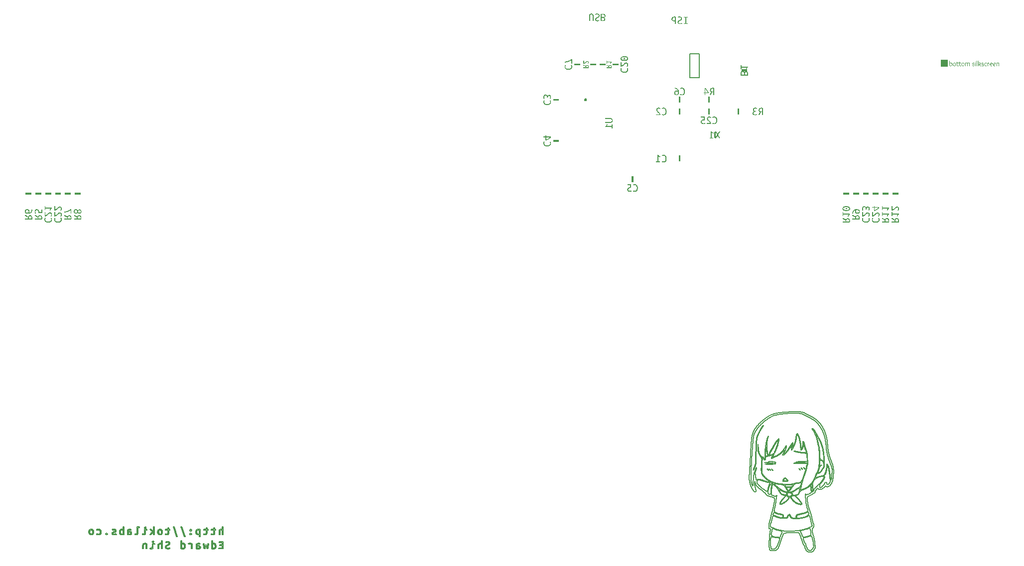
<source format=gbo>
G04                                                      *
G04 Greetings!                                           *
G04 This Gerber was generated by PCBmodE, an open source *
G04 PCB design software. Get it here:                    *
G04                                                      *
G04   http://pcbmode.com                                 *
G04                                                      *
G04 Also visit                                           *
G04                                                      *
G04   http://boldport.com                                *
G04                                                      *
G04 and follow @boldport / @pcbmode for updates!         *
G04                                                      *

G04 leading zeros omitted (L); absolute data (A); 6 integer digits and 6 fractional digits *
%FSLAX66Y66*%

G04 mode (MO): millimeters (MM) *
%MOMM*%

G04 Aperture definitions *
%ADD10C,0.001X*%
%ADD11C,0.001X*%
%ADD20C,0.15X*%

%LPD*%
G36*
G01X122150000Y-18000000D02*
G01X121850000Y-18000000D01*
G01X121850000Y-19000000D01*
G01X122150000Y-19000000D01*
G01X122150000Y-18000000D01*
G37*
G36*
G01X8500000Y-34650000D02*
G01X8500000Y-34350000D01*
G01X7500000Y-34350000D01*
G01X7500000Y-34650000D01*
G01X8500000Y-34650000D01*
G37*
G36*
G01X6830000Y-34650000D02*
G01X6830000Y-34350000D01*
G01X5830000Y-34350000D01*
G01X5830000Y-34650000D01*
G01X6830000Y-34650000D01*
G37*
G36*
G01X13500000Y-34650000D02*
G01X13500000Y-34350000D01*
G01X12500000Y-34350000D01*
G01X12500000Y-34650000D01*
G01X13500000Y-34650000D01*
G37*
G36*
G01X104400000Y-12650000D02*
G01X104400000Y-12350000D01*
G01X103400000Y-12350000D01*
G01X103400000Y-12650000D01*
G01X104400000Y-12650000D01*
G37*
G36*
G01X102800000Y-12650000D02*
G01X102800000Y-12350000D01*
G01X101800000Y-12350000D01*
G01X101800000Y-12650000D01*
G01X102800000Y-12650000D01*
G37*
G36*
G01X127150000Y-20000000D02*
G01X126850000Y-20000000D01*
G01X126850000Y-21000000D01*
G01X127150000Y-21000000D01*
G01X127150000Y-20000000D01*
G37*
G36*
G01X15170000Y-34650000D02*
G01X15170000Y-34350000D01*
G01X14170000Y-34350000D01*
G01X14170000Y-34650000D01*
G01X15170000Y-34650000D01*
G37*
G36*
G01X147500000Y-34650000D02*
G01X147500000Y-34350000D01*
G01X146500000Y-34350000D01*
G01X146500000Y-34650000D01*
G01X147500000Y-34650000D01*
G37*
G36*
G01X128500000Y-13650000D02*
G01X128500000Y-13350000D01*
G01X127500000Y-13350000D01*
G01X127500000Y-13650000D01*
G01X128500000Y-13650000D01*
G37*
G36*
G01X10170000Y-34650000D02*
G01X10170000Y-34350000D01*
G01X9170000Y-34350000D01*
G01X9170000Y-34650000D01*
G01X10170000Y-34650000D01*
G37*
G36*
G01X101250000Y-18500000D02*
G01X101250000Y-18500000D01*
G01X101244514Y-18552334D01*
G01X101228809Y-18600886D01*
G01X101204016Y-18644526D01*
G01X101171266Y-18682122D01*
G01X101131689Y-18712544D01*
G01X101086418Y-18734661D01*
G01X101036581Y-18747343D01*
G01X101000000Y-18750000D01*
G01X101000000Y-18750000D01*
G01X100947666Y-18744514D01*
G01X100899114Y-18728809D01*
G01X100855474Y-18704016D01*
G01X100817878Y-18671266D01*
G01X100787456Y-18631689D01*
G01X100765339Y-18586418D01*
G01X100752657Y-18536581D01*
G01X100750000Y-18500000D01*
G01X100750000Y-18500000D01*
G01X100755486Y-18447666D01*
G01X100771191Y-18399114D01*
G01X100795984Y-18355474D01*
G01X100828734Y-18317878D01*
G01X100868311Y-18287456D01*
G01X100913582Y-18265339D01*
G01X100963419Y-18252657D01*
G01X101000000Y-18250000D01*
G01X101000000Y-18250000D01*
G01X101052334Y-18255486D01*
G01X101100886Y-18271191D01*
G01X101144526Y-18295984D01*
G01X101182122Y-18328734D01*
G01X101212544Y-18368311D01*
G01X101234661Y-18413582D01*
G01X101247343Y-18463419D01*
G01X101250000Y-18500000D01*
G37*
G36*
G01X154170000Y-34650000D02*
G01X154170000Y-34350000D01*
G01X153170000Y-34350000D01*
G01X153170000Y-34650000D01*
G01X154170000Y-34650000D01*
G37*
G36*
G01X145830000Y-34650000D02*
G01X145830000Y-34350000D01*
G01X144830000Y-34350000D01*
G01X144830000Y-34650000D01*
G01X145830000Y-34650000D01*
G37*
G36*
G01X152500000Y-34650000D02*
G01X152500000Y-34350000D01*
G01X151500000Y-34350000D01*
G01X151500000Y-34650000D01*
G01X152500000Y-34650000D01*
G37*
D20*
G01X120340000Y-10720000D02*
G01X118740000Y-10720000D01*
G01X118740000Y-14720000D01*
G01X120340000Y-14720000D01*
G01X120340000Y-10720000D01*
G36*
G01X96500000Y-18650000D02*
G01X96500000Y-18350000D01*
G01X95500000Y-18350000D01*
G01X95500000Y-18650000D01*
G01X96500000Y-18650000D01*
G37*
G36*
G01X117150000Y-20000000D02*
G01X116850000Y-20000000D01*
G01X116850000Y-21000000D01*
G01X117150000Y-21000000D01*
G01X117150000Y-20000000D01*
G37*
G36*
G01X117150000Y-28000000D02*
G01X116850000Y-28000000D01*
G01X116850000Y-29000000D01*
G01X117150000Y-29000000D01*
G01X117150000Y-28000000D01*
G37*
G36*
G01X123150000Y-24000000D02*
G01X122850000Y-24000000D01*
G01X122850000Y-25000000D01*
G01X123150000Y-25000000D01*
G01X123150000Y-24000000D01*
G37*
G36*
G01X100100000Y-12650000D02*
G01X100100000Y-12350000D01*
G01X99100000Y-12350000D01*
G01X99100000Y-12650000D01*
G01X100100000Y-12650000D01*
G37*
G36*
G01X117150000Y-18000000D02*
G01X116850000Y-18000000D01*
G01X116850000Y-19000000D01*
G01X117150000Y-19000000D01*
G01X117150000Y-18000000D01*
G37*
G36*
G01X109150000Y-31500000D02*
G01X108850000Y-31500000D01*
G01X108850000Y-32500000D01*
G01X109150000Y-32500000D01*
G01X109150000Y-31500000D01*
G37*
G36*
G01X96500000Y-25650000D02*
G01X96500000Y-25350000D01*
G01X95500000Y-25350000D01*
G01X95500000Y-25650000D01*
G01X96500000Y-25650000D01*
G37*
G36*
G01X11830000Y-34650000D02*
G01X11830000Y-34350000D01*
G01X10830000Y-34350000D01*
G01X10830000Y-34650000D01*
G01X11830000Y-34650000D01*
G37*
G36*
G01X149170000Y-34650000D02*
G01X149170000Y-34350000D01*
G01X148170000Y-34350000D01*
G01X148170000Y-34650000D01*
G01X149170000Y-34650000D01*
G37*
G36*
G01X106600000Y-12650000D02*
G01X106600000Y-12350000D01*
G01X105600000Y-12350000D01*
G01X105600000Y-12650000D01*
G01X106600000Y-12650000D01*
G37*
G36*
G01X150830000Y-34650000D02*
G01X150830000Y-34350000D01*
G01X149830000Y-34350000D01*
G01X149830000Y-34650000D01*
G01X150830000Y-34650000D01*
G37*
G36*
G01X122150000Y-20000000D02*
G01X121850000Y-20000000D01*
G01X121850000Y-21000000D01*
G01X122150000Y-21000000D01*
G01X122150000Y-20000000D01*
G37*
D20*
G01X39439160Y-91127637D02*
G01X39273144Y-91100293D01*
G01X39273144Y-91571973D01*
G01X39273144Y-91571973D01*
G01X39208845Y-91552675D01*
G01X39182812Y-91547071D01*
G01X39182812Y-91547071D01*
G01X39113793Y-91538885D01*
G01X39084668Y-91537793D01*
G01X39084668Y-91537793D01*
G01X39004409Y-91543771D01*
G01X38945548Y-91556217D01*
G01X38912715Y-91566899D01*
G01X38907422Y-91569043D01*
G01X38907422Y-91569043D01*
G01X38844233Y-91607395D01*
G01X38805611Y-91643090D01*
G01X38794629Y-91655957D01*
G01X38794629Y-91655957D01*
G01X38759864Y-91716571D01*
G01X38740312Y-91769042D01*
G01X38734570Y-91789746D01*
G01X38734570Y-91789746D01*
G01X38722970Y-91858990D01*
G01X38717842Y-91920112D01*
G01X38716543Y-91957109D01*
G01X38716504Y-91961621D01*
G01X38716504Y-92486035D01*
G01X38880566Y-92486035D01*
G01X38880566Y-91997754D01*
G01X38880566Y-91997754D01*
G01X38886066Y-91902565D01*
G01X38898985Y-91832437D01*
G01X38913950Y-91785690D01*
G01X38925590Y-91760640D01*
G01X38928906Y-91755078D01*
G01X38928906Y-91755078D01*
G01X38980507Y-91711820D01*
G01X39041431Y-91691169D01*
G01X39088323Y-91684763D01*
G01X39100293Y-91684278D01*
G01X39100293Y-91684278D01*
G01X39170239Y-91689649D01*
G01X39201367Y-91695020D01*
G01X39201367Y-91695020D01*
G01X39201367Y-91695020D01*
G01X39265648Y-91713381D01*
G01X39273144Y-91716504D01*
G01X39273144Y-92486035D01*
G01X39439160Y-92486035D01*
G01X39439160Y-91127637D01*
D20*
G01X38154785Y-91695996D02*
G01X38154785Y-91558301D01*
G01X37958496Y-91558301D01*
G01X37958496Y-91297559D01*
G01X37794433Y-91270215D01*
G01X37794433Y-91558301D01*
G01X37402832Y-91558301D01*
G01X37402832Y-91695996D01*
G01X37794433Y-91695996D01*
G01X37794433Y-92127637D01*
G01X37794433Y-92127637D01*
G01X37790425Y-92203638D01*
G01X37785056Y-92240027D01*
G01X37784668Y-92241895D01*
G01X37784668Y-92241895D01*
G01X37759190Y-92302710D01*
G01X37751953Y-92312696D01*
G01X37751953Y-92312696D01*
G01X37700784Y-92347063D01*
G01X37692871Y-92349805D01*
G01X37692871Y-92349805D01*
G01X37628333Y-92359244D01*
G01X37604980Y-92360059D01*
G01X37604980Y-92360059D01*
G01X37528709Y-92355229D01*
G01X37491310Y-92348503D01*
G01X37488769Y-92347852D01*
G01X37488769Y-92347852D01*
G01X37424962Y-92325170D01*
G01X37404785Y-92316114D01*
G01X37380371Y-92455762D01*
G01X37380371Y-92455762D01*
G01X37439012Y-92477440D01*
G01X37469726Y-92487989D01*
G01X37469726Y-92487989D01*
G01X37535299Y-92502328D01*
G01X37594111Y-92507690D01*
G01X37620578Y-92508496D01*
G01X37620605Y-92508496D01*
G01X37620605Y-92508496D01*
G01X37702959Y-92503223D01*
G01X37760527Y-92492676D01*
G01X37788564Y-92484766D01*
G01X37790527Y-92484082D01*
G01X37790527Y-92484082D01*
G01X37855652Y-92448098D01*
G01X37889652Y-92416989D01*
G01X37894043Y-92411817D01*
G01X37894043Y-92411817D01*
G01X37927346Y-92350920D01*
G01X37942735Y-92302446D01*
G01X37944824Y-92293164D01*
G01X37944824Y-92293164D01*
G01X37954005Y-92223957D01*
G01X37957746Y-92162162D01*
G01X37958491Y-92128989D01*
G01X37958496Y-92127637D01*
G01X37958496Y-91695996D01*
G01X38154785Y-91695996D01*
D20*
G01X36854785Y-91695996D02*
G01X36854785Y-91558301D01*
G01X36658496Y-91558301D01*
G01X36658496Y-91297559D01*
G01X36494433Y-91270215D01*
G01X36494433Y-91558301D01*
G01X36102832Y-91558301D01*
G01X36102832Y-91695996D01*
G01X36494433Y-91695996D01*
G01X36494433Y-92127637D01*
G01X36494433Y-92127637D01*
G01X36490425Y-92203638D01*
G01X36485056Y-92240027D01*
G01X36484668Y-92241895D01*
G01X36484668Y-92241895D01*
G01X36459190Y-92302710D01*
G01X36451953Y-92312696D01*
G01X36451953Y-92312696D01*
G01X36400784Y-92347063D01*
G01X36392871Y-92349805D01*
G01X36392871Y-92349805D01*
G01X36328333Y-92359244D01*
G01X36304980Y-92360059D01*
G01X36304980Y-92360059D01*
G01X36228709Y-92355229D01*
G01X36191310Y-92348503D01*
G01X36188769Y-92347852D01*
G01X36188769Y-92347852D01*
G01X36124962Y-92325170D01*
G01X36104785Y-92316114D01*
G01X36080371Y-92455762D01*
G01X36080371Y-92455762D01*
G01X36139012Y-92477440D01*
G01X36169726Y-92487989D01*
G01X36169726Y-92487989D01*
G01X36235299Y-92502328D01*
G01X36294111Y-92507690D01*
G01X36320578Y-92508496D01*
G01X36320605Y-92508496D01*
G01X36320605Y-92508496D01*
G01X36402959Y-92503223D01*
G01X36460527Y-92492676D01*
G01X36488564Y-92484766D01*
G01X36490527Y-92484082D01*
G01X36490527Y-92484082D01*
G01X36555652Y-92448098D01*
G01X36589652Y-92416989D01*
G01X36594043Y-92411817D01*
G01X36594043Y-92411817D01*
G01X36627346Y-92350920D01*
G01X36642735Y-92302446D01*
G01X36644824Y-92293164D01*
G01X36644824Y-92293164D01*
G01X36654005Y-92223957D01*
G01X36657746Y-92162162D01*
G01X36658491Y-92128989D01*
G01X36658496Y-92127637D01*
G01X36658496Y-91695996D01*
G01X36854785Y-91695996D01*
D20*
G01X35539160Y-92816114D02*
G01X35539160Y-91585645D01*
G01X35539160Y-91585645D01*
G01X35474280Y-91569355D01*
G01X35417525Y-91557332D01*
G01X35400000Y-91553907D01*
G01X35400000Y-91553907D01*
G01X35330840Y-91544323D01*
G01X35266034Y-91539575D01*
G01X35219637Y-91537965D01*
G01X35205176Y-91537793D01*
G01X35205176Y-91537793D01*
G01X35129517Y-91543923D01*
G01X35069061Y-91556930D01*
G01X35031535Y-91568740D01*
G01X35023047Y-91571973D01*
G01X35023047Y-91571973D01*
G01X34956281Y-91608034D01*
G01X34908156Y-91644782D01*
G01X34884131Y-91667343D01*
G01X34882422Y-91669141D01*
G01X34882422Y-91669141D01*
G01X34838653Y-91727870D01*
G01X34808976Y-91783074D01*
G01X34794175Y-91817674D01*
G01X34792578Y-91821973D01*
G01X34792578Y-91821973D01*
G01X34774229Y-91891461D01*
G01X34764807Y-91956739D01*
G01X34761336Y-92005170D01*
G01X34760840Y-92024121D01*
G01X34760840Y-92024121D01*
G01X34760840Y-92024121D01*
G01X34765342Y-92102331D01*
G01X34775073Y-92165893D01*
G01X34784368Y-92207289D01*
G01X34787695Y-92219434D01*
G01X34787695Y-92219434D01*
G01X34815373Y-92289513D01*
G01X34844296Y-92341310D01*
G01X34863387Y-92369109D01*
G01X34865820Y-92372266D01*
G01X34865820Y-92372266D01*
G01X34918787Y-92424850D01*
G01X34966642Y-92458702D01*
G01X34990472Y-92472191D01*
G01X34990820Y-92472364D01*
G01X34990820Y-92472364D01*
G01X35057242Y-92495564D01*
G01X35117117Y-92505819D01*
G01X35153797Y-92508417D01*
G01X35158301Y-92508496D01*
G01X35158301Y-92508496D01*
G01X35232994Y-92502653D01*
G01X35279495Y-92493052D01*
G01X35288672Y-92490430D01*
G01X35288672Y-92490430D01*
G01X35355214Y-92461547D01*
G01X35373144Y-92449903D01*
G01X35373144Y-92816114D01*
G01X35539160Y-92816114D01*
D20*
G01X35373144Y-92289746D02*
G01X35373144Y-92289746D01*
G01X35318229Y-92325350D01*
G01X35290625Y-92338086D01*
G01X35290625Y-92338086D01*
G01X35222296Y-92356200D01*
G01X35181192Y-92360021D01*
G01X35178808Y-92360059D01*
G01X35178808Y-92360059D01*
G01X35106152Y-92349819D01*
G01X35068208Y-92335560D01*
G01X35065527Y-92334180D01*
G01X35065527Y-92334180D01*
G01X35011244Y-92290826D01*
G01X34989009Y-92263591D01*
G01X34988867Y-92263379D01*
G01X34988867Y-92263379D01*
G01X34958501Y-92201296D01*
G01X34945536Y-92159926D01*
G01X34944922Y-92157422D01*
G01X34944922Y-92157422D01*
G01X34934136Y-92087559D01*
G01X34930957Y-92035455D01*
G01X34930762Y-92024121D01*
G01X34930762Y-92024121D01*
G01X34937966Y-91939758D01*
G01X34955400Y-91871903D01*
G01X34976793Y-91821197D01*
G01X34995877Y-91788285D01*
G01X35006381Y-91773809D01*
G01X35006933Y-91773145D01*
G01X35006933Y-91773145D01*
G01X35064732Y-91724848D01*
G01X35124838Y-91698271D01*
G01X35174987Y-91686925D01*
G01X35202918Y-91684323D01*
G01X35205176Y-91684278D01*
G01X35205176Y-91684278D01*
G01X35280911Y-91686944D01*
G01X35311695Y-91690076D01*
G01X35312109Y-91690137D01*
G01X35312109Y-91690137D01*
G01X35370500Y-91702950D01*
G01X35373144Y-91703809D01*
G01X35373144Y-92289746D01*
D20*
G01X34027246Y-92358106D02*
G01X34027246Y-92358106D01*
G01X34011403Y-92289621D01*
G01X33989341Y-92252837D01*
G01X33987207Y-92250196D01*
G01X33987207Y-92250196D01*
G01X33928933Y-92212859D01*
G01X33883662Y-92203999D01*
G01X33878808Y-92203809D01*
G01X33878808Y-92203809D01*
G01X33810103Y-92221297D01*
G01X33775382Y-92246558D01*
G01X33772363Y-92249707D01*
G01X33772363Y-92249707D01*
G01X33739739Y-92311836D01*
G01X33732434Y-92354648D01*
G01X33732324Y-92358106D01*
G01X33732324Y-92358106D01*
G01X33748757Y-92426253D01*
G01X33770772Y-92462116D01*
G01X33772363Y-92464063D01*
G01X33772363Y-92464063D01*
G01X33829892Y-92501399D01*
G01X33874088Y-92510260D01*
G01X33878808Y-92510450D01*
G01X33878808Y-92510450D01*
G01X33949086Y-92492775D01*
G01X33984180Y-92467245D01*
G01X33987207Y-92464063D01*
G01X33987207Y-92464063D01*
G01X34020214Y-92401373D01*
G01X34027177Y-92360553D01*
G01X34027246Y-92358106D01*
D20*
G01X34027246Y-91711621D02*
G01X34027246Y-91711621D01*
G01X34011403Y-91643330D01*
G01X33989341Y-91606815D01*
G01X33987207Y-91604199D01*
G01X33987207Y-91604199D01*
G01X33928933Y-91567256D01*
G01X33883662Y-91558489D01*
G01X33878808Y-91558301D01*
G01X33878808Y-91558301D01*
G01X33810103Y-91575789D01*
G01X33775382Y-91601050D01*
G01X33772363Y-91604199D01*
G01X33772363Y-91604199D01*
G01X33739739Y-91665942D01*
G01X33732434Y-91708215D01*
G01X33732324Y-91711621D01*
G01X33732324Y-91711621D01*
G01X33748757Y-91779769D01*
G01X33770772Y-91815632D01*
G01X33772363Y-91817578D01*
G01X33772363Y-91817578D01*
G01X33829892Y-91854915D01*
G01X33874088Y-91863775D01*
G01X33878808Y-91863965D01*
G01X33878808Y-91863965D01*
G01X33949086Y-91846291D01*
G01X33984180Y-91820761D01*
G01X33987207Y-91817578D01*
G01X33987207Y-91817578D01*
G01X34020214Y-91754888D01*
G01X34027177Y-91714069D01*
G01X34027246Y-91711621D01*
D20*
G01X32943066Y-92816114D02*
G01X32384472Y-91087598D01*
G01X32218457Y-91087598D01*
G01X32773144Y-92816114D01*
G01X32943066Y-92816114D01*
D20*
G01X31643066Y-92816114D02*
G01X31084472Y-91087598D01*
G01X30918457Y-91087598D01*
G01X31473144Y-92816114D01*
G01X31643066Y-92816114D01*
D20*
G01X30354785Y-91695996D02*
G01X30354785Y-91558301D01*
G01X30158496Y-91558301D01*
G01X30158496Y-91297559D01*
G01X29994433Y-91270215D01*
G01X29994433Y-91558301D01*
G01X29602832Y-91558301D01*
G01X29602832Y-91695996D01*
G01X29994433Y-91695996D01*
G01X29994433Y-92127637D01*
G01X29994433Y-92127637D01*
G01X29990425Y-92203638D01*
G01X29985056Y-92240027D01*
G01X29984668Y-92241895D01*
G01X29984668Y-92241895D01*
G01X29959190Y-92302710D01*
G01X29951953Y-92312696D01*
G01X29951953Y-92312696D01*
G01X29900784Y-92347063D01*
G01X29892871Y-92349805D01*
G01X29892871Y-92349805D01*
G01X29828333Y-92359244D01*
G01X29804980Y-92360059D01*
G01X29804980Y-92360059D01*
G01X29728709Y-92355229D01*
G01X29691310Y-92348503D01*
G01X29688769Y-92347852D01*
G01X29688769Y-92347852D01*
G01X29624962Y-92325170D01*
G01X29604785Y-92316114D01*
G01X29580371Y-92455762D01*
G01X29580371Y-92455762D01*
G01X29639012Y-92477440D01*
G01X29669726Y-92487989D01*
G01X29669726Y-92487989D01*
G01X29735299Y-92502328D01*
G01X29794111Y-92507690D01*
G01X29820578Y-92508496D01*
G01X29820605Y-92508496D01*
G01X29820605Y-92508496D01*
G01X29902959Y-92503223D01*
G01X29960527Y-92492676D01*
G01X29988564Y-92484766D01*
G01X29990527Y-92484082D01*
G01X29990527Y-92484082D01*
G01X30055652Y-92448098D01*
G01X30089652Y-92416989D01*
G01X30094043Y-92411817D01*
G01X30094043Y-92411817D01*
G01X30127346Y-92350920D01*
G01X30142735Y-92302446D01*
G01X30144824Y-92293164D01*
G01X30144824Y-92293164D01*
G01X30154005Y-92223957D01*
G01X30157746Y-92162162D01*
G01X30158491Y-92128989D01*
G01X30158496Y-92127637D01*
G01X30158496Y-91695996D01*
G01X30354785Y-91695996D01*
D20*
G01X29100683Y-92022168D02*
G01X29100683Y-92022168D01*
G01X29095877Y-91944333D01*
G01X29085303Y-91880689D01*
G01X29074728Y-91837735D01*
G01X29069922Y-91821973D01*
G01X29069922Y-91821973D01*
G01X29069922Y-91821973D01*
G01X29038742Y-91751466D01*
G01X29006682Y-91699797D01*
G01X28985675Y-91672255D01*
G01X28983008Y-91669141D01*
G01X28983008Y-91669141D01*
G01X28927657Y-91618804D01*
G01X28877742Y-91585824D01*
G01X28850807Y-91571511D01*
G01X28849707Y-91570996D01*
G01X28849707Y-91570996D01*
G01X28779614Y-91547899D01*
G01X28719277Y-91538090D01*
G01X28685307Y-91535875D01*
G01X28682715Y-91535840D01*
G01X28682715Y-91535840D01*
G01X28607873Y-91542995D01*
G01X28549361Y-91557601D01*
G01X28516612Y-91569368D01*
G01X28512793Y-91570996D01*
G01X28512793Y-91570996D01*
G01X28449336Y-91607700D01*
G01X28403281Y-91644719D01*
G01X28380166Y-91667342D01*
G01X28378515Y-91669141D01*
G01X28378515Y-91669141D01*
G01X28336200Y-91727870D01*
G01X28307483Y-91783074D01*
G01X28293149Y-91817674D01*
G01X28291601Y-91821973D01*
G01X28291601Y-91821973D01*
G01X28273817Y-91891156D01*
G01X28264685Y-91955762D01*
G01X28261320Y-92003522D01*
G01X28260840Y-92022168D01*
G01X28260840Y-92022168D01*
G01X28260840Y-92022168D01*
G01X28265646Y-92099851D01*
G01X28276221Y-92163159D01*
G01X28286795Y-92205777D01*
G01X28291601Y-92221387D01*
G01X28291601Y-92221387D01*
G01X28291601Y-92221387D01*
G01X28322781Y-92291466D01*
G01X28354841Y-92343263D01*
G01X28375848Y-92371062D01*
G01X28378515Y-92374219D01*
G01X28378515Y-92374219D01*
G01X28432283Y-92423838D01*
G01X28481699Y-92456871D01*
G01X28510549Y-92472292D01*
G01X28512793Y-92473340D01*
G01X28512793Y-92473340D01*
G01X28581639Y-92495914D01*
G01X28641950Y-92505892D01*
G01X28678292Y-92508419D01*
G01X28682715Y-92508496D01*
G01X28682715Y-92508496D01*
G01X28758406Y-92500903D01*
G01X28816801Y-92485715D01*
G01X28847457Y-92474325D01*
G01X28849707Y-92473340D01*
G01X28849707Y-92473340D01*
G01X28912522Y-92436426D01*
G01X28958305Y-92398985D01*
G01X28981358Y-92376045D01*
G01X28983008Y-92374219D01*
G01X28983008Y-92374219D01*
G01X29025323Y-92315061D01*
G01X29054041Y-92259987D01*
G01X29068374Y-92225643D01*
G01X29069922Y-92221387D01*
G01X29069922Y-92221387D01*
G01X29087706Y-92152768D01*
G01X29096838Y-92088452D01*
G01X29100203Y-92040799D01*
G01X29100683Y-92022168D01*
G01X29100683Y-92022168D01*
D20*
G01X28930762Y-92022168D02*
G01X28930762Y-92022168D01*
G01X28923805Y-92107864D01*
G01X28907215Y-92176637D01*
G01X28887414Y-92227270D01*
G01X28870824Y-92258543D01*
G01X28863867Y-92269239D01*
G01X28863867Y-92269239D01*
G01X28863867Y-92269239D01*
G01X28809753Y-92320191D01*
G01X28752675Y-92347289D01*
G01X28706040Y-92358065D01*
G01X28683253Y-92360053D01*
G01X28682715Y-92360059D01*
G01X28682715Y-92360059D01*
G01X28607666Y-92346876D01*
G01X28550943Y-92317372D01*
G01X28514167Y-92286612D01*
G01X28498957Y-92269663D01*
G01X28498633Y-92269239D01*
G01X28498633Y-92269239D01*
G01X28465512Y-92208668D01*
G01X28445422Y-92143035D01*
G01X28435105Y-92082981D01*
G01X28431305Y-92039145D01*
G01X28430762Y-92022168D01*
G01X28430762Y-92022168D01*
G01X28430762Y-92022168D01*
G01X28437820Y-91935520D01*
G01X28454652Y-91866168D01*
G01X28474742Y-91815239D01*
G01X28491574Y-91783856D01*
G01X28498633Y-91773145D01*
G01X28498633Y-91773145D01*
G01X28498633Y-91773145D01*
G01X28553578Y-91722192D01*
G01X28611582Y-91695095D01*
G01X28658994Y-91684318D01*
G01X28682167Y-91682330D01*
G01X28682715Y-91682325D01*
G01X28682715Y-91682325D01*
G01X28756526Y-91695507D01*
G01X28812348Y-91725012D01*
G01X28848562Y-91755771D01*
G01X28863547Y-91772721D01*
G01X28863867Y-91773145D01*
G01X28863867Y-91773145D01*
G01X28896512Y-91833918D01*
G01X28916312Y-91900035D01*
G01X28926480Y-91960668D01*
G01X28930226Y-92004989D01*
G01X28930762Y-92022168D01*
G01X28930762Y-92022168D01*
D20*
G01X27739160Y-92486035D02*
G01X27739160Y-91127637D01*
G01X27573144Y-91100293D01*
G01X27573144Y-91945996D01*
G01X27352441Y-91754590D01*
G01X27352441Y-91754590D01*
G01X27295500Y-91703406D01*
G01X27245336Y-91654685D01*
G01X27204170Y-91612222D01*
G01X27174224Y-91579809D01*
G01X27157720Y-91561240D01*
G01X27155176Y-91558301D01*
G01X26960840Y-91558301D01*
G01X26960840Y-91558301D01*
G01X27006948Y-91610124D01*
G01X27054547Y-91659736D01*
G01X27099030Y-91703740D01*
G01X27135791Y-91738738D01*
G01X27160224Y-91761334D01*
G01X27167871Y-91768262D01*
G01X27405176Y-91976270D01*
G01X27405176Y-91976270D01*
G01X27351833Y-92018469D01*
G01X27305811Y-92057441D01*
G01X27283428Y-92077056D01*
G01X27283105Y-92077344D01*
G01X27283105Y-92077344D01*
G01X27229342Y-92127157D01*
G01X27183947Y-92171531D01*
G01X27154647Y-92201181D01*
G01X27147851Y-92208203D01*
G01X27147851Y-92208203D01*
G01X27096209Y-92264000D01*
G01X27053843Y-92312237D01*
G01X27027038Y-92343864D01*
G01X27020898Y-92351270D01*
G01X27020898Y-92351270D01*
G01X26972305Y-92414523D01*
G01X26939690Y-92462116D01*
G01X26925234Y-92485148D01*
G01X26924707Y-92486035D01*
G01X27120996Y-92486035D01*
G01X27120996Y-92486035D01*
G01X27160558Y-92428045D01*
G01X27196521Y-92381286D01*
G01X27214483Y-92359392D01*
G01X27214746Y-92359082D01*
G01X27214746Y-92359082D01*
G01X27263307Y-92304947D01*
G01X27305274Y-92261628D01*
G01X27330359Y-92236985D01*
G01X27333398Y-92234082D01*
G01X27333398Y-92234082D01*
G01X27388387Y-92184081D01*
G01X27433172Y-92145735D01*
G01X27457548Y-92125687D01*
G01X27459375Y-92124219D01*
G01X27459375Y-92124219D01*
G01X27520856Y-92077010D01*
G01X27562047Y-92047389D01*
G01X27573144Y-92039746D01*
G01X27573144Y-92486035D01*
G01X27739160Y-92486035D01*
D20*
G01X26472363Y-91695996D02*
G01X26472363Y-91558301D01*
G01X26040722Y-91558301D01*
G01X26040722Y-92127637D01*
G01X26040722Y-92127637D01*
G01X26033892Y-92220260D01*
G01X26019399Y-92278447D01*
G01X26006239Y-92307271D01*
G01X26002637Y-92312696D01*
G01X26002637Y-92312696D01*
G01X25945965Y-92349828D01*
G01X25896605Y-92359680D01*
G01X25888379Y-92360059D01*
G01X25888379Y-92360059D01*
G01X25817120Y-92353615D01*
G01X25782452Y-92346046D01*
G01X25781933Y-92345899D01*
G01X25781933Y-92345899D01*
G01X25717244Y-92322230D01*
G01X25704785Y-92316114D01*
G01X25680371Y-92455762D01*
G01X25680371Y-92455762D01*
G01X25714551Y-92470899D01*
G01X25714551Y-92470899D01*
G01X25765409Y-92487876D01*
G01X25765820Y-92487989D01*
G01X25765820Y-92487989D01*
G01X25824711Y-92501201D01*
G01X25829785Y-92502149D01*
G01X25829785Y-92502149D01*
G01X25892671Y-92508288D01*
G01X25903027Y-92508496D01*
G01X25903027Y-92508496D01*
G01X25981233Y-92501949D01*
G01X26032101Y-92489982D01*
G01X26049023Y-92484082D01*
G01X26049023Y-92484082D01*
G01X26110086Y-92445255D01*
G01X26139789Y-92414435D01*
G01X26141797Y-92411817D01*
G01X26141797Y-92411817D01*
G01X26173377Y-92350920D01*
G01X26188501Y-92302446D01*
G01X26190625Y-92293164D01*
G01X26190625Y-92293164D01*
G01X26200133Y-92223957D01*
G01X26204008Y-92162162D01*
G01X26204780Y-92128989D01*
G01X26204785Y-92127637D01*
G01X26204785Y-91695996D01*
G01X26472363Y-91695996D01*
D20*
G01X26290722Y-91280469D02*
G01X26290722Y-91280469D01*
G01X26273391Y-91211247D01*
G01X26253031Y-91182713D01*
G01X26252637Y-91182325D01*
G01X26252637Y-91182325D01*
G01X26192376Y-91150443D01*
G01X26162793Y-91146192D01*
G01X26162793Y-91146192D01*
G01X26096290Y-91164800D01*
G01X26071972Y-91182325D01*
G01X26071972Y-91182325D01*
G01X26040388Y-91241297D01*
G01X26034871Y-91279818D01*
G01X26034863Y-91280469D01*
G01X26034863Y-91280469D01*
G01X26051750Y-91349469D01*
G01X26071588Y-91377742D01*
G01X26071972Y-91378125D01*
G01X26071972Y-91378125D01*
G01X26132377Y-91409576D01*
G01X26162793Y-91413770D01*
G01X26162793Y-91413770D01*
G01X26228076Y-91395413D01*
G01X26252637Y-91378125D01*
G01X26252637Y-91378125D01*
G01X26285052Y-91319569D01*
G01X26290714Y-91281120D01*
G01X26290722Y-91280469D01*
D20*
G01X25172363Y-91249707D02*
G01X25172363Y-91110059D01*
G01X24740722Y-91110059D01*
G01X24740722Y-92127637D01*
G01X24740722Y-92127637D01*
G01X24737115Y-92203638D01*
G01X24732283Y-92240027D01*
G01X24731933Y-92241895D01*
G01X24731933Y-92241895D01*
G01X24709554Y-92303766D01*
G01X24704101Y-92312696D01*
G01X24704101Y-92312696D01*
G01X24659009Y-92348885D01*
G01X24656738Y-92349805D01*
G01X24656738Y-92349805D01*
G01X24596725Y-92359899D01*
G01X24590332Y-92360059D01*
G01X24590332Y-92360059D01*
G01X24518629Y-92353615D01*
G01X24483439Y-92346046D01*
G01X24482910Y-92345899D01*
G01X24482910Y-92345899D01*
G01X24417941Y-92322520D01*
G01X24404785Y-92316114D01*
G01X24380371Y-92455762D01*
G01X24380371Y-92455762D01*
G01X24414551Y-92470899D01*
G01X24414551Y-92470899D01*
G01X24466100Y-92487803D01*
G01X24466797Y-92487989D01*
G01X24466797Y-92487989D01*
G01X24526223Y-92501119D01*
G01X24531738Y-92502149D01*
G01X24531738Y-92502149D01*
G01X24594624Y-92508288D01*
G01X24604980Y-92508496D01*
G01X24604980Y-92508496D01*
G01X24683186Y-92501949D01*
G01X24734054Y-92489982D01*
G01X24750976Y-92484082D01*
G01X24750976Y-92484082D01*
G01X24811652Y-92445255D01*
G01X24840818Y-92414435D01*
G01X24842773Y-92411817D01*
G01X24842773Y-92411817D01*
G01X24873599Y-92350920D01*
G01X24888512Y-92302446D01*
G01X24890625Y-92293164D01*
G01X24890625Y-92293164D01*
G01X24900133Y-92223957D01*
G01X24904008Y-92162162D01*
G01X24904780Y-92128989D01*
G01X24904785Y-92127637D01*
G01X24904785Y-91249707D01*
G01X25172363Y-91249707D01*
D20*
G01X23864551Y-92209668D02*
G01X23864551Y-92209668D01*
G01X23854307Y-92134423D01*
G01X23836514Y-92087122D01*
G01X23829883Y-92074903D01*
G01X23829883Y-92074903D01*
G01X23783281Y-92019996D01*
G01X23746054Y-91990028D01*
G01X23740039Y-91986035D01*
G01X23740039Y-91986035D01*
G01X23676603Y-91955719D01*
G01X23626495Y-91939857D01*
G01X23613574Y-91936719D01*
G01X23613574Y-91936719D01*
G01X23541777Y-91925739D01*
G01X23488319Y-91921991D01*
G01X23470996Y-91921582D01*
G01X23470996Y-91921582D01*
G01X23397032Y-91925348D01*
G01X23333936Y-91933486D01*
G01X23291390Y-91941260D01*
G01X23278613Y-91944043D01*
G01X23278613Y-91898145D01*
G01X23278613Y-91898145D01*
G01X23284890Y-91832029D01*
G01X23287890Y-91817090D01*
G01X23287890Y-91817090D01*
G01X23313896Y-91757750D01*
G01X23322070Y-91745801D01*
G01X23322070Y-91745801D01*
G01X23372479Y-91704040D01*
G01X23389941Y-91695020D01*
G01X23389941Y-91695020D01*
G01X23454416Y-91679552D01*
G01X23498363Y-91676484D01*
G01X23500293Y-91676465D01*
G01X23500293Y-91676465D01*
G01X23578809Y-91679608D01*
G01X23632291Y-91685352D01*
G01X23650683Y-91688184D01*
G01X23650683Y-91688184D01*
G01X23723681Y-91704297D01*
G01X23748340Y-91711621D01*
G01X23748340Y-91711621D01*
G01X23768847Y-91575879D01*
G01X23768847Y-91575879D01*
G01X23709698Y-91558318D01*
G01X23659877Y-91548741D01*
G01X23655566Y-91548047D01*
G01X23655566Y-91548047D01*
G01X23584190Y-91540027D01*
G01X23523308Y-91536621D01*
G01X23489216Y-91535852D01*
G01X23486621Y-91535840D01*
G01X23486621Y-91535840D01*
G01X23405646Y-91541107D01*
G01X23346648Y-91551859D01*
G01X23315345Y-91560521D01*
G01X23311816Y-91561719D01*
G01X23311816Y-91561719D01*
G01X23244756Y-91595479D01*
G01X23205202Y-91625753D01*
G01X23196582Y-91633985D01*
G01X23196582Y-91633985D01*
G01X23156511Y-91692100D01*
G01X23137277Y-91737628D01*
G01X23134570Y-91746289D01*
G01X23134570Y-91746289D01*
G01X23121465Y-91816116D01*
G01X23116992Y-91871678D01*
G01X23116504Y-91890332D01*
G01X23116504Y-92470410D01*
G01X23116504Y-92470410D01*
G01X23181055Y-92480847D01*
G01X23241535Y-92490155D01*
G01X23269307Y-92494332D01*
G01X23269336Y-92494336D01*
G01X23269336Y-92494336D01*
G01X23342830Y-92502758D01*
G01X23407330Y-92506930D01*
G01X23451660Y-92508346D01*
G01X23465137Y-92508496D01*
G01X23465137Y-92508496D01*
G01X23538659Y-92504961D01*
G01X23593244Y-92498499D01*
G01X23613086Y-92495313D01*
G01X23613086Y-92495313D01*
G01X23684289Y-92475153D01*
G01X23730340Y-92454724D01*
G01X23741015Y-92448926D01*
G01X23741015Y-92448926D01*
G01X23795799Y-92403639D01*
G01X23826087Y-92365171D01*
G01X23830859Y-92357618D01*
G01X23830859Y-92357618D01*
G01X23854417Y-92294093D01*
G01X23863226Y-92236047D01*
G01X23864551Y-92209695D01*
G01X23864551Y-92209668D01*
D20*
G01X23696582Y-92207715D02*
G01X23696582Y-92207715D01*
G01X23679385Y-92282791D01*
G01X23648730Y-92322696D01*
G01X23635547Y-92332715D01*
G01X23635547Y-92332715D01*
G01X23573087Y-92355813D01*
G01X23511340Y-92365621D01*
G01X23473955Y-92367836D01*
G01X23470996Y-92367871D01*
G01X23470996Y-92367871D01*
G01X23397455Y-92366152D01*
G01X23361084Y-92364036D01*
G01X23360156Y-92363965D01*
G01X23360156Y-92363965D01*
G01X23292420Y-92356410D01*
G01X23278613Y-92354200D01*
G01X23278613Y-92077832D01*
G01X23278613Y-92077832D01*
G01X23340984Y-92064394D01*
G01X23355762Y-92062207D01*
G01X23355762Y-92062207D01*
G01X23423160Y-92056956D01*
G01X23450488Y-92056348D01*
G01X23450488Y-92056348D01*
G01X23518385Y-92060378D01*
G01X23540332Y-92063184D01*
G01X23540332Y-92063184D01*
G01X23604309Y-92081580D01*
G01X23618457Y-92088086D01*
G01X23618457Y-92088086D01*
G01X23668179Y-92127407D01*
G01X23674609Y-92134961D01*
G01X23674609Y-92134961D01*
G01X23695640Y-92194098D01*
G01X23696582Y-92207715D01*
D20*
G01X22539160Y-92459668D02*
G01X22539160Y-91127637D01*
G01X22373144Y-91100293D01*
G01X22373144Y-91592481D01*
G01X22373144Y-91592481D01*
G01X22314882Y-91566084D01*
G01X22285742Y-91555371D01*
G01X22285742Y-91555371D01*
G01X22217838Y-91540273D01*
G01X22167621Y-91536048D01*
G01X22158301Y-91535840D01*
G01X22158301Y-91535840D01*
G01X22083099Y-91543194D01*
G01X22025859Y-91558205D01*
G01X21994440Y-91570300D01*
G01X21990820Y-91571973D01*
G01X21990820Y-91571973D01*
G01X21927883Y-91612202D01*
G01X21884410Y-91651484D01*
G01X21866064Y-91671769D01*
G01X21865820Y-91672071D01*
G01X21865820Y-91672071D01*
G01X21827435Y-91731228D01*
G01X21801726Y-91786303D01*
G01X21789051Y-91820647D01*
G01X21787695Y-91824903D01*
G01X21787695Y-91824903D01*
G01X21771722Y-91895931D01*
G01X21763810Y-91961391D01*
G01X21761126Y-92007791D01*
G01X21760840Y-92022168D01*
G01X21760840Y-92022168D01*
G01X21765799Y-92101133D01*
G01X21776709Y-92165357D01*
G01X21787619Y-92208524D01*
G01X21792578Y-92224317D01*
G01X21792578Y-92224317D01*
G01X21792578Y-92224317D01*
G01X21824782Y-92294824D01*
G01X21857931Y-92346492D01*
G01X21879661Y-92374035D01*
G01X21882422Y-92377149D01*
G01X21882422Y-92377149D01*
G01X21938316Y-92425915D01*
G01X21989965Y-92458254D01*
G01X22020203Y-92473297D01*
G01X22022558Y-92474317D01*
G01X22022558Y-92474317D01*
G01X22090717Y-92495200D01*
G01X22152920Y-92505169D01*
G01X22195099Y-92508262D01*
G01X22205176Y-92508496D01*
G01X22205176Y-92508496D01*
G01X22285217Y-92505713D01*
G01X22348869Y-92499698D01*
G01X22389642Y-92493952D01*
G01X22401465Y-92491895D01*
G01X22401465Y-92491895D01*
G01X22480168Y-92475028D01*
G01X22527372Y-92463022D01*
G01X22539160Y-92459668D01*
D20*
G01X22373144Y-92342481D02*
G01X22373144Y-92342481D01*
G01X22309336Y-92355335D01*
G01X22296972Y-92357129D01*
G01X22296972Y-92357129D01*
G01X22233659Y-92361867D01*
G01X22224707Y-92362012D01*
G01X22224707Y-92362012D01*
G01X22142675Y-92351485D01*
G01X22079128Y-92327141D01*
G01X22035251Y-92299837D01*
G01X22012229Y-92280428D01*
G01X22008887Y-92277051D01*
G01X22008887Y-92277051D01*
G01X21972280Y-92221170D01*
G01X21949381Y-92157376D01*
G01X21936973Y-92096159D01*
G01X21931842Y-92048007D01*
G01X21930771Y-92023411D01*
G01X21930762Y-92022168D01*
G01X21930762Y-92022168D01*
G01X21935143Y-91948484D01*
G01X21942548Y-91898744D01*
G01X21944922Y-91886914D01*
G01X21944922Y-91886914D01*
G01X21968245Y-91817816D01*
G01X21987240Y-91781572D01*
G01X21988867Y-91779004D01*
G01X21988867Y-91779004D01*
G01X22036496Y-91728235D01*
G01X22065306Y-91708327D01*
G01X22065527Y-91708203D01*
G01X22065527Y-91708203D01*
G01X22129997Y-91687117D01*
G01X22175140Y-91682396D01*
G01X22178808Y-91682325D01*
G01X22178808Y-91682325D01*
G01X22248552Y-91691744D01*
G01X22288371Y-91704362D01*
G01X22290625Y-91705274D01*
G01X22290625Y-91705274D01*
G01X22354630Y-91739677D01*
G01X22373144Y-91753614D01*
G01X22373144Y-92342481D01*
D20*
G01X21248926Y-92444043D02*
G01X21216699Y-92293653D01*
G01X21216699Y-92293653D01*
G01X21149969Y-92320820D01*
G01X21095659Y-92339168D01*
G01X21070089Y-92346775D01*
G01X21069726Y-92346875D01*
G01X21069726Y-92346875D01*
G01X20998148Y-92360974D01*
G01X20937811Y-92366719D01*
G01X20906434Y-92367864D01*
G01X20905176Y-92367871D01*
G01X20905176Y-92367871D01*
G01X20799383Y-92357065D01*
G01X20733037Y-92330914D01*
G01X20696935Y-92298824D01*
G01X20681873Y-92270198D01*
G01X20678648Y-92254442D01*
G01X20678613Y-92253614D01*
G01X20678613Y-92253614D01*
G01X20701577Y-92190887D01*
G01X20719629Y-92172071D01*
G01X20719629Y-92172071D01*
G01X20777199Y-92136743D01*
G01X20818313Y-92117769D01*
G01X20821679Y-92116407D01*
G01X20821679Y-92116407D01*
G01X20888068Y-92091827D01*
G01X20939816Y-92074052D01*
G01X20954980Y-92069043D01*
G01X20954980Y-92069043D01*
G01X21024459Y-92042550D01*
G01X21072763Y-92019825D01*
G01X21087793Y-92011914D01*
G01X21087793Y-92011914D01*
G01X21147176Y-91969985D01*
G01X21182565Y-91935696D01*
G01X21189355Y-91927930D01*
G01X21189355Y-91927930D01*
G01X21219619Y-91867159D01*
G01X21229471Y-91813982D01*
G01X21230371Y-91797559D01*
G01X21230371Y-91797559D01*
G01X21217188Y-91723709D01*
G01X21187684Y-91665932D01*
G01X21156924Y-91627304D01*
G01X21139975Y-91610903D01*
G01X21139551Y-91610547D01*
G01X21139551Y-91610547D01*
G01X21085721Y-91578557D01*
G01X21022721Y-91557318D01*
G01X20959333Y-91544629D01*
G01X20904334Y-91538288D01*
G01X20866507Y-91536092D01*
G01X20854394Y-91535840D01*
G01X20854394Y-91535840D01*
G01X20782703Y-91538554D01*
G01X20725016Y-91543752D01*
G01X20698037Y-91547018D01*
G01X20697656Y-91547071D01*
G01X20697656Y-91547071D01*
G01X20620896Y-91560551D01*
G01X20571473Y-91572270D01*
G01X20558496Y-91575879D01*
G01X20588769Y-91724317D01*
G01X20588769Y-91724317D01*
G01X20632715Y-91707227D01*
G01X20632715Y-91707227D01*
G01X20691114Y-91692234D01*
G01X20696679Y-91691114D01*
G01X20696679Y-91691114D01*
G01X20760255Y-91681765D01*
G01X20773340Y-91680371D01*
G01X20773340Y-91680371D01*
G01X20839274Y-91676647D01*
G01X20852441Y-91676465D01*
G01X20852441Y-91676465D01*
G01X20953658Y-91687549D01*
G01X21017141Y-91714370D01*
G01X21051692Y-91747283D01*
G01X21066113Y-91776643D01*
G01X21069204Y-91792803D01*
G01X21069238Y-91793653D01*
G01X21069238Y-91793653D01*
G01X21043253Y-91851311D01*
G01X21028222Y-91864942D01*
G01X21028222Y-91864942D01*
G01X20968958Y-91898913D01*
G01X20927731Y-91917163D01*
G01X20925195Y-91918164D01*
G01X20925195Y-91918164D01*
G01X20859853Y-91942536D01*
G01X20808201Y-91960968D01*
G01X20790918Y-91966992D01*
G01X20790918Y-91966992D01*
G01X20722797Y-91994426D01*
G01X20673994Y-92018480D01*
G01X20656640Y-92028028D01*
G01X20656640Y-92028028D01*
G01X20597445Y-92070837D01*
G01X20561579Y-92105793D01*
G01X20553613Y-92114942D01*
G01X20553613Y-92114942D01*
G01X20522853Y-92177197D01*
G01X20513318Y-92229858D01*
G01X20512597Y-92243848D01*
G01X20512597Y-92243848D01*
G01X20525785Y-92321628D01*
G01X20555794Y-92380504D01*
G01X20588295Y-92419549D01*
G01X20608958Y-92437836D01*
G01X20610742Y-92439160D01*
G01X20610742Y-92439160D01*
G01X20665255Y-92467401D01*
G01X20729239Y-92486695D01*
G01X20794690Y-92498747D01*
G01X20853604Y-92505261D01*
G01X20897976Y-92507942D01*
G01X20919804Y-92508492D01*
G01X20920801Y-92508496D01*
G01X20920801Y-92508496D01*
G01X20998548Y-92505217D01*
G01X21058980Y-92498523D01*
G01X21092663Y-92493129D01*
G01X21096582Y-92492383D01*
G01X21096582Y-92492383D01*
G01X21168945Y-92473548D01*
G01X21223836Y-92454318D01*
G01X21248583Y-92444195D01*
G01X21248926Y-92444043D01*
D20*
G01X19727246Y-92358106D02*
G01X19727246Y-92358106D01*
G01X19711403Y-92289621D01*
G01X19689341Y-92252837D01*
G01X19687207Y-92250196D01*
G01X19687207Y-92250196D01*
G01X19628933Y-92212859D01*
G01X19583662Y-92203999D01*
G01X19578808Y-92203809D01*
G01X19578808Y-92203809D01*
G01X19510103Y-92221297D01*
G01X19475382Y-92246558D01*
G01X19472363Y-92249707D01*
G01X19472363Y-92249707D01*
G01X19439739Y-92311836D01*
G01X19432434Y-92354648D01*
G01X19432324Y-92358106D01*
G01X19432324Y-92358106D01*
G01X19448757Y-92426253D01*
G01X19470772Y-92462116D01*
G01X19472363Y-92464063D01*
G01X19472363Y-92464063D01*
G01X19529892Y-92501399D01*
G01X19574088Y-92510260D01*
G01X19578808Y-92510450D01*
G01X19578808Y-92510450D01*
G01X19649086Y-92492775D01*
G01X19684180Y-92467245D01*
G01X19687207Y-92464063D01*
G01X19687207Y-92464063D01*
G01X19720214Y-92401373D01*
G01X19727177Y-92360553D01*
G01X19727246Y-92358106D01*
D20*
G01X18683105Y-92024121D02*
G01X18683105Y-92024121D01*
G01X18677725Y-91943257D01*
G01X18665483Y-91877364D01*
G01X18652224Y-91830720D01*
G01X18643794Y-91807602D01*
G01X18643066Y-91805860D01*
G01X18643066Y-91805860D01*
G01X18605994Y-91738792D01*
G01X18567558Y-91689205D01*
G01X18539640Y-91660271D01*
G01X18532715Y-91654004D01*
G01X18532715Y-91654004D01*
G01X18473117Y-91612354D01*
G01X18417305Y-91583830D01*
G01X18378886Y-91568317D01*
G01X18369629Y-91565137D01*
G01X18369629Y-91565137D01*
G01X18299362Y-91548200D01*
G01X18235229Y-91539502D01*
G01X18188492Y-91536298D01*
G01X18170410Y-91535840D01*
G01X18170410Y-91535840D01*
G01X18170410Y-91535840D01*
G01X18098598Y-91538710D01*
G01X18047979Y-91543562D01*
G01X18035644Y-91545117D01*
G01X18035644Y-91545117D01*
G01X17966013Y-91558451D01*
G01X17911312Y-91572519D01*
G01X17893066Y-91577832D01*
G01X17931152Y-91720410D01*
G01X17931152Y-91720410D01*
G01X18002465Y-91698864D01*
G01X18046027Y-91690067D01*
G01X18052246Y-91689160D01*
G01X18052246Y-91689160D01*
G01X18122821Y-91683401D01*
G01X18161558Y-91682328D01*
G01X18162597Y-91682324D01*
G01X18162597Y-91682324D01*
G01X18236584Y-91688216D01*
G01X18286834Y-91698175D01*
G01X18298828Y-91701367D01*
G01X18298828Y-91701367D01*
G01X18365476Y-91730735D01*
G01X18404281Y-91757008D01*
G01X18409668Y-91761426D01*
G01X18409668Y-91761426D01*
G01X18455466Y-91815060D01*
G01X18480855Y-91858900D01*
G01X18484863Y-91867383D01*
G01X18484863Y-91867383D01*
G01X18504279Y-91934089D01*
G01X18511862Y-91993967D01*
G01X18513182Y-92023688D01*
G01X18513183Y-92024121D01*
G01X18513183Y-92024121D01*
G01X18506464Y-92101629D01*
G01X18493888Y-92154653D01*
G01X18486824Y-92174981D01*
G01X18486816Y-92175000D01*
G01X18486816Y-92175000D01*
G01X18449644Y-92238821D01*
G01X18418660Y-92274235D01*
G01X18413574Y-92279004D01*
G01X18413574Y-92279004D01*
G01X18355081Y-92317470D01*
G01X18309448Y-92337122D01*
G01X18300781Y-92340039D01*
G01X18300781Y-92340039D01*
G01X18232338Y-92354303D01*
G01X18176297Y-92359403D01*
G01X18154785Y-92360059D01*
G01X18154785Y-92360059D01*
G01X18082097Y-92357554D01*
G01X18037126Y-92353808D01*
G01X18031738Y-92353223D01*
G01X18031738Y-92353223D01*
G01X17964366Y-92340119D01*
G01X17913848Y-92325611D01*
G01X17902832Y-92321973D01*
G01X17878418Y-92459668D01*
G01X17878418Y-92459668D01*
G01X17947766Y-92481467D01*
G01X18000858Y-92493688D01*
G01X18020508Y-92497266D01*
G01X18020508Y-92497266D01*
G01X18090248Y-92504965D01*
G01X18148792Y-92507972D01*
G01X18176844Y-92508496D01*
G01X18177246Y-92508496D01*
G01X18177246Y-92508496D01*
G01X18256668Y-92503614D01*
G01X18321899Y-92492871D01*
G01X18366073Y-92482129D01*
G01X18382324Y-92477246D01*
G01X18382324Y-92477246D01*
G01X18382324Y-92477246D01*
G01X18453267Y-92446171D01*
G01X18506633Y-92413250D01*
G01X18537022Y-92390186D01*
G01X18541992Y-92385938D01*
G01X18541992Y-92385938D01*
G01X18591017Y-92330922D01*
G01X18625067Y-92277450D01*
G01X18643176Y-92241536D01*
G01X18645996Y-92235059D01*
G01X18645996Y-92235059D01*
G01X18666815Y-92166671D01*
G01X18677887Y-92100552D01*
G01X18682291Y-92049093D01*
G01X18683103Y-92024688D01*
G01X18683105Y-92024121D01*
D20*
G01X17400683Y-92022168D02*
G01X17400683Y-92022168D01*
G01X17395877Y-91944333D01*
G01X17385303Y-91880689D01*
G01X17374728Y-91837735D01*
G01X17369922Y-91821973D01*
G01X17369922Y-91821973D01*
G01X17369922Y-91821973D01*
G01X17338742Y-91751466D01*
G01X17306682Y-91699797D01*
G01X17285675Y-91672255D01*
G01X17283008Y-91669141D01*
G01X17283008Y-91669141D01*
G01X17227657Y-91618804D01*
G01X17177742Y-91585824D01*
G01X17150807Y-91571511D01*
G01X17149707Y-91570996D01*
G01X17149707Y-91570996D01*
G01X17079614Y-91547899D01*
G01X17019277Y-91538090D01*
G01X16985307Y-91535875D01*
G01X16982715Y-91535840D01*
G01X16982715Y-91535840D01*
G01X16907873Y-91542995D01*
G01X16849361Y-91557601D01*
G01X16816612Y-91569368D01*
G01X16812793Y-91570996D01*
G01X16812793Y-91570996D01*
G01X16749336Y-91607700D01*
G01X16703281Y-91644719D01*
G01X16680166Y-91667342D01*
G01X16678515Y-91669141D01*
G01X16678515Y-91669141D01*
G01X16636200Y-91727870D01*
G01X16607483Y-91783074D01*
G01X16593149Y-91817674D01*
G01X16591601Y-91821973D01*
G01X16591601Y-91821973D01*
G01X16573817Y-91891156D01*
G01X16564685Y-91955762D01*
G01X16561320Y-92003522D01*
G01X16560840Y-92022168D01*
G01X16560840Y-92022168D01*
G01X16560840Y-92022168D01*
G01X16565646Y-92099851D01*
G01X16576221Y-92163159D01*
G01X16586795Y-92205777D01*
G01X16591601Y-92221387D01*
G01X16591601Y-92221387D01*
G01X16591601Y-92221387D01*
G01X16622781Y-92291466D01*
G01X16654841Y-92343263D01*
G01X16675848Y-92371062D01*
G01X16678515Y-92374219D01*
G01X16678515Y-92374219D01*
G01X16732283Y-92423838D01*
G01X16781699Y-92456871D01*
G01X16810549Y-92472292D01*
G01X16812793Y-92473340D01*
G01X16812793Y-92473340D01*
G01X16881639Y-92495914D01*
G01X16941950Y-92505892D01*
G01X16978292Y-92508419D01*
G01X16982715Y-92508496D01*
G01X16982715Y-92508496D01*
G01X17058406Y-92500903D01*
G01X17116801Y-92485715D01*
G01X17147457Y-92474325D01*
G01X17149707Y-92473340D01*
G01X17149707Y-92473340D01*
G01X17212522Y-92436426D01*
G01X17258304Y-92398985D01*
G01X17281358Y-92376045D01*
G01X17283008Y-92374219D01*
G01X17283008Y-92374219D01*
G01X17325323Y-92315061D01*
G01X17354040Y-92259987D01*
G01X17368374Y-92225643D01*
G01X17369922Y-92221387D01*
G01X17369922Y-92221387D01*
G01X17387706Y-92152768D01*
G01X17396838Y-92088452D01*
G01X17400203Y-92040799D01*
G01X17400683Y-92022168D01*
G01X17400683Y-92022168D01*
D20*
G01X17230762Y-92022168D02*
G01X17230762Y-92022168D01*
G01X17223804Y-92107864D01*
G01X17207215Y-92176637D01*
G01X17187414Y-92227270D01*
G01X17170824Y-92258543D01*
G01X17163867Y-92269239D01*
G01X17163867Y-92269239D01*
G01X17163867Y-92269239D01*
G01X17109753Y-92320191D01*
G01X17052675Y-92347289D01*
G01X17006040Y-92358065D01*
G01X16983253Y-92360053D01*
G01X16982715Y-92360059D01*
G01X16982715Y-92360059D01*
G01X16907666Y-92346876D01*
G01X16850943Y-92317372D01*
G01X16814167Y-92286612D01*
G01X16798957Y-92269663D01*
G01X16798633Y-92269239D01*
G01X16798633Y-92269239D01*
G01X16765512Y-92208668D01*
G01X16745422Y-92143035D01*
G01X16735105Y-92082981D01*
G01X16731304Y-92039145D01*
G01X16730762Y-92022168D01*
G01X16730762Y-92022168D01*
G01X16730762Y-92022168D01*
G01X16737820Y-91935520D01*
G01X16754652Y-91866168D01*
G01X16774742Y-91815239D01*
G01X16791574Y-91783856D01*
G01X16798633Y-91773145D01*
G01X16798633Y-91773145D01*
G01X16798633Y-91773145D01*
G01X16853578Y-91722192D01*
G01X16911581Y-91695095D01*
G01X16958994Y-91684318D01*
G01X16982167Y-91682330D01*
G01X16982715Y-91682325D01*
G01X16982715Y-91682325D01*
G01X17056526Y-91695507D01*
G01X17112348Y-91725012D01*
G01X17148562Y-91755771D01*
G01X17163547Y-91772721D01*
G01X17163867Y-91773145D01*
G01X17163867Y-91773145D01*
G01X17196512Y-91833918D01*
G01X17216312Y-91900035D01*
G01X17226480Y-91960668D01*
G01X17230226Y-92004989D01*
G01X17230762Y-92022168D01*
G01X17230762Y-92022168D01*
D20*
G01X39399121Y-94886035D02*
G01X39399121Y-93647754D01*
G01X38704785Y-93647754D01*
G01X38704785Y-93788379D01*
G01X39235058Y-93788379D01*
G01X39235058Y-94168262D01*
G01X38771191Y-94168262D01*
G01X38771191Y-94307910D01*
G01X39235058Y-94307910D01*
G01X39235058Y-94746387D01*
G01X38660840Y-94746387D01*
G01X38660840Y-94886035D01*
G01X39399121Y-94886035D01*
D20*
G01X38200683Y-94422168D02*
G01X38200683Y-94422168D01*
G01X38196181Y-94342797D01*
G01X38186450Y-94278660D01*
G01X38177155Y-94237068D01*
G01X38173828Y-94224903D01*
G01X38173828Y-94224903D01*
G01X38145951Y-94154824D01*
G01X38116623Y-94103027D01*
G01X38097205Y-94075228D01*
G01X38094726Y-94072071D01*
G01X38094726Y-94072071D01*
G01X38041326Y-94019486D01*
G01X37993662Y-93985634D01*
G01X37970070Y-93972146D01*
G01X37969726Y-93971973D01*
G01X37969726Y-93971973D01*
G01X37901677Y-93948234D01*
G01X37840879Y-93938153D01*
G01X37805920Y-93935876D01*
G01X37803222Y-93935840D01*
G01X37803222Y-93935840D01*
G01X37728529Y-93941684D01*
G01X37682028Y-93951284D01*
G01X37672851Y-93953907D01*
G01X37672851Y-93953907D01*
G01X37606309Y-93981696D01*
G01X37588379Y-93992481D01*
G01X37588379Y-93527637D01*
G01X37422363Y-93500293D01*
G01X37422363Y-94859668D01*
G01X37422363Y-94859668D01*
G01X37486955Y-94876103D01*
G01X37543208Y-94888376D01*
G01X37560547Y-94891895D01*
G01X37560547Y-94891895D01*
G01X37629453Y-94901769D01*
G01X37694679Y-94906660D01*
G01X37741654Y-94908320D01*
G01X37756347Y-94908496D01*
G01X37756347Y-94908496D01*
G01X37832006Y-94902367D01*
G01X37892462Y-94889360D01*
G01X37929988Y-94877549D01*
G01X37938476Y-94874317D01*
G01X37938476Y-94874317D01*
G01X38005242Y-94838255D01*
G01X38053367Y-94801508D01*
G01X38077392Y-94778947D01*
G01X38079101Y-94777149D01*
G01X38079101Y-94777149D01*
G01X38122870Y-94718419D01*
G01X38152547Y-94663216D01*
G01X38167348Y-94628615D01*
G01X38168945Y-94624317D01*
G01X38168945Y-94624317D01*
G01X38187294Y-94554828D01*
G01X38196716Y-94489551D01*
G01X38200187Y-94441120D01*
G01X38200683Y-94422168D01*
G01X38200683Y-94422168D01*
D20*
G01X38030762Y-94422168D02*
G01X38030762Y-94422168D01*
G01X38023557Y-94506439D01*
G01X38006123Y-94574071D01*
G01X37984730Y-94624502D01*
G01X37965646Y-94657170D01*
G01X37955142Y-94671511D01*
G01X37954590Y-94672168D01*
G01X37954590Y-94672168D01*
G01X37896791Y-94719934D01*
G01X37836686Y-94746219D01*
G01X37786536Y-94757441D01*
G01X37758605Y-94760014D01*
G01X37756347Y-94760059D01*
G01X37756347Y-94760059D01*
G01X37683279Y-94757305D01*
G01X37652060Y-94754227D01*
G01X37651855Y-94754200D01*
G01X37651855Y-94754200D01*
G01X37591377Y-94743269D01*
G01X37588379Y-94742481D01*
G01X37588379Y-94153614D01*
G01X37588379Y-94153614D01*
G01X37642292Y-94118258D01*
G01X37670898Y-94104785D01*
G01X37670898Y-94104785D01*
G01X37739227Y-94086269D01*
G01X37780331Y-94082363D01*
G01X37782715Y-94082324D01*
G01X37782715Y-94082324D01*
G01X37855371Y-94092564D01*
G01X37893315Y-94106824D01*
G01X37895996Y-94108203D01*
G01X37895996Y-94108203D01*
G01X37950279Y-94151558D01*
G01X37972514Y-94178793D01*
G01X37972656Y-94179004D01*
G01X37972656Y-94179004D01*
G01X38002528Y-94240530D01*
G01X38015765Y-94283433D01*
G01X38016601Y-94286914D01*
G01X38016601Y-94286914D01*
G01X38027221Y-94356511D01*
G01X38030513Y-94408946D01*
G01X38030762Y-94422168D01*
D20*
G01X36942676Y-93958301D02*
G01X36786426Y-93958301D01*
G01X36786426Y-93958301D01*
G01X36780586Y-94031966D01*
G01X36775794Y-94088027D01*
G01X36773732Y-94111111D01*
G01X36773730Y-94111133D01*
G01X36773730Y-94111133D01*
G01X36766566Y-94182174D01*
G01X36759989Y-94240147D01*
G01X36756689Y-94267483D01*
G01X36756640Y-94267871D01*
G01X36733691Y-94445606D01*
G01X36704394Y-94662403D01*
G01X36704394Y-94662403D01*
G01X36675671Y-94589239D01*
G01X36656931Y-94539404D01*
G01X36650683Y-94522266D01*
G01X36610644Y-94408496D01*
G01X36575488Y-94298145D01*
G01X36538379Y-94172168D01*
G01X36414355Y-94172168D01*
G01X36379199Y-94298145D01*
G01X36379199Y-94298145D01*
G01X36358703Y-94366479D01*
G01X36345784Y-94406227D01*
G01X36345019Y-94408496D01*
G01X36306933Y-94521778D01*
G01X36306933Y-94521778D01*
G01X36284898Y-94585436D01*
G01X36265085Y-94639382D01*
G01X36257129Y-94660450D01*
G01X36225390Y-94455860D01*
G01X36225390Y-94455860D01*
G01X36193717Y-94367309D01*
G01X36190827Y-94310546D01*
G01X36198651Y-94282679D01*
G01X36200976Y-94278614D01*
G01X36200976Y-94278614D01*
G01X36213655Y-94221089D01*
G01X36200097Y-94159610D01*
G01X36184431Y-94121070D01*
G01X36182910Y-94117969D01*
G01X36182910Y-94117969D01*
G01X36155409Y-94035462D01*
G01X36158019Y-93983145D01*
G01X36168118Y-93959832D01*
G01X36169238Y-93958301D01*
G01X36018847Y-93958301D01*
G01X36018847Y-93958301D01*
G01X36026382Y-94030769D01*
G01X36033895Y-94097608D01*
G01X36039850Y-94148125D01*
G01X36042706Y-94171628D01*
G01X36042773Y-94172168D01*
G01X36042773Y-94172168D01*
G01X36052694Y-94247027D01*
G01X36062663Y-94315460D01*
G01X36071027Y-94369481D01*
G01X36076133Y-94401103D01*
G01X36076953Y-94406055D01*
G01X36076953Y-94406055D01*
G01X36089824Y-94480702D01*
G01X36102183Y-94549227D01*
G01X36112482Y-94604601D01*
G01X36119175Y-94639799D01*
G01X36120898Y-94648731D01*
G01X36120898Y-94648731D01*
G01X36136028Y-94724111D01*
G01X36150202Y-94791305D01*
G01X36161821Y-94844452D01*
G01X36169284Y-94877692D01*
G01X36171191Y-94886035D01*
G01X36295215Y-94886035D01*
G01X36295215Y-94886035D01*
G01X36325222Y-94815963D01*
G01X36343435Y-94771037D01*
G01X36346972Y-94762012D01*
G01X36389941Y-94649707D01*
G01X36431933Y-94533496D01*
G01X36480761Y-94393848D01*
G01X36530566Y-94533496D01*
G01X36573535Y-94649707D01*
G01X36617480Y-94762012D01*
G01X36671191Y-94886035D01*
G01X36795215Y-94886035D01*
G01X36795215Y-94886035D01*
G01X36812886Y-94805333D01*
G01X36829061Y-94726900D01*
G01X36843593Y-94652615D01*
G01X36856334Y-94584359D01*
G01X36867135Y-94524012D01*
G01X36875848Y-94473451D01*
G01X36882325Y-94434558D01*
G01X36886417Y-94409212D01*
G01X36887977Y-94399291D01*
G01X36887988Y-94399219D01*
G01X36887988Y-94399219D01*
G01X36900507Y-94314586D01*
G01X36911359Y-94235109D01*
G01X36920564Y-94162445D01*
G01X36928142Y-94098249D01*
G01X36934113Y-94044176D01*
G01X36938498Y-94001882D01*
G01X36941318Y-93973022D01*
G01X36942591Y-93959252D01*
G01X36942676Y-93958301D01*
D20*
G01X35564551Y-94609668D02*
G01X35564551Y-94609668D01*
G01X35554307Y-94534423D01*
G01X35536514Y-94487122D01*
G01X35529883Y-94474903D01*
G01X35529883Y-94474903D01*
G01X35483281Y-94419996D01*
G01X35446054Y-94390028D01*
G01X35440039Y-94386035D01*
G01X35440039Y-94386035D01*
G01X35376603Y-94355719D01*
G01X35326495Y-94339857D01*
G01X35313574Y-94336719D01*
G01X35313574Y-94336719D01*
G01X35241777Y-94325739D01*
G01X35188319Y-94321991D01*
G01X35170996Y-94321582D01*
G01X35170996Y-94321582D01*
G01X35097032Y-94325348D01*
G01X35033936Y-94333486D01*
G01X34991390Y-94341260D01*
G01X34978613Y-94344043D01*
G01X34978613Y-94298145D01*
G01X34978613Y-94298145D01*
G01X34984890Y-94232029D01*
G01X34987890Y-94217090D01*
G01X34987890Y-94217090D01*
G01X35013896Y-94157750D01*
G01X35022070Y-94145801D01*
G01X35022070Y-94145801D01*
G01X35072479Y-94104040D01*
G01X35089941Y-94095020D01*
G01X35089941Y-94095020D01*
G01X35154416Y-94079552D01*
G01X35198363Y-94076484D01*
G01X35200293Y-94076465D01*
G01X35200293Y-94076465D01*
G01X35278809Y-94079608D01*
G01X35332291Y-94085352D01*
G01X35350683Y-94088184D01*
G01X35350683Y-94088184D01*
G01X35423681Y-94104297D01*
G01X35448340Y-94111621D01*
G01X35448340Y-94111621D01*
G01X35468847Y-93975879D01*
G01X35468847Y-93975879D01*
G01X35409698Y-93958318D01*
G01X35359877Y-93948741D01*
G01X35355566Y-93948047D01*
G01X35355566Y-93948047D01*
G01X35284190Y-93940027D01*
G01X35223308Y-93936621D01*
G01X35189216Y-93935852D01*
G01X35186621Y-93935840D01*
G01X35186621Y-93935840D01*
G01X35105646Y-93941107D01*
G01X35046648Y-93951859D01*
G01X35015345Y-93960521D01*
G01X35011816Y-93961719D01*
G01X35011816Y-93961719D01*
G01X34944756Y-93995479D01*
G01X34905202Y-94025753D01*
G01X34896582Y-94033985D01*
G01X34896582Y-94033985D01*
G01X34856511Y-94092100D01*
G01X34837277Y-94137628D01*
G01X34834570Y-94146289D01*
G01X34834570Y-94146289D01*
G01X34821465Y-94216116D01*
G01X34816991Y-94271678D01*
G01X34816504Y-94290332D01*
G01X34816504Y-94870410D01*
G01X34816504Y-94870410D01*
G01X34881055Y-94880847D01*
G01X34941535Y-94890155D01*
G01X34969307Y-94894332D01*
G01X34969336Y-94894336D01*
G01X34969336Y-94894336D01*
G01X35042830Y-94902758D01*
G01X35107329Y-94906930D01*
G01X35151660Y-94908346D01*
G01X35165136Y-94908496D01*
G01X35165136Y-94908496D01*
G01X35238659Y-94904961D01*
G01X35293244Y-94898499D01*
G01X35313086Y-94895313D01*
G01X35313086Y-94895313D01*
G01X35384289Y-94875153D01*
G01X35430340Y-94854724D01*
G01X35441015Y-94848926D01*
G01X35441015Y-94848926D01*
G01X35495799Y-94803639D01*
G01X35526087Y-94765171D01*
G01X35530859Y-94757617D01*
G01X35530859Y-94757617D01*
G01X35554417Y-94694093D01*
G01X35563226Y-94636047D01*
G01X35564551Y-94609695D01*
G01X35564551Y-94609668D01*
D20*
G01X35396582Y-94607715D02*
G01X35396582Y-94607715D01*
G01X35379385Y-94682791D01*
G01X35348730Y-94722696D01*
G01X35335547Y-94732715D01*
G01X35335547Y-94732715D01*
G01X35273087Y-94755813D01*
G01X35211340Y-94765621D01*
G01X35173955Y-94767836D01*
G01X35170996Y-94767871D01*
G01X35170996Y-94767871D01*
G01X35097455Y-94766152D01*
G01X35061084Y-94764036D01*
G01X35060156Y-94763965D01*
G01X35060156Y-94763965D01*
G01X34992420Y-94756410D01*
G01X34978613Y-94754199D01*
G01X34978613Y-94477832D01*
G01X34978613Y-94477832D01*
G01X35040984Y-94464394D01*
G01X35055762Y-94462207D01*
G01X35055762Y-94462207D01*
G01X35123160Y-94456956D01*
G01X35150488Y-94456348D01*
G01X35150488Y-94456348D01*
G01X35218385Y-94460378D01*
G01X35240332Y-94463184D01*
G01X35240332Y-94463184D01*
G01X35304309Y-94481580D01*
G01X35318457Y-94488086D01*
G01X35318457Y-94488086D01*
G01X35368179Y-94527407D01*
G01X35374609Y-94534961D01*
G01X35374609Y-94534961D01*
G01X35395640Y-94594098D01*
G01X35396582Y-94607715D01*
D20*
G01X34166894Y-94886035D02*
G01X34166894Y-94008106D01*
G01X34166894Y-94008106D01*
G01X34093615Y-93985709D01*
G01X34022196Y-93968659D01*
G01X33954833Y-93956225D01*
G01X33893724Y-93947680D01*
G01X33841066Y-93942293D01*
G01X33799056Y-93939337D01*
G01X33769892Y-93938081D01*
G01X33755770Y-93937798D01*
G01X33754785Y-93937793D01*
G01X33754785Y-93937793D01*
G01X33682455Y-93939583D01*
G01X33638019Y-93942258D01*
G01X33632715Y-93942676D01*
G01X33632715Y-93942676D01*
G01X33564434Y-93952056D01*
G01X33514110Y-93962051D01*
G01X33504785Y-93964160D01*
G01X33535058Y-94109668D01*
G01X33535058Y-94109668D01*
G01X33608233Y-94093173D01*
G01X33646288Y-94087432D01*
G01X33648340Y-94087207D01*
G01X33648340Y-94087207D01*
G01X33716117Y-94083051D01*
G01X33754177Y-94082326D01*
G01X33754785Y-94082324D01*
G01X33754785Y-94082324D01*
G01X33827457Y-94085879D01*
G01X33894832Y-94094356D01*
G01X33950676Y-94104473D01*
G01X33988754Y-94112949D01*
G01X34002832Y-94116504D01*
G01X34002832Y-94116504D01*
G01X34002832Y-94886035D01*
G01X34166894Y-94886035D01*
D20*
G01X33000683Y-94422168D02*
G01X33000683Y-94422168D01*
G01X32996181Y-94342797D01*
G01X32986450Y-94278660D01*
G01X32977155Y-94237068D01*
G01X32973828Y-94224903D01*
G01X32973828Y-94224903D01*
G01X32945951Y-94154824D01*
G01X32916623Y-94103027D01*
G01X32897205Y-94075228D01*
G01X32894726Y-94072071D01*
G01X32894726Y-94072071D01*
G01X32841326Y-94019486D01*
G01X32793662Y-93985634D01*
G01X32770070Y-93972146D01*
G01X32769726Y-93971973D01*
G01X32769726Y-93971973D01*
G01X32701677Y-93948234D01*
G01X32640879Y-93938153D01*
G01X32605920Y-93935876D01*
G01X32603222Y-93935840D01*
G01X32603222Y-93935840D01*
G01X32528529Y-93941684D01*
G01X32482028Y-93951284D01*
G01X32472851Y-93953907D01*
G01X32472851Y-93953907D01*
G01X32406309Y-93981696D01*
G01X32388379Y-93992481D01*
G01X32388379Y-93527637D01*
G01X32222363Y-93500293D01*
G01X32222363Y-94859668D01*
G01X32222363Y-94859668D01*
G01X32286955Y-94876103D01*
G01X32343208Y-94888376D01*
G01X32360547Y-94891895D01*
G01X32360547Y-94891895D01*
G01X32429453Y-94901769D01*
G01X32494679Y-94906660D01*
G01X32541654Y-94908320D01*
G01X32556347Y-94908496D01*
G01X32556347Y-94908496D01*
G01X32632006Y-94902367D01*
G01X32692462Y-94889360D01*
G01X32729988Y-94877549D01*
G01X32738476Y-94874317D01*
G01X32738476Y-94874317D01*
G01X32805242Y-94838255D01*
G01X32853367Y-94801508D01*
G01X32877392Y-94778947D01*
G01X32879101Y-94777149D01*
G01X32879101Y-94777149D01*
G01X32922870Y-94718419D01*
G01X32952547Y-94663216D01*
G01X32967348Y-94628615D01*
G01X32968945Y-94624317D01*
G01X32968945Y-94624317D01*
G01X32987294Y-94554828D01*
G01X32996716Y-94489551D01*
G01X33000187Y-94441120D01*
G01X33000683Y-94422168D01*
G01X33000683Y-94422168D01*
D20*
G01X32830762Y-94422168D02*
G01X32830762Y-94422168D01*
G01X32823557Y-94506439D01*
G01X32806123Y-94574071D01*
G01X32784730Y-94624502D01*
G01X32765646Y-94657170D01*
G01X32755142Y-94671511D01*
G01X32754590Y-94672168D01*
G01X32754590Y-94672168D01*
G01X32696791Y-94719934D01*
G01X32636686Y-94746219D01*
G01X32586536Y-94757441D01*
G01X32558605Y-94760014D01*
G01X32556347Y-94760059D01*
G01X32556347Y-94760059D01*
G01X32483279Y-94757305D01*
G01X32452060Y-94754227D01*
G01X32451855Y-94754199D01*
G01X32451855Y-94754199D01*
G01X32391377Y-94743269D01*
G01X32388379Y-94742481D01*
G01X32388379Y-94153614D01*
G01X32388379Y-94153614D01*
G01X32442292Y-94118258D01*
G01X32470898Y-94104785D01*
G01X32470898Y-94104785D01*
G01X32539227Y-94086269D01*
G01X32580331Y-94082363D01*
G01X32582715Y-94082324D01*
G01X32582715Y-94082324D01*
G01X32655371Y-94092564D01*
G01X32693315Y-94106824D01*
G01X32695996Y-94108203D01*
G01X32695996Y-94108203D01*
G01X32750279Y-94151558D01*
G01X32772514Y-94178793D01*
G01X32772656Y-94179004D01*
G01X32772656Y-94179004D01*
G01X32802528Y-94240530D01*
G01X32815765Y-94283433D01*
G01X32816601Y-94286914D01*
G01X32816601Y-94286914D01*
G01X32827221Y-94356511D01*
G01X32830513Y-94408946D01*
G01X32830762Y-94422168D01*
D20*
G01X30370410Y-94826465D02*
G01X30320605Y-94689746D01*
G01X30320605Y-94689746D01*
G01X30263274Y-94716837D01*
G01X30212548Y-94737207D01*
G01X30202441Y-94741016D01*
G01X30202441Y-94741016D01*
G01X30137310Y-94758151D01*
G01X30073954Y-94766638D01*
G01X30027614Y-94769518D01*
G01X30012988Y-94769824D01*
G01X30012988Y-94769824D01*
G01X29929858Y-94762348D01*
G01X29869800Y-94745899D01*
G01X29833362Y-94729450D01*
G01X29821094Y-94721973D01*
G01X29821094Y-94721973D01*
G01X29821094Y-94721973D01*
G01X29776830Y-94667952D01*
G01X29758793Y-94612000D01*
G01X29755198Y-94579776D01*
G01X29755176Y-94578418D01*
G01X29755176Y-94578418D01*
G01X29766780Y-94508315D01*
G01X29779073Y-94479347D01*
G01X29779101Y-94479297D01*
G01X29779101Y-94479297D01*
G01X29821601Y-94426080D01*
G01X29843066Y-94407032D01*
G01X29843066Y-94407032D01*
G01X29900884Y-94369809D01*
G01X29932675Y-94353430D01*
G01X29932910Y-94353321D01*
G01X29932910Y-94353321D01*
G01X29997652Y-94324959D01*
G01X30033506Y-94310248D01*
G01X30034472Y-94309864D01*
G01X30034472Y-94309864D01*
G01X30100597Y-94280239D01*
G01X30143004Y-94258957D01*
G01X30149219Y-94255664D01*
G01X30149219Y-94255664D01*
G01X30210001Y-94216435D01*
G01X30244189Y-94188709D01*
G01X30247363Y-94185840D01*
G01X30247363Y-94185840D01*
G01X30292421Y-94131963D01*
G01X30314251Y-94095063D01*
G01X30315722Y-94092090D01*
G01X30315722Y-94092090D01*
G01X30335350Y-94025510D01*
G01X30340843Y-93973928D01*
G01X30341113Y-93964160D01*
G01X30341113Y-93964160D01*
G01X30332384Y-93883665D01*
G01X30310958Y-93817711D01*
G01X30283978Y-93766982D01*
G01X30258584Y-93732163D01*
G01X30241920Y-93713936D01*
G01X30239062Y-93711231D01*
G01X30239062Y-93711231D01*
G01X30181324Y-93672340D01*
G01X30117374Y-93646521D01*
G01X30054970Y-93631095D01*
G01X30001870Y-93623386D01*
G01X29965833Y-93620717D01*
G01X29954394Y-93620410D01*
G01X29954394Y-93620410D01*
G01X29885303Y-93623931D01*
G01X29855761Y-93627246D01*
G01X29855761Y-93627246D01*
G01X29787248Y-93639072D01*
G01X29764941Y-93643848D01*
G01X29764941Y-93643848D01*
G01X29701516Y-93663134D01*
G01X29689746Y-93667774D01*
G01X29689746Y-93667774D01*
G01X29638488Y-93694610D01*
G01X29637011Y-93695606D01*
G01X29688769Y-93834278D01*
G01X29688769Y-93834278D01*
G01X29747601Y-93805511D01*
G01X29793678Y-93787679D01*
G01X29798633Y-93785938D01*
G01X29798633Y-93785938D01*
G01X29867270Y-93769535D01*
G01X29925743Y-93763128D01*
G01X29953988Y-93762014D01*
G01X29954394Y-93762012D01*
G01X29954394Y-93762012D01*
G01X30029912Y-93772286D01*
G01X30084235Y-93792404D01*
G01X30109683Y-93806304D01*
G01X30110644Y-93806934D01*
G01X30110644Y-93806934D01*
G01X30157078Y-93861239D01*
G01X30174441Y-93915839D01*
G01X30177050Y-93941673D01*
G01X30177051Y-93941700D01*
G01X30177051Y-93941700D01*
G01X30165823Y-94010351D01*
G01X30158008Y-94029590D01*
G01X30158008Y-94029590D01*
G01X30118103Y-94081690D01*
G01X30105761Y-94093067D01*
G01X30105761Y-94093067D01*
G01X30050326Y-94130548D01*
G01X30028613Y-94142383D01*
G01X30028613Y-94142383D01*
G01X29966520Y-94171364D01*
G01X29933155Y-94185738D01*
G01X29932910Y-94185840D01*
G01X29932910Y-94185840D01*
G01X29863597Y-94216586D01*
G01X29813637Y-94240384D01*
G01X29793769Y-94250284D01*
G01X29793750Y-94250293D01*
G01X29793750Y-94250293D01*
G01X29731243Y-94289054D01*
G01X29693231Y-94319641D01*
G01X29685840Y-94326465D01*
G01X29685840Y-94326465D01*
G01X29641855Y-94381887D01*
G01X29618965Y-94423434D01*
G01X29616015Y-94429981D01*
G01X29616015Y-94429981D01*
G01X29598272Y-94495735D01*
G01X29591929Y-94553509D01*
G01X29591113Y-94576465D01*
G01X29591113Y-94576465D01*
G01X29600427Y-94656627D01*
G01X29623288Y-94721761D01*
G01X29652076Y-94771456D01*
G01X29679170Y-94805304D01*
G01X29696951Y-94822893D01*
G01X29700000Y-94825489D01*
G01X29700000Y-94825489D01*
G01X29758352Y-94860888D01*
G01X29823973Y-94885074D01*
G01X29889507Y-94900182D01*
G01X29947598Y-94908348D01*
G01X29990890Y-94911707D01*
G01X30012028Y-94912397D01*
G01X30012988Y-94912403D01*
G01X30012988Y-94912403D01*
G01X30086870Y-94909003D01*
G01X30131696Y-94903919D01*
G01X30137011Y-94903125D01*
G01X30137011Y-94903125D01*
G01X30207641Y-94888726D01*
G01X30239337Y-94880241D01*
G01X30239551Y-94880176D01*
G01X30239551Y-94880176D01*
G01X30303746Y-94858203D01*
G01X30318652Y-94852344D01*
G01X30318652Y-94852344D01*
G01X30369521Y-94827039D01*
G01X30370410Y-94826465D01*
D20*
G01X29039160Y-93527637D02*
G01X28873144Y-93500293D01*
G01X28873144Y-93971973D01*
G01X28873144Y-93971973D01*
G01X28808845Y-93952675D01*
G01X28782812Y-93947071D01*
G01X28782812Y-93947071D01*
G01X28713793Y-93938885D01*
G01X28684668Y-93937793D01*
G01X28684668Y-93937793D01*
G01X28604409Y-93943771D01*
G01X28545548Y-93956217D01*
G01X28512715Y-93966899D01*
G01X28507422Y-93969043D01*
G01X28507422Y-93969043D01*
G01X28444233Y-94007395D01*
G01X28405611Y-94043090D01*
G01X28394629Y-94055957D01*
G01X28394629Y-94055957D01*
G01X28359864Y-94116571D01*
G01X28340312Y-94169042D01*
G01X28334570Y-94189746D01*
G01X28334570Y-94189746D01*
G01X28322970Y-94258990D01*
G01X28317842Y-94320112D01*
G01X28316543Y-94357109D01*
G01X28316504Y-94361621D01*
G01X28316504Y-94886035D01*
G01X28480566Y-94886035D01*
G01X28480566Y-94397754D01*
G01X28480566Y-94397754D01*
G01X28486066Y-94302565D01*
G01X28498985Y-94232437D01*
G01X28513950Y-94185690D01*
G01X28525590Y-94160640D01*
G01X28528906Y-94155078D01*
G01X28528906Y-94155078D01*
G01X28580507Y-94111820D01*
G01X28641431Y-94091169D01*
G01X28688323Y-94084763D01*
G01X28700293Y-94084278D01*
G01X28700293Y-94084278D01*
G01X28770239Y-94089649D01*
G01X28801367Y-94095020D01*
G01X28801367Y-94095020D01*
G01X28801367Y-94095020D01*
G01X28865648Y-94113381D01*
G01X28873144Y-94116504D01*
G01X28873144Y-94886035D01*
G01X29039160Y-94886035D01*
G01X29039160Y-93527637D01*
D20*
G01X27772363Y-94095996D02*
G01X27772363Y-93958301D01*
G01X27340722Y-93958301D01*
G01X27340722Y-94527637D01*
G01X27340722Y-94527637D01*
G01X27333892Y-94620260D01*
G01X27319399Y-94678447D01*
G01X27306239Y-94707271D01*
G01X27302636Y-94712696D01*
G01X27302636Y-94712696D01*
G01X27245965Y-94749828D01*
G01X27196605Y-94759680D01*
G01X27188379Y-94760059D01*
G01X27188379Y-94760059D01*
G01X27117120Y-94753615D01*
G01X27082452Y-94746046D01*
G01X27081933Y-94745899D01*
G01X27081933Y-94745899D01*
G01X27017244Y-94722230D01*
G01X27004785Y-94716114D01*
G01X26980371Y-94855762D01*
G01X26980371Y-94855762D01*
G01X27014551Y-94870899D01*
G01X27014551Y-94870899D01*
G01X27065409Y-94887876D01*
G01X27065820Y-94887989D01*
G01X27065820Y-94887989D01*
G01X27124711Y-94901201D01*
G01X27129785Y-94902149D01*
G01X27129785Y-94902149D01*
G01X27192671Y-94908288D01*
G01X27203027Y-94908496D01*
G01X27203027Y-94908496D01*
G01X27281233Y-94901949D01*
G01X27332101Y-94889982D01*
G01X27349023Y-94884082D01*
G01X27349023Y-94884082D01*
G01X27410086Y-94845255D01*
G01X27439789Y-94814435D01*
G01X27441797Y-94811817D01*
G01X27441797Y-94811817D01*
G01X27473377Y-94750920D01*
G01X27488501Y-94702446D01*
G01X27490625Y-94693164D01*
G01X27490625Y-94693164D01*
G01X27500133Y-94623957D01*
G01X27504008Y-94562162D01*
G01X27504780Y-94528989D01*
G01X27504785Y-94527637D01*
G01X27504785Y-94095996D01*
G01X27772363Y-94095996D01*
D20*
G01X27590722Y-93680469D02*
G01X27590722Y-93680469D01*
G01X27573391Y-93611247D01*
G01X27553031Y-93582713D01*
G01X27552636Y-93582325D01*
G01X27552636Y-93582325D01*
G01X27492376Y-93550443D01*
G01X27462793Y-93546192D01*
G01X27462793Y-93546192D01*
G01X27396290Y-93564800D01*
G01X27371972Y-93582325D01*
G01X27371972Y-93582325D01*
G01X27340388Y-93641297D01*
G01X27334871Y-93679818D01*
G01X27334863Y-93680469D01*
G01X27334863Y-93680469D01*
G01X27351750Y-93749469D01*
G01X27371588Y-93777742D01*
G01X27371972Y-93778125D01*
G01X27371972Y-93778125D01*
G01X27432377Y-93809576D01*
G01X27462793Y-93813770D01*
G01X27462793Y-93813770D01*
G01X27528075Y-93795413D01*
G01X27552636Y-93778125D01*
G01X27552636Y-93778125D01*
G01X27585052Y-93719569D01*
G01X27590714Y-93681120D01*
G01X27590722Y-93680469D01*
D20*
G01X26439160Y-94886035D02*
G01X26439160Y-93983692D01*
G01X26439160Y-93983692D01*
G01X26365757Y-93967373D01*
G01X26304288Y-93956235D01*
G01X26266459Y-93950408D01*
G01X26259961Y-93949512D01*
G01X26259961Y-93949512D01*
G01X26184379Y-93941813D01*
G01X26125699Y-93938543D01*
G01X26094757Y-93937805D01*
G01X26092480Y-93937793D01*
G01X26092480Y-93937793D01*
G01X26005707Y-93945188D01*
G01X25934741Y-93963591D01*
G01X25879727Y-93987332D01*
G01X25840809Y-94010739D01*
G01X25818129Y-94028141D01*
G01X25811719Y-94033985D01*
G01X25811719Y-94033985D01*
G01X25772938Y-94087702D01*
G01X25746442Y-94151142D01*
G01X25729892Y-94216254D01*
G01X25720946Y-94274984D01*
G01X25717265Y-94319282D01*
G01X25716510Y-94341094D01*
G01X25716504Y-94342090D01*
G01X25716504Y-94886035D01*
G01X25880566Y-94886035D01*
G01X25880566Y-94372364D01*
G01X25880566Y-94372364D01*
G01X25884888Y-94293290D01*
G01X25892785Y-94242882D01*
G01X25896679Y-94226368D01*
G01X25896679Y-94226368D01*
G01X25925733Y-94160728D01*
G01X25941601Y-94138965D01*
G01X25941601Y-94138965D01*
G01X25995867Y-94101807D01*
G01X26011426Y-94095996D01*
G01X26011426Y-94095996D01*
G01X26077159Y-94085276D01*
G01X26100293Y-94084278D01*
G01X26100293Y-94084278D01*
G01X26166342Y-94087371D01*
G01X26185742Y-94089160D01*
G01X26185742Y-94089160D01*
G01X26252918Y-94098376D01*
G01X26273144Y-94101856D01*
G01X26273144Y-94886035D01*
G01X26439160Y-94886035D01*
D20*
G01X139717658Y-95245848D02*
G01X139717658Y-95245848D01*
G01X139759299Y-95198758D01*
G01X139797361Y-95150391D01*
G01X139830612Y-95102731D01*
G01X139857820Y-95057760D01*
G01X139877755Y-95017461D01*
G01X139889183Y-94983817D01*
G01X139891469Y-94966065D01*
G01X139891469Y-94966065D01*
G01X139904476Y-94917491D01*
G01X139938469Y-94883310D01*
G01X139982879Y-94871295D01*
G01X139982879Y-94871295D01*
G01X139995069Y-94867802D01*
G01X140005818Y-94857523D01*
G01X140015156Y-94840758D01*
G01X140023113Y-94817805D01*
G01X140029717Y-94788963D01*
G01X140034998Y-94754532D01*
G01X140038985Y-94714811D01*
G01X140041707Y-94670099D01*
G01X140043195Y-94620695D01*
G01X140043477Y-94566898D01*
G01X140042582Y-94509009D01*
G01X140040540Y-94447325D01*
G01X140037381Y-94382146D01*
G01X140033133Y-94313771D01*
G01X140027825Y-94242499D01*
G01X140021488Y-94168630D01*
G01X140014151Y-94092463D01*
G01X140005842Y-94014296D01*
G01X139996591Y-93934430D01*
G01X139986428Y-93853163D01*
G01X139975382Y-93770794D01*
G01X139963482Y-93687623D01*
G01X139950757Y-93603949D01*
G01X139937237Y-93520071D01*
G01X139922952Y-93436288D01*
G01X139907929Y-93352899D01*
G01X139892200Y-93270204D01*
G01X139875792Y-93188501D01*
G01X139858736Y-93108090D01*
G01X139841061Y-93029271D01*
G01X139822796Y-92952341D01*
G01X139803970Y-92877601D01*
G01X139784613Y-92805350D01*
G01X139778048Y-92781871D01*
G01X139778048Y-92781871D01*
G01X139745788Y-92666559D01*
G01X139715919Y-92557225D01*
G01X139688426Y-92453713D01*
G01X139663297Y-92355866D01*
G01X139640519Y-92263526D01*
G01X139620079Y-92176535D01*
G01X139601964Y-92094737D01*
G01X139586162Y-92017975D01*
G01X139572659Y-91946090D01*
G01X139561442Y-91878927D01*
G01X139552498Y-91816326D01*
G01X139545815Y-91758133D01*
G01X139541380Y-91704188D01*
G01X139539179Y-91654335D01*
G01X139539200Y-91608416D01*
G01X139541430Y-91566275D01*
G01X139545856Y-91527753D01*
G01X139552464Y-91492695D01*
G01X139561243Y-91460941D01*
G01X139572179Y-91432336D01*
G01X139585258Y-91406722D01*
G01X139600469Y-91383942D01*
G01X139617798Y-91363838D01*
G01X139637233Y-91346253D01*
G01X139658760Y-91331030D01*
G01X139658760Y-91331030D01*
G01X139658760Y-91331030D01*
G01X139691022Y-91304376D01*
G01X139720014Y-91267698D01*
G01X139745563Y-91222518D01*
G01X139767497Y-91170358D01*
G01X139785645Y-91112740D01*
G01X139799834Y-91051188D01*
G01X139809892Y-90987223D01*
G01X139815647Y-90922368D01*
G01X139816927Y-90858145D01*
G01X139813561Y-90796077D01*
G01X139805376Y-90737687D01*
G01X139792200Y-90684495D01*
G01X139773861Y-90638026D01*
G01X139750188Y-90599802D01*
G01X139742420Y-90590608D01*
G01X139742420Y-90590608D01*
G01X139734971Y-90579735D01*
G01X139726371Y-90562394D01*
G01X139716717Y-90538946D01*
G01X139706106Y-90509751D01*
G01X139694634Y-90475170D01*
G01X139682397Y-90435565D01*
G01X139669492Y-90391295D01*
G01X139656016Y-90342722D01*
G01X139642066Y-90290206D01*
G01X139627736Y-90234109D01*
G01X139613125Y-90174790D01*
G01X139598329Y-90112611D01*
G01X139583444Y-90047932D01*
G01X139568566Y-89981115D01*
G01X139553793Y-89912520D01*
G01X139539221Y-89842507D01*
G01X139529665Y-89795223D01*
G01X139529665Y-89795223D01*
G01X139515359Y-89724447D01*
G01X139500941Y-89654811D01*
G01X139486500Y-89586677D01*
G01X139472124Y-89520408D01*
G01X139457903Y-89456366D01*
G01X139443926Y-89394914D01*
G01X139430282Y-89336414D01*
G01X139417059Y-89281230D01*
G01X139404348Y-89229724D01*
G01X139392236Y-89182258D01*
G01X139380813Y-89139195D01*
G01X139370169Y-89100897D01*
G01X139360391Y-89067728D01*
G01X139351570Y-89040050D01*
G01X139343793Y-89018225D01*
G01X139337151Y-89002616D01*
G01X139333397Y-88995842D01*
G01X139333397Y-88995842D01*
G01X139323583Y-88978189D01*
G01X139311724Y-88952226D01*
G01X139298139Y-88918878D01*
G01X139283147Y-88879067D01*
G01X139267067Y-88833716D01*
G01X139250218Y-88783749D01*
G01X139232918Y-88730089D01*
G01X139215487Y-88673659D01*
G01X139198244Y-88615382D01*
G01X139181507Y-88556182D01*
G01X139181507Y-88556182D01*
G01X139181507Y-88556182D01*
G01X139167913Y-88507425D01*
G01X139153463Y-88456550D01*
G01X139138355Y-88404201D01*
G01X139122783Y-88351024D01*
G01X139106944Y-88297662D01*
G01X139091033Y-88244761D01*
G01X139075246Y-88192965D01*
G01X139059780Y-88142918D01*
G01X139044829Y-88095266D01*
G01X139030590Y-88050653D01*
G01X139017259Y-88009724D01*
G01X139005031Y-87973122D01*
G01X138999392Y-87956646D01*
G01X138999392Y-87956646D01*
G01X138981759Y-87904787D01*
G01X138964661Y-87852831D01*
G01X138948093Y-87800746D01*
G01X138932047Y-87748502D01*
G01X138916518Y-87696069D01*
G01X138901499Y-87643416D01*
G01X138886984Y-87590513D01*
G01X138872966Y-87537331D01*
G01X138859439Y-87483837D01*
G01X138846396Y-87430003D01*
G01X138833831Y-87375797D01*
G01X138821738Y-87321189D01*
G01X138810110Y-87266150D01*
G01X138798940Y-87210648D01*
G01X138788223Y-87154653D01*
G01X138777952Y-87098136D01*
G01X138768120Y-87041065D01*
G01X138758722Y-86983409D01*
G01X138749750Y-86925140D01*
G01X138741198Y-86866226D01*
G01X138733061Y-86806638D01*
G01X138725330Y-86746344D01*
G01X138718001Y-86685314D01*
G01X138711066Y-86623519D01*
G01X138704520Y-86560927D01*
G01X138704520Y-86560927D01*
G01X138704520Y-86560927D01*
G01X138697151Y-86487246D01*
G01X138690883Y-86420747D01*
G01X138686039Y-86360865D01*
G01X138682937Y-86307037D01*
G01X138681900Y-86258698D01*
G01X138683247Y-86215283D01*
G01X138687299Y-86176230D01*
G01X138694378Y-86140973D01*
G01X138704803Y-86108948D01*
G01X138718895Y-86079592D01*
G01X138736975Y-86052339D01*
G01X138759364Y-86026626D01*
G01X138786382Y-86001889D01*
G01X138818350Y-85977562D01*
G01X138855589Y-85953083D01*
G01X138898418Y-85927887D01*
G01X138947160Y-85901409D01*
G01X139002134Y-85873085D01*
G01X139063661Y-85842352D01*
G01X139132062Y-85808645D01*
G01X139132062Y-85808645D01*
G01X139132062Y-85808645D01*
G01X139224976Y-85762472D01*
G01X139312621Y-85717928D01*
G01X139395051Y-85674973D01*
G01X139472320Y-85633568D01*
G01X139544484Y-85593674D01*
G01X139611596Y-85555251D01*
G01X139673712Y-85518262D01*
G01X139730885Y-85482667D01*
G01X139783171Y-85448426D01*
G01X139830624Y-85415500D01*
G01X139873299Y-85383851D01*
G01X139911250Y-85353439D01*
G01X139944532Y-85324226D01*
G01X139973199Y-85296171D01*
G01X139997306Y-85269236D01*
G01X140016907Y-85243383D01*
G01X140032058Y-85218571D01*
G01X140042812Y-85194761D01*
G01X140049225Y-85171915D01*
G01X140051350Y-85149994D01*
G01X140051350Y-85149994D01*
G01X140051350Y-85149994D01*
G01X140052763Y-85120509D01*
G01X140057422Y-85091391D01*
G01X140065957Y-85061663D01*
G01X140078997Y-85030349D01*
G01X140097173Y-84996472D01*
G01X140121113Y-84959056D01*
G01X140151449Y-84917125D01*
G01X140188810Y-84869703D01*
G01X140233825Y-84815812D01*
G01X140287124Y-84754477D01*
G01X140349338Y-84684722D01*
G01X140356828Y-84676409D01*
G01X140356828Y-84676409D01*
G01X140408806Y-84625219D01*
G01X140457611Y-84589462D01*
G01X140501930Y-84569125D01*
G01X140540453Y-84564194D01*
G01X140571868Y-84574654D01*
G01X140594863Y-84600491D01*
G01X140608125Y-84641693D01*
G01X140610917Y-84679209D01*
G01X140610917Y-84679209D01*
G01X140614634Y-84711897D01*
G01X140625455Y-84739227D01*
G01X140642886Y-84761376D01*
G01X140666433Y-84778518D01*
G01X140695602Y-84790830D01*
G01X140729898Y-84798486D01*
G01X140768827Y-84801663D01*
G01X140811896Y-84800536D01*
G01X140858609Y-84795281D01*
G01X140908473Y-84786072D01*
G01X140960993Y-84773086D01*
G01X141015675Y-84756498D01*
G01X141072025Y-84736484D01*
G01X141129549Y-84713219D01*
G01X141187752Y-84686878D01*
G01X141246141Y-84657638D01*
G01X141304221Y-84625673D01*
G01X141361497Y-84591160D01*
G01X141417476Y-84554273D01*
G01X141471664Y-84515189D01*
G01X141523566Y-84474082D01*
G01X141572688Y-84431129D01*
G01X141618536Y-84386505D01*
G01X141660615Y-84340386D01*
G01X141698432Y-84292946D01*
G01X141698432Y-84292946D01*
G01X141698432Y-84292946D01*
G01X141746523Y-84233837D01*
G01X141786991Y-84197044D01*
G01X141820061Y-84182467D01*
G01X141845959Y-84190008D01*
G01X141864910Y-84219566D01*
G01X141864910Y-84219566D01*
G01X141864910Y-84219566D01*
G01X141883529Y-84251220D01*
G01X141911751Y-84276501D01*
G01X141948258Y-84295500D01*
G01X141991736Y-84308304D01*
G01X142040870Y-84315003D01*
G01X142094343Y-84315685D01*
G01X142150840Y-84310439D01*
G01X142209045Y-84299354D01*
G01X142267644Y-84282519D01*
G01X142325320Y-84260023D01*
G01X142380757Y-84231954D01*
G01X142432642Y-84198401D01*
G01X142456840Y-84179596D01*
G01X142456840Y-84179596D01*
G01X142486509Y-84154380D01*
G01X142515485Y-84128401D01*
G01X142543773Y-84101645D01*
G01X142571376Y-84074100D01*
G01X142598299Y-84045752D01*
G01X142624544Y-84016587D01*
G01X142650117Y-83986591D01*
G01X142675020Y-83955752D01*
G01X142699258Y-83924056D01*
G01X142722835Y-83891489D01*
G01X142745754Y-83858039D01*
G01X142768020Y-83823690D01*
G01X142789636Y-83788431D01*
G01X142810606Y-83752248D01*
G01X142830935Y-83715126D01*
G01X142850625Y-83677053D01*
G01X142869682Y-83638015D01*
G01X142888108Y-83597999D01*
G01X142905908Y-83556991D01*
G01X142923086Y-83514978D01*
G01X142939645Y-83471946D01*
G01X142955590Y-83427882D01*
G01X142970924Y-83382773D01*
G01X142985651Y-83336604D01*
G01X142999775Y-83289363D01*
G01X143013300Y-83241036D01*
G01X143026231Y-83191609D01*
G01X143038570Y-83141069D01*
G01X143050321Y-83089403D01*
G01X143061489Y-83036597D01*
G01X143072078Y-82982638D01*
G01X143082091Y-82927512D01*
G01X143091532Y-82871206D01*
G01X143100406Y-82813706D01*
G01X143108715Y-82754998D01*
G01X143116465Y-82695070D01*
G01X143123658Y-82633908D01*
G01X143130299Y-82571499D01*
G01X143136392Y-82507828D01*
G01X143141940Y-82442883D01*
G01X143146947Y-82376650D01*
G01X143151418Y-82309115D01*
G01X143155357Y-82240265D01*
G01X143158766Y-82170087D01*
G01X143161650Y-82098568D01*
G01X143164013Y-82025693D01*
G01X143165859Y-81951449D01*
G01X143167192Y-81875823D01*
G01X143168015Y-81798801D01*
G01X143168333Y-81720370D01*
G01X143168333Y-81720370D01*
G01X143168333Y-81720370D01*
G01X143168080Y-81641052D01*
G01X143167162Y-81565303D01*
G01X143165548Y-81492903D01*
G01X143163207Y-81423632D01*
G01X143160106Y-81357269D01*
G01X143156214Y-81293595D01*
G01X143151498Y-81232390D01*
G01X143145928Y-81173433D01*
G01X143139470Y-81116505D01*
G01X143132094Y-81061386D01*
G01X143123768Y-81007855D01*
G01X143114459Y-80955693D01*
G01X143104136Y-80904680D01*
G01X143092768Y-80854595D01*
G01X143080321Y-80805219D01*
G01X143066765Y-80756332D01*
G01X143052068Y-80707713D01*
G01X143036198Y-80659142D01*
G01X143019123Y-80610400D01*
G01X143000811Y-80561267D01*
G01X143000811Y-80561267D01*
G01X143000811Y-80561267D01*
G01X142970024Y-80480623D01*
G01X142939869Y-80400947D01*
G01X142910344Y-80322226D01*
G01X142881446Y-80244449D01*
G01X142853170Y-80167604D01*
G01X142825515Y-80091680D01*
G01X142798476Y-80016664D01*
G01X142772051Y-79942545D01*
G01X142746237Y-79869312D01*
G01X142721030Y-79796953D01*
G01X142696428Y-79725456D01*
G01X142672427Y-79654809D01*
G01X142649024Y-79585000D01*
G01X142626216Y-79516019D01*
G01X142603999Y-79447853D01*
G01X142582372Y-79380490D01*
G01X142561330Y-79313919D01*
G01X142540870Y-79248128D01*
G01X142520989Y-79183106D01*
G01X142501685Y-79118841D01*
G01X142482953Y-79055320D01*
G01X142464792Y-78992533D01*
G01X142447197Y-78930468D01*
G01X142430165Y-78869113D01*
G01X142413694Y-78808456D01*
G01X142397780Y-78748486D01*
G01X142382421Y-78689190D01*
G01X142367612Y-78630558D01*
G01X142353351Y-78572577D01*
G01X142339635Y-78515237D01*
G01X142326461Y-78458524D01*
G01X142313825Y-78402428D01*
G01X142301724Y-78346936D01*
G01X142290155Y-78292038D01*
G01X142279115Y-78237721D01*
G01X142268602Y-78183973D01*
G01X142258611Y-78130784D01*
G01X142249139Y-78078141D01*
G01X142240184Y-78026032D01*
G01X142231742Y-77974447D01*
G01X142223811Y-77923372D01*
G01X142216386Y-77872797D01*
G01X142209466Y-77822710D01*
G01X142203046Y-77773099D01*
G01X142197124Y-77723953D01*
G01X142191696Y-77675259D01*
G01X142186760Y-77627006D01*
G01X142182311Y-77579183D01*
G01X142178348Y-77531777D01*
G01X142174867Y-77484777D01*
G01X142174867Y-77484777D01*
G01X142174867Y-77484777D01*
G01X142167169Y-77378102D01*
G01X142158974Y-77273281D01*
G01X142150268Y-77170272D01*
G01X142141037Y-77069032D01*
G01X142131268Y-76969519D01*
G01X142120946Y-76871693D01*
G01X142110060Y-76775510D01*
G01X142098594Y-76680930D01*
G01X142086535Y-76587909D01*
G01X142073869Y-76496407D01*
G01X142060584Y-76406381D01*
G01X142046666Y-76317789D01*
G01X142032100Y-76230590D01*
G01X142016873Y-76144742D01*
G01X142000972Y-76060202D01*
G01X141984383Y-75976929D01*
G01X141967093Y-75894881D01*
G01X141949087Y-75814016D01*
G01X141930352Y-75734293D01*
G01X141910875Y-75655668D01*
G01X141890643Y-75578101D01*
G01X141869640Y-75501550D01*
G01X141847855Y-75425972D01*
G01X141825272Y-75351325D01*
G01X141801880Y-75277569D01*
G01X141777663Y-75204660D01*
G01X141752609Y-75132557D01*
G01X141726704Y-75061218D01*
G01X141699933Y-74990602D01*
G01X141672285Y-74920666D01*
G01X141643744Y-74851368D01*
G01X141614298Y-74782667D01*
G01X141583933Y-74714520D01*
G01X141552635Y-74646886D01*
G01X141520391Y-74579723D01*
G01X141487187Y-74512988D01*
G01X141453009Y-74446641D01*
G01X141417844Y-74380639D01*
G01X141381678Y-74314940D01*
G01X141344498Y-74249503D01*
G01X141306290Y-74184284D01*
G01X141267040Y-74119244D01*
G01X141226735Y-74054339D01*
G01X141185361Y-73989528D01*
G01X141142905Y-73924768D01*
G01X141099354Y-73860019D01*
G01X141054692Y-73795238D01*
G01X141008907Y-73730382D01*
G01X140961986Y-73665412D01*
G01X140913914Y-73600283D01*
G01X140913914Y-73600283D01*
G01X140913914Y-73600283D01*
G01X140875410Y-73549179D01*
G01X140837418Y-73499843D01*
G01X140799791Y-73452168D01*
G01X140762386Y-73406047D01*
G01X140725058Y-73361371D01*
G01X140687663Y-73318032D01*
G01X140650056Y-73275924D01*
G01X140612092Y-73234939D01*
G01X140573627Y-73194969D01*
G01X140534516Y-73155907D01*
G01X140494616Y-73117644D01*
G01X140453780Y-73080073D01*
G01X140411865Y-73043088D01*
G01X140368726Y-73006579D01*
G01X140324219Y-72970440D01*
G01X140278198Y-72934562D01*
G01X140230520Y-72898839D01*
G01X140181040Y-72863163D01*
G01X140129613Y-72827425D01*
G01X140076095Y-72791519D01*
G01X140020342Y-72755337D01*
G01X139962207Y-72718771D01*
G01X139901548Y-72681713D01*
G01X139838220Y-72644057D01*
G01X139772077Y-72605694D01*
G01X139702976Y-72566516D01*
G01X139630772Y-72526417D01*
G01X139555320Y-72485289D01*
G01X139476476Y-72443023D01*
G01X139394095Y-72399513D01*
G01X139308032Y-72354650D01*
G01X139218144Y-72308327D01*
G01X139124286Y-72260437D01*
G01X139092092Y-72244107D01*
G01X139092092Y-72244107D01*
G01X139040254Y-72217668D01*
G01X138987839Y-72190588D01*
G01X138935178Y-72163052D01*
G01X138882602Y-72135244D01*
G01X138830440Y-72107348D01*
G01X138779023Y-72079550D01*
G01X138728682Y-72052033D01*
G01X138679747Y-72024982D01*
G01X138632548Y-71998581D01*
G01X138587416Y-71973016D01*
G01X138544681Y-71948469D01*
G01X138504673Y-71925126D01*
G01X138467723Y-71903171D01*
G01X138434162Y-71882788D01*
G01X138404319Y-71864163D01*
G01X138378524Y-71847478D01*
G01X138363741Y-71837525D01*
G01X138363741Y-71837525D01*
G01X138339746Y-71821665D01*
G01X138314641Y-71806290D01*
G01X138288405Y-71791399D01*
G01X138261019Y-71776990D01*
G01X138232460Y-71763062D01*
G01X138202710Y-71749612D01*
G01X138171748Y-71736641D01*
G01X138139552Y-71724145D01*
G01X138106103Y-71712123D01*
G01X138071381Y-71700575D01*
G01X138035364Y-71689497D01*
G01X137998033Y-71678889D01*
G01X137959367Y-71668749D01*
G01X137919345Y-71659075D01*
G01X137877947Y-71649866D01*
G01X137835153Y-71641120D01*
G01X137790942Y-71632836D01*
G01X137745293Y-71625012D01*
G01X137698187Y-71617646D01*
G01X137649603Y-71610737D01*
G01X137599520Y-71604284D01*
G01X137547918Y-71598284D01*
G01X137494776Y-71592736D01*
G01X137440075Y-71587639D01*
G01X137383793Y-71582991D01*
G01X137325910Y-71578790D01*
G01X137266406Y-71575035D01*
G01X137205260Y-71571724D01*
G01X137142452Y-71568856D01*
G01X137077961Y-71566429D01*
G01X137011768Y-71564441D01*
G01X136943850Y-71562891D01*
G01X136874189Y-71561777D01*
G01X136802763Y-71561098D01*
G01X136729553Y-71560852D01*
G01X136654537Y-71561038D01*
G01X136577695Y-71561653D01*
G01X136499007Y-71562697D01*
G01X136418453Y-71564168D01*
G01X136336011Y-71566063D01*
G01X136251662Y-71568383D01*
G01X136165385Y-71571124D01*
G01X136077159Y-71574286D01*
G01X135986964Y-71577867D01*
G01X135894781Y-71581864D01*
G01X135800587Y-71586278D01*
G01X135704363Y-71591106D01*
G01X135606089Y-71596346D01*
G01X135505743Y-71601997D01*
G01X135403306Y-71608057D01*
G01X135403306Y-71608057D01*
G01X135403306Y-71608057D01*
G01X135284340Y-71615404D01*
G01X135168572Y-71622857D01*
G01X135055927Y-71630435D01*
G01X134946327Y-71638157D01*
G01X134839698Y-71646042D01*
G01X134735963Y-71654107D01*
G01X134635046Y-71662372D01*
G01X134536872Y-71670855D01*
G01X134441364Y-71679575D01*
G01X134348447Y-71688551D01*
G01X134258045Y-71697800D01*
G01X134170081Y-71707343D01*
G01X134084480Y-71717196D01*
G01X134001165Y-71727380D01*
G01X133920061Y-71737912D01*
G01X133841093Y-71748811D01*
G01X133764183Y-71760096D01*
G01X133689256Y-71771785D01*
G01X133616236Y-71783898D01*
G01X133545048Y-71796452D01*
G01X133475614Y-71809466D01*
G01X133407860Y-71822959D01*
G01X133341709Y-71836950D01*
G01X133277085Y-71851456D01*
G01X133213913Y-71866498D01*
G01X133152116Y-71882093D01*
G01X133091619Y-71898259D01*
G01X133032345Y-71915017D01*
G01X132974219Y-71932383D01*
G01X132917165Y-71950377D01*
G01X132861106Y-71969018D01*
G01X132805967Y-71988324D01*
G01X132751672Y-72008313D01*
G01X132698145Y-72029005D01*
G01X132645310Y-72050417D01*
G01X132593091Y-72072569D01*
G01X132541412Y-72095479D01*
G01X132490197Y-72119166D01*
G01X132439370Y-72143649D01*
G01X132388856Y-72168945D01*
G01X132338577Y-72195074D01*
G01X132288460Y-72222054D01*
G01X132238426Y-72249904D01*
G01X132188401Y-72278642D01*
G01X132138309Y-72308287D01*
G01X132088073Y-72338859D01*
G01X132037618Y-72370374D01*
G01X131986867Y-72402852D01*
G01X131935746Y-72436312D01*
G01X131884177Y-72470772D01*
G01X131884177Y-72470772D01*
G01X131884177Y-72470772D01*
G01X131813421Y-72518920D01*
G01X131743576Y-72567258D01*
G01X131674642Y-72615785D01*
G01X131606623Y-72664500D01*
G01X131539518Y-72713400D01*
G01X131473328Y-72762486D01*
G01X131408055Y-72811755D01*
G01X131343700Y-72861207D01*
G01X131280264Y-72910840D01*
G01X131217748Y-72960653D01*
G01X131156153Y-73010645D01*
G01X131095481Y-73060814D01*
G01X131035732Y-73111160D01*
G01X130976908Y-73161681D01*
G01X130919009Y-73212376D01*
G01X130862038Y-73263243D01*
G01X130805994Y-73314282D01*
G01X130750880Y-73365491D01*
G01X130696696Y-73416869D01*
G01X130643444Y-73468414D01*
G01X130591124Y-73520127D01*
G01X130539737Y-73572004D01*
G01X130489286Y-73624045D01*
G01X130439771Y-73676249D01*
G01X130391192Y-73728615D01*
G01X130343552Y-73781140D01*
G01X130296851Y-73833825D01*
G01X130251091Y-73886668D01*
G01X130206273Y-73939667D01*
G01X130162397Y-73992822D01*
G01X130119465Y-74046130D01*
G01X130077478Y-74099592D01*
G01X130036438Y-74153205D01*
G01X129996344Y-74206969D01*
G01X129957199Y-74260881D01*
G01X129919004Y-74314942D01*
G01X129881759Y-74369149D01*
G01X129845466Y-74423502D01*
G01X129810126Y-74477999D01*
G01X129775741Y-74532639D01*
G01X129742310Y-74587421D01*
G01X129709836Y-74642344D01*
G01X129678319Y-74697405D01*
G01X129647761Y-74752605D01*
G01X129618163Y-74807941D01*
G01X129589525Y-74863413D01*
G01X129561850Y-74919020D01*
G01X129535138Y-74974759D01*
G01X129509390Y-75030631D01*
G01X129484607Y-75086633D01*
G01X129484607Y-75086633D01*
G01X129484607Y-75086633D01*
G01X129471154Y-75118397D01*
G01X129458037Y-75150879D01*
G01X129445245Y-75184180D01*
G01X129432769Y-75218400D01*
G01X129420597Y-75253640D01*
G01X129408719Y-75290000D01*
G01X129397124Y-75327581D01*
G01X129385801Y-75366483D01*
G01X129374741Y-75406807D01*
G01X129363932Y-75448652D01*
G01X129353364Y-75492120D01*
G01X129343026Y-75537310D01*
G01X129332908Y-75584323D01*
G01X129322999Y-75633260D01*
G01X129313288Y-75684221D01*
G01X129303765Y-75737307D01*
G01X129294419Y-75792617D01*
G01X129285239Y-75850252D01*
G01X129276216Y-75910313D01*
G01X129267337Y-75972900D01*
G01X129258594Y-76038113D01*
G01X129249974Y-76106054D01*
G01X129241469Y-76176822D01*
G01X129233066Y-76250517D01*
G01X129224755Y-76327241D01*
G01X129216526Y-76407093D01*
G01X129208368Y-76490174D01*
G01X129200270Y-76576584D01*
G01X129192223Y-76666425D01*
G01X129184215Y-76759795D01*
G01X129176235Y-76856796D01*
G01X129168273Y-76957529D01*
G01X129160319Y-77062092D01*
G01X129152362Y-77170588D01*
G01X129144390Y-77283116D01*
G01X129136395Y-77399777D01*
G01X129128364Y-77520671D01*
G01X129120288Y-77645898D01*
G01X129112156Y-77775560D01*
G01X129103957Y-77909756D01*
G01X129095680Y-78048587D01*
G01X129087315Y-78192153D01*
G01X129078852Y-78340554D01*
G01X129070280Y-78493892D01*
G01X129061587Y-78652266D01*
G01X129052764Y-78815777D01*
G01X129043800Y-78984526D01*
G01X129034685Y-79158612D01*
G01X129025407Y-79338137D01*
G01X129015956Y-79523200D01*
G01X129015956Y-79523200D01*
G01X129015956Y-79523200D01*
G01X129013315Y-79574961D01*
G01X129010619Y-79627337D01*
G01X129007871Y-79680284D01*
G01X129005072Y-79733761D01*
G01X129002226Y-79787725D01*
G01X128999335Y-79842135D01*
G01X128996401Y-79896948D01*
G01X128993428Y-79952122D01*
G01X128990416Y-80007614D01*
G01X128987370Y-80063382D01*
G01X128984292Y-80119385D01*
G01X128981183Y-80175580D01*
G01X128978048Y-80231924D01*
G01X128974887Y-80288376D01*
G01X128971704Y-80344893D01*
G01X128968501Y-80401434D01*
G01X128965281Y-80457955D01*
G01X128962046Y-80514415D01*
G01X128958799Y-80570771D01*
G01X128955543Y-80626981D01*
G01X128952279Y-80683004D01*
G01X128949010Y-80738796D01*
G01X128945739Y-80794316D01*
G01X128942469Y-80849521D01*
G01X128939201Y-80904370D01*
G01X128935939Y-80958819D01*
G01X128932685Y-81012827D01*
G01X128929441Y-81066351D01*
G01X128926210Y-81119350D01*
G01X128922995Y-81171780D01*
G01X128919798Y-81223601D01*
G01X128916621Y-81274769D01*
G01X128913467Y-81325243D01*
G01X128910339Y-81374979D01*
G01X128907239Y-81423937D01*
G01X128904170Y-81472073D01*
G01X128901134Y-81519346D01*
G01X128898133Y-81565714D01*
G01X128895171Y-81611133D01*
G01X128892249Y-81655562D01*
G01X128889371Y-81698959D01*
G01X128886538Y-81741281D01*
G01X128883754Y-81782487D01*
G01X128881021Y-81822534D01*
G01X128878341Y-81861379D01*
G01X128875716Y-81898981D01*
G01X128873150Y-81935297D01*
G01X128870645Y-81970286D01*
G01X128868204Y-82003904D01*
G01X128865828Y-82036110D01*
G01X128865828Y-82036110D01*
G01X128865828Y-82036110D01*
G01X128859491Y-82123600D01*
G01X128853787Y-82207326D01*
G01X128848722Y-82287488D01*
G01X128844303Y-82364287D01*
G01X128840534Y-82437923D01*
G01X128837422Y-82508596D01*
G01X128834974Y-82576508D01*
G01X128833194Y-82641857D01*
G01X128832089Y-82704844D01*
G01X128831666Y-82765670D01*
G01X128831929Y-82824536D01*
G01X128832885Y-82881640D01*
G01X128834539Y-82937185D01*
G01X128836899Y-82991369D01*
G01X128839969Y-83044394D01*
G01X128843756Y-83096459D01*
G01X128848266Y-83147766D01*
G01X128853504Y-83198513D01*
G01X128859477Y-83248903D01*
G01X128866191Y-83299135D01*
G01X128873651Y-83349409D01*
G01X128881864Y-83399925D01*
G01X128890836Y-83450885D01*
G01X128900572Y-83502488D01*
G01X128911078Y-83554935D01*
G01X128911078Y-83554935D01*
G01X128911078Y-83554935D01*
G01X128925018Y-83618757D01*
G01X128940702Y-83683407D01*
G01X128958038Y-83748720D01*
G01X128976935Y-83814525D01*
G01X128997301Y-83880657D01*
G01X129019046Y-83946946D01*
G01X129042076Y-84013225D01*
G01X129066300Y-84079326D01*
G01X129091628Y-84145081D01*
G01X129117967Y-84210322D01*
G01X129145226Y-84274882D01*
G01X129173312Y-84338593D01*
G01X129202136Y-84401286D01*
G01X129231604Y-84462794D01*
G01X129261626Y-84522949D01*
G01X129292110Y-84581583D01*
G01X129322964Y-84638529D01*
G01X129354097Y-84693618D01*
G01X129385416Y-84746682D01*
G01X129416831Y-84797555D01*
G01X129448251Y-84846067D01*
G01X129479582Y-84892051D01*
G01X129510734Y-84935339D01*
G01X129541616Y-84975763D01*
G01X129572135Y-85013156D01*
G01X129602200Y-85047350D01*
G01X129631719Y-85078176D01*
G01X129660601Y-85105467D01*
G01X129688755Y-85129055D01*
G01X129716088Y-85148772D01*
G01X129742509Y-85164450D01*
G01X129767927Y-85175921D01*
G01X129792250Y-85183018D01*
G01X129800098Y-85184383D01*
G01X129800098Y-85184383D01*
G01X129859626Y-85190008D01*
G01X129904619Y-85186274D01*
G01X129936890Y-85171120D01*
G01X129958249Y-85142485D01*
G01X129970508Y-85098307D01*
G01X129975478Y-85036524D01*
G01X129975636Y-84984537D01*
G01X129975636Y-84984537D01*
G01X129973901Y-84948257D01*
G01X129969842Y-84906914D01*
G01X129963643Y-84861342D01*
G01X129955484Y-84812377D01*
G01X129945549Y-84760852D01*
G01X129934020Y-84707602D01*
G01X129921078Y-84653463D01*
G01X129906906Y-84599267D01*
G01X129891686Y-84545850D01*
G01X129875599Y-84494047D01*
G01X129858830Y-84444692D01*
G01X129856932Y-84439395D01*
G01X129856932Y-84439395D01*
G01X129843862Y-84400376D01*
G01X129831315Y-84357527D01*
G01X129819368Y-84311367D01*
G01X129808097Y-84262414D01*
G01X129797581Y-84211186D01*
G01X129787897Y-84158201D01*
G01X129779120Y-84103978D01*
G01X129771330Y-84049034D01*
G01X129764602Y-83993888D01*
G01X129759014Y-83939058D01*
G01X129754643Y-83885063D01*
G01X129751566Y-83832420D01*
G01X129749861Y-83781648D01*
G01X129749604Y-83733264D01*
G01X129749807Y-83719952D01*
G01X129749807Y-83719952D01*
G01X129752783Y-83628866D01*
G01X129757539Y-83554588D01*
G01X129763761Y-83498818D01*
G01X129771132Y-83463255D01*
G01X129779337Y-83449599D01*
G01X129788060Y-83459550D01*
G01X129794007Y-83480138D01*
G01X129794007Y-83480138D01*
G01X129804631Y-83524885D01*
G01X129816115Y-83568806D01*
G01X129828502Y-83611956D01*
G01X129841836Y-83654391D01*
G01X129856159Y-83696166D01*
G01X129871515Y-83737338D01*
G01X129887948Y-83777960D01*
G01X129905501Y-83818090D01*
G01X129924218Y-83857782D01*
G01X129944141Y-83897093D01*
G01X129965315Y-83936077D01*
G01X129987782Y-83974790D01*
G01X130011586Y-84013288D01*
G01X130036770Y-84051627D01*
G01X130063378Y-84089861D01*
G01X130091453Y-84128046D01*
G01X130121039Y-84166239D01*
G01X130152179Y-84204494D01*
G01X130184916Y-84242867D01*
G01X130219294Y-84281414D01*
G01X130255356Y-84320190D01*
G01X130293146Y-84359250D01*
G01X130332707Y-84398651D01*
G01X130374082Y-84438447D01*
G01X130417314Y-84478695D01*
G01X130462448Y-84519450D01*
G01X130509526Y-84560767D01*
G01X130558592Y-84602702D01*
G01X130609690Y-84645311D01*
G01X130662862Y-84688648D01*
G01X130718152Y-84732771D01*
G01X130775604Y-84777733D01*
G01X130835261Y-84823591D01*
G01X130855644Y-84839086D01*
G01X130855644Y-84839086D01*
G01X130918565Y-84887029D01*
G01X130979231Y-84933743D01*
G01X131037655Y-84979244D01*
G01X131093857Y-85023546D01*
G01X131147850Y-85066665D01*
G01X131199653Y-85108616D01*
G01X131249280Y-85149413D01*
G01X131296750Y-85189072D01*
G01X131342077Y-85227609D01*
G01X131385278Y-85265038D01*
G01X131426370Y-85301374D01*
G01X131465369Y-85336632D01*
G01X131502291Y-85370828D01*
G01X131537152Y-85403977D01*
G01X131569970Y-85436094D01*
G01X131600759Y-85467194D01*
G01X131629537Y-85497291D01*
G01X131656320Y-85526402D01*
G01X131681124Y-85554542D01*
G01X131703966Y-85581725D01*
G01X131724862Y-85607966D01*
G01X131743827Y-85633282D01*
G01X131760880Y-85657686D01*
G01X131776035Y-85681194D01*
G01X131789309Y-85703821D01*
G01X131789309Y-85703821D01*
G01X131789309Y-85703821D01*
G01X131807059Y-85728480D01*
G01X131832860Y-85753842D01*
G01X131865834Y-85779454D01*
G01X131905101Y-85804863D01*
G01X131949782Y-85829615D01*
G01X131998997Y-85853259D01*
G01X132051867Y-85875339D01*
G01X132107513Y-85895404D01*
G01X132165056Y-85913000D01*
G01X132223616Y-85927674D01*
G01X132223616Y-85927674D01*
G01X132223616Y-85927674D01*
G01X132272129Y-85939014D01*
G01X132323865Y-85952140D01*
G01X132378114Y-85966824D01*
G01X132434168Y-85982837D01*
G01X132491317Y-85999950D01*
G01X132548852Y-86017935D01*
G01X132606064Y-86036564D01*
G01X132662243Y-86055607D01*
G01X132716681Y-86074836D01*
G01X132768667Y-86094023D01*
G01X132817494Y-86112939D01*
G01X132862450Y-86131355D01*
G01X132883256Y-86140304D01*
G01X132883256Y-86140304D01*
G01X132950341Y-86169949D01*
G01X133006661Y-86196167D01*
G01X133052986Y-86220434D01*
G01X133090088Y-86244226D01*
G01X133118736Y-86269020D01*
G01X133139702Y-86296291D01*
G01X133153755Y-86327516D01*
G01X133161666Y-86364171D01*
G01X133164205Y-86407732D01*
G01X133162143Y-86459676D01*
G01X133156250Y-86521478D01*
G01X133147297Y-86594615D01*
G01X133141914Y-86635895D01*
G01X133141914Y-86635895D01*
G01X133135583Y-86681633D01*
G01X133128037Y-86731806D01*
G01X133119349Y-86786074D01*
G01X133109596Y-86844099D01*
G01X133098853Y-86905539D01*
G01X133087195Y-86970057D01*
G01X133074696Y-87037311D01*
G01X133061433Y-87106964D01*
G01X133047479Y-87178674D01*
G01X133032911Y-87252103D01*
G01X133017804Y-87326910D01*
G01X133002232Y-87402757D01*
G01X132986271Y-87479304D01*
G01X132969996Y-87556211D01*
G01X132953481Y-87633138D01*
G01X132936803Y-87709746D01*
G01X132920037Y-87785696D01*
G01X132903257Y-87860648D01*
G01X132886538Y-87934261D01*
G01X132869956Y-88006198D01*
G01X132853586Y-88076117D01*
G01X132837503Y-88143680D01*
G01X132821782Y-88208547D01*
G01X132806499Y-88270379D01*
G01X132791728Y-88328835D01*
G01X132777545Y-88383576D01*
G01X132764024Y-88434263D01*
G01X132751241Y-88480555D01*
G01X132739272Y-88522115D01*
G01X132728190Y-88558601D01*
G01X132718072Y-88589674D01*
G01X132708992Y-88614995D01*
G01X132701026Y-88634225D01*
G01X132698631Y-88639222D01*
G01X132698631Y-88639222D01*
G01X132687903Y-88663792D01*
G01X132676268Y-88696246D01*
G01X132663973Y-88735577D01*
G01X132651268Y-88780779D01*
G01X132638400Y-88830843D01*
G01X132625618Y-88884762D01*
G01X132613170Y-88941530D01*
G01X132601306Y-89000139D01*
G01X132590273Y-89059582D01*
G01X132580320Y-89118851D01*
G01X132580320Y-89118851D01*
G01X132580320Y-89118851D01*
G01X132569473Y-89184583D01*
G01X132557628Y-89251422D01*
G01X132544892Y-89318976D01*
G01X132531369Y-89386849D01*
G01X132517163Y-89454648D01*
G01X132502381Y-89521980D01*
G01X132487126Y-89588450D01*
G01X132471504Y-89653664D01*
G01X132455620Y-89717229D01*
G01X132439578Y-89778751D01*
G01X132423484Y-89837835D01*
G01X132407443Y-89894089D01*
G01X132391559Y-89947118D01*
G01X132375938Y-89996528D01*
G01X132360684Y-90041926D01*
G01X132345902Y-90082917D01*
G01X132331698Y-90119108D01*
G01X132318176Y-90150105D01*
G01X132305442Y-90175514D01*
G01X132293599Y-90194941D01*
G01X132293599Y-90194941D01*
G01X132293599Y-90194941D01*
G01X132285905Y-90210142D01*
G01X132277610Y-90234174D01*
G01X132268831Y-90266339D01*
G01X132259686Y-90305939D01*
G01X132250294Y-90352277D01*
G01X132240772Y-90404654D01*
G01X132231238Y-90462372D01*
G01X132221810Y-90524733D01*
G01X132212607Y-90591040D01*
G01X132203746Y-90660594D01*
G01X132195345Y-90732698D01*
G01X132187522Y-90806653D01*
G01X132183864Y-90844107D01*
G01X132183864Y-90844107D01*
G01X132172732Y-90964079D01*
G01X132164118Y-91066171D01*
G01X132158332Y-91151972D01*
G01X132155686Y-91223076D01*
G01X132156488Y-91281071D01*
G01X132161050Y-91327550D01*
G01X132169682Y-91364103D01*
G01X132182694Y-91392322D01*
G01X132200396Y-91413796D01*
G01X132223099Y-91430118D01*
G01X132251112Y-91442879D01*
G01X132284747Y-91453668D01*
G01X132303769Y-91458821D01*
G01X132303769Y-91458821D01*
G01X132353925Y-91474250D01*
G01X132392325Y-91492254D01*
G01X132419753Y-91514576D01*
G01X132436994Y-91542961D01*
G01X132444831Y-91579152D01*
G01X132444051Y-91624893D01*
G01X132435436Y-91681926D01*
G01X132425295Y-91728943D01*
G01X132425295Y-91728943D01*
G01X132414341Y-91777796D01*
G01X132403636Y-91829319D01*
G01X132393186Y-91883385D01*
G01X132382995Y-91939868D01*
G01X132373070Y-91998640D01*
G01X132363416Y-92059573D01*
G01X132354037Y-92122542D01*
G01X132344940Y-92187418D01*
G01X132336130Y-92254075D01*
G01X132327613Y-92322385D01*
G01X132319393Y-92392221D01*
G01X132311476Y-92463457D01*
G01X132303868Y-92535965D01*
G01X132296573Y-92609618D01*
G01X132289598Y-92684288D01*
G01X132282947Y-92759850D01*
G01X132276626Y-92836174D01*
G01X132270641Y-92913136D01*
G01X132264997Y-92990607D01*
G01X132259699Y-93068460D01*
G01X132254753Y-93146568D01*
G01X132250163Y-93224804D01*
G01X132245936Y-93303041D01*
G01X132242077Y-93381151D01*
G01X132238591Y-93459009D01*
G01X132235484Y-93536486D01*
G01X132232761Y-93613455D01*
G01X132230427Y-93689789D01*
G01X132228488Y-93765362D01*
G01X132226949Y-93840045D01*
G01X132225816Y-93913713D01*
G01X132225094Y-93986237D01*
G01X132224788Y-94057491D01*
G01X132224904Y-94127347D01*
G01X132225447Y-94195679D01*
G01X132226423Y-94262359D01*
G01X132227836Y-94327260D01*
G01X132229693Y-94390255D01*
G01X132231999Y-94451218D01*
G01X132234759Y-94510019D01*
G01X132237978Y-94566534D01*
G01X132241663Y-94620634D01*
G01X132245818Y-94672193D01*
G01X132250448Y-94721083D01*
G01X132255560Y-94767177D01*
G01X132261158Y-94810348D01*
G01X132267248Y-94850469D01*
G01X132273836Y-94887412D01*
G01X132280926Y-94921052D01*
G01X132288524Y-94951260D01*
G01X132288524Y-94951260D01*
G01X132288524Y-94951260D01*
G01X132303253Y-94998102D01*
G01X132320301Y-95037605D01*
G01X132341004Y-95070499D01*
G01X132366693Y-95097516D01*
G01X132398703Y-95119388D01*
G01X132438367Y-95136848D01*
G01X132487018Y-95150625D01*
G01X132545990Y-95161453D01*
G01X132616617Y-95170063D01*
G01X132700231Y-95177186D01*
G01X132700231Y-95177186D01*
G01X132700231Y-95177186D01*
G01X132774630Y-95181879D01*
G01X132845634Y-95184777D01*
G01X132913368Y-95185818D01*
G01X132977959Y-95184940D01*
G01X133039530Y-95182080D01*
G01X133098207Y-95177175D01*
G01X133154114Y-95170163D01*
G01X133207378Y-95160981D01*
G01X133258121Y-95149567D01*
G01X133306471Y-95135858D01*
G01X133352552Y-95119791D01*
G01X133396488Y-95101305D01*
G01X133438405Y-95080336D01*
G01X133478427Y-95056823D01*
G01X133516681Y-95030702D01*
G01X133553290Y-95001910D01*
G01X133588380Y-94970386D01*
G01X133622076Y-94936067D01*
G01X133654503Y-94898891D01*
G01X133685786Y-94858794D01*
G01X133716050Y-94815714D01*
G01X133745419Y-94769589D01*
G01X133774019Y-94720356D01*
G01X133801976Y-94667953D01*
G01X133829413Y-94612317D01*
G01X133829413Y-94612317D01*
G01X133829413Y-94612317D01*
G01X133846216Y-94576231D01*
G01X133863592Y-94537515D01*
G01X133881453Y-94496417D01*
G01X133899708Y-94453182D01*
G01X133918267Y-94408057D01*
G01X133937040Y-94361290D01*
G01X133955938Y-94313127D01*
G01X133974870Y-94263814D01*
G01X133993747Y-94213599D01*
G01X134012478Y-94162729D01*
G01X134030974Y-94111449D01*
G01X134049144Y-94060008D01*
G01X134066899Y-94008651D01*
G01X134084149Y-93957625D01*
G01X134100804Y-93907178D01*
G01X134116774Y-93857555D01*
G01X134131969Y-93809005D01*
G01X134146299Y-93761772D01*
G01X134159674Y-93716105D01*
G01X134172004Y-93672250D01*
G01X134172004Y-93672250D01*
G01X134172004Y-93672250D01*
G01X134184326Y-93628170D01*
G01X134197677Y-93581842D01*
G01X134211967Y-93533529D01*
G01X134227108Y-93483495D01*
G01X134243009Y-93432006D01*
G01X134259582Y-93379325D01*
G01X134276737Y-93325718D01*
G01X134294385Y-93271448D01*
G01X134312437Y-93216781D01*
G01X134330803Y-93161980D01*
G01X134349395Y-93107310D01*
G01X134368122Y-93053035D01*
G01X134386897Y-92999420D01*
G01X134405628Y-92946730D01*
G01X134424228Y-92895228D01*
G01X134442606Y-92845180D01*
G01X134460674Y-92796849D01*
G01X134478342Y-92750501D01*
G01X134495521Y-92706399D01*
G01X134512122Y-92664808D01*
G01X134512122Y-92664808D01*
G01X134512122Y-92664808D01*
G01X134529390Y-92622205D01*
G01X134545826Y-92582148D01*
G01X134561664Y-92544549D01*
G01X134577138Y-92509320D01*
G01X134592480Y-92476374D01*
G01X134607926Y-92445622D01*
G01X134623708Y-92416976D01*
G01X134640060Y-92390348D01*
G01X134657216Y-92365651D01*
G01X134675410Y-92342795D01*
G01X134694876Y-92321694D01*
G01X134715847Y-92302258D01*
G01X134738556Y-92284400D01*
G01X134763239Y-92268033D01*
G01X134790127Y-92253067D01*
G01X134819456Y-92239415D01*
G01X134851459Y-92226989D01*
G01X134886369Y-92215701D01*
G01X134924420Y-92205463D01*
G01X134965846Y-92196186D01*
G01X135010881Y-92187784D01*
G01X135059758Y-92180166D01*
G01X135112712Y-92173247D01*
G01X135169975Y-92166937D01*
G01X135231782Y-92161149D01*
G01X135298366Y-92155794D01*
G01X135369961Y-92150785D01*
G01X135446801Y-92146034D01*
G01X135529119Y-92141452D01*
G01X135617150Y-92136951D01*
G01X135711126Y-92132444D01*
G01X135811282Y-92127842D01*
G01X135917851Y-92123058D01*
G01X135954840Y-92121407D01*
G01X135954840Y-92121407D01*
G01X136068537Y-92116451D01*
G01X136175863Y-92112019D01*
G01X136276997Y-92108117D01*
G01X136372119Y-92104753D01*
G01X136461407Y-92101933D01*
G01X136545042Y-92099663D01*
G01X136623202Y-92097949D01*
G01X136696067Y-92096798D01*
G01X136763816Y-92096216D01*
G01X136826629Y-92096210D01*
G01X136884684Y-92096787D01*
G01X136938162Y-92097952D01*
G01X136987240Y-92099712D01*
G01X137032100Y-92102073D01*
G01X137072919Y-92105043D01*
G01X137109877Y-92108627D01*
G01X137143155Y-92112831D01*
G01X137172929Y-92117663D01*
G01X137199382Y-92123128D01*
G01X137222690Y-92129234D01*
G01X137243035Y-92135986D01*
G01X137260594Y-92143391D01*
G01X137275548Y-92151455D01*
G01X137288075Y-92160185D01*
G01X137298356Y-92169587D01*
G01X137298356Y-92169587D01*
G01X137298356Y-92169587D01*
G01X137309171Y-92183371D01*
G01X137322075Y-92203921D01*
G01X137336907Y-92230845D01*
G01X137353509Y-92263752D01*
G01X137371722Y-92302251D01*
G01X137391385Y-92345949D01*
G01X137412340Y-92394455D01*
G01X137434428Y-92447378D01*
G01X137457488Y-92504326D01*
G01X137481363Y-92564908D01*
G01X137505892Y-92628731D01*
G01X137530916Y-92695406D01*
G01X137556277Y-92764539D01*
G01X137581814Y-92835741D01*
G01X137607368Y-92908618D01*
G01X137632781Y-92982780D01*
G01X137649565Y-93032741D01*
G01X137649565Y-93032741D01*
G01X137685419Y-93139989D01*
G01X137719516Y-93241239D01*
G01X137751913Y-93336630D01*
G01X137782668Y-93426298D01*
G01X137811838Y-93510382D01*
G01X137839481Y-93589020D01*
G01X137865656Y-93662350D01*
G01X137890419Y-93730510D01*
G01X137913829Y-93793637D01*
G01X137935943Y-93851869D01*
G01X137956819Y-93905346D01*
G01X137976514Y-93954203D01*
G01X137995087Y-93998580D01*
G01X138012595Y-94038614D01*
G01X138029096Y-94074443D01*
G01X138044647Y-94106205D01*
G01X138059306Y-94134039D01*
G01X138073132Y-94158081D01*
G01X138086181Y-94178470D01*
G01X138098512Y-94195344D01*
G01X138110182Y-94208841D01*
G01X138121248Y-94219098D01*
G01X138131770Y-94226254D01*
G01X138141803Y-94230446D01*
G01X138151407Y-94231813D01*
G01X138151407Y-94231813D01*
G01X138151407Y-94231813D01*
G01X138167148Y-94241148D01*
G01X138184409Y-94267641D01*
G01X138202406Y-94309027D01*
G01X138220355Y-94363039D01*
G01X138237471Y-94427412D01*
G01X138252970Y-94499877D01*
G01X138262017Y-94551565D01*
G01X138262017Y-94551565D01*
G01X138274223Y-94618285D01*
G01X138288534Y-94680287D01*
G01X138304394Y-94736097D01*
G01X138321244Y-94784239D01*
G01X138338527Y-94823237D01*
G01X138355684Y-94851617D01*
G01X138372158Y-94867903D01*
G01X138382869Y-94871318D01*
G01X138382869Y-94871318D01*
G01X138409942Y-94880780D01*
G01X138432110Y-94906541D01*
G01X138447088Y-94944668D01*
G01X138452589Y-94991225D01*
G01X138452589Y-94991225D01*
G01X138452589Y-94991225D01*
G01X138456925Y-95041907D01*
G01X138469549Y-95090106D01*
G01X138489882Y-95135706D01*
G01X138517347Y-95178591D01*
G01X138551364Y-95218644D01*
G01X138591357Y-95255749D01*
G01X138636746Y-95289790D01*
G01X138686955Y-95320650D01*
G01X138741405Y-95348213D01*
G01X138799517Y-95372363D01*
G01X138860715Y-95392983D01*
G01X138924419Y-95409956D01*
G01X138990051Y-95423168D01*
G01X139057035Y-95432500D01*
G01X139124790Y-95437837D01*
G01X139192741Y-95439062D01*
G01X139260308Y-95436060D01*
G01X139326913Y-95428713D01*
G01X139391978Y-95416906D01*
G01X139454926Y-95400522D01*
G01X139515178Y-95379444D01*
G01X139572155Y-95353556D01*
G01X139625281Y-95322743D01*
G01X139673977Y-95286887D01*
G01X139717665Y-95245872D01*
G01X139717665Y-95245872D01*
D20*
G01X138852273Y-95031170D02*
G01X138852273Y-95031170D01*
G01X138813972Y-94989369D01*
G01X138778963Y-94944424D01*
G01X138748377Y-94898319D01*
G01X138723350Y-94853037D01*
G01X138705012Y-94810560D01*
G01X138694499Y-94772872D01*
G01X138692397Y-94751387D01*
G01X138692397Y-94751387D01*
G01X138686895Y-94704829D01*
G01X138671915Y-94666702D01*
G01X138649745Y-94640941D01*
G01X138622677Y-94631480D01*
G01X138622677Y-94631480D01*
G01X138622677Y-94631480D01*
G01X138607001Y-94624431D01*
G01X138590256Y-94604266D01*
G01X138573002Y-94572462D01*
G01X138555794Y-94530493D01*
G01X138539190Y-94479835D01*
G01X138523748Y-94421963D01*
G01X138510026Y-94358352D01*
G01X138501826Y-94311727D01*
G01X138501826Y-94311727D01*
G01X138487822Y-94235124D01*
G01X138471643Y-94165105D01*
G01X138454078Y-94103934D01*
G01X138435916Y-94053879D01*
G01X138417944Y-94017205D01*
G01X138400953Y-93996180D01*
G01X138390559Y-93991975D01*
G01X138390559Y-93991975D01*
G01X138376663Y-93986819D01*
G01X138359871Y-93971914D01*
G01X138340561Y-93948105D01*
G01X138319112Y-93916238D01*
G01X138295905Y-93877156D01*
G01X138271317Y-93831706D01*
G01X138245729Y-93780732D01*
G01X138219520Y-93725078D01*
G01X138193068Y-93665591D01*
G01X138166753Y-93603115D01*
G01X138140955Y-93538496D01*
G01X138116052Y-93472577D01*
G01X138092424Y-93406204D01*
G01X138070450Y-93340222D01*
G01X138050510Y-93275477D01*
G01X138032981Y-93212812D01*
G01X138022823Y-93172609D01*
G01X138022823Y-93172609D01*
G01X138008030Y-93106573D01*
G01X138000423Y-93055189D01*
G01X138001739Y-93016605D01*
G01X138013717Y-92988968D01*
G01X138038095Y-92970426D01*
G01X138076611Y-92959128D01*
G01X138131005Y-92953220D01*
G01X138203014Y-92950851D01*
G01X138231232Y-92950528D01*
G01X138231232Y-92950528D01*
G01X138263855Y-92949313D01*
G01X138301021Y-92946246D01*
G01X138342226Y-92941435D01*
G01X138386964Y-92934989D01*
G01X138434731Y-92927017D01*
G01X138485022Y-92917628D01*
G01X138537332Y-92906930D01*
G01X138591156Y-92895033D01*
G01X138645989Y-92882046D01*
G01X138701326Y-92868077D01*
G01X138756662Y-92853236D01*
G01X138811493Y-92837630D01*
G01X138865313Y-92821370D01*
G01X138917618Y-92804564D01*
G01X138932213Y-92799677D01*
G01X138932213Y-92799677D01*
G01X139003916Y-92776326D01*
G01X139073255Y-92755446D01*
G01X139139205Y-92737243D01*
G01X139200742Y-92721922D01*
G01X139256843Y-92709689D01*
G01X139306481Y-92700747D01*
G01X139348635Y-92695303D01*
G01X139382279Y-92693562D01*
G01X139406388Y-92695728D01*
G01X139419940Y-92702007D01*
G01X139419940Y-92702007D01*
G01X139419940Y-92702007D01*
G01X139436266Y-92723111D01*
G01X139453087Y-92752061D01*
G01X139470316Y-92788322D01*
G01X139487865Y-92831363D01*
G01X139505647Y-92880648D01*
G01X139523573Y-92935646D01*
G01X139541555Y-92995823D01*
G01X139559507Y-93060645D01*
G01X139577340Y-93129579D01*
G01X139594967Y-93202092D01*
G01X139612300Y-93277650D01*
G01X139629251Y-93355720D01*
G01X139645732Y-93435769D01*
G01X139661656Y-93517264D01*
G01X139676935Y-93599670D01*
G01X139691481Y-93682455D01*
G01X139705207Y-93765086D01*
G01X139718024Y-93847029D01*
G01X139729845Y-93927751D01*
G01X139740583Y-94006718D01*
G01X139750149Y-94083397D01*
G01X139758456Y-94157255D01*
G01X139765416Y-94227759D01*
G01X139770942Y-94294375D01*
G01X139774945Y-94356569D01*
G01X139777338Y-94413809D01*
G01X139778033Y-94465561D01*
G01X139776942Y-94511292D01*
G01X139773978Y-94550468D01*
G01X139769053Y-94582557D01*
G01X139762080Y-94607024D01*
G01X139752969Y-94623337D01*
G01X139741635Y-94630962D01*
G01X139737347Y-94631481D01*
G01X139737347Y-94631481D01*
G01X139693425Y-94644968D01*
G01X139662520Y-94680212D01*
G01X139651657Y-94726251D01*
G01X139651657Y-94726251D01*
G01X139646929Y-94760147D01*
G01X139633440Y-94797861D01*
G01X139612233Y-94838411D01*
G01X139584351Y-94880815D01*
G01X139550838Y-94924089D01*
G01X139512736Y-94967252D01*
G01X139471088Y-95009321D01*
G01X139426938Y-95049315D01*
G01X139381329Y-95086251D01*
G01X139335304Y-95119146D01*
G01X139289906Y-95147018D01*
G01X139246178Y-95168885D01*
G01X139205162Y-95183765D01*
G01X139167904Y-95190675D01*
G01X139158094Y-95191048D01*
G01X139158094Y-95191048D01*
G01X139124116Y-95187524D01*
G01X139085735Y-95177442D01*
G01X139044360Y-95161540D01*
G01X139001403Y-95140556D01*
G01X138958275Y-95115227D01*
G01X138916386Y-95086291D01*
G01X138877147Y-95054484D01*
G01X138852276Y-95031171D01*
D20*
G01X132528306Y-94711418D02*
G01X132528306Y-94711418D01*
G01X132522078Y-94686163D01*
G01X132516167Y-94656838D01*
G01X132510576Y-94623684D01*
G01X132505308Y-94586936D01*
G01X132500366Y-94546835D01*
G01X132495752Y-94503617D01*
G01X132491470Y-94457521D01*
G01X132487522Y-94408785D01*
G01X132483911Y-94357647D01*
G01X132480640Y-94304346D01*
G01X132477713Y-94249119D01*
G01X132475131Y-94192205D01*
G01X132472898Y-94133841D01*
G01X132471017Y-94074266D01*
G01X132469490Y-94013718D01*
G01X132468321Y-93952435D01*
G01X132467512Y-93890655D01*
G01X132467066Y-93828617D01*
G01X132466986Y-93766558D01*
G01X132467275Y-93704717D01*
G01X132467936Y-93643331D01*
G01X132468972Y-93582640D01*
G01X132470385Y-93522880D01*
G01X132472179Y-93464290D01*
G01X132474357Y-93407109D01*
G01X132476920Y-93351574D01*
G01X132479873Y-93297924D01*
G01X132483218Y-93246396D01*
G01X132486957Y-93197229D01*
G01X132491095Y-93150661D01*
G01X132495633Y-93106930D01*
G01X132500574Y-93066274D01*
G01X132505922Y-93028931D01*
G01X132507796Y-93017261D01*
G01X132507796Y-93017261D01*
G01X132523214Y-92928533D01*
G01X132537655Y-92861212D01*
G01X132552984Y-92813685D01*
G01X132571067Y-92784339D01*
G01X132593769Y-92771562D01*
G01X132622955Y-92773739D01*
G01X132660489Y-92789258D01*
G01X132708238Y-92816505D01*
G01X132726746Y-92827915D01*
G01X132726746Y-92827915D01*
G01X132749704Y-92840286D01*
G01X132778931Y-92852863D01*
G01X132813910Y-92865537D01*
G01X132854119Y-92878196D01*
G01X132899039Y-92890731D01*
G01X132948152Y-92903031D01*
G01X133000937Y-92914985D01*
G01X133056876Y-92926482D01*
G01X133115449Y-92937413D01*
G01X133176135Y-92947667D01*
G01X133238417Y-92957132D01*
G01X133301774Y-92965700D01*
G01X133365688Y-92973259D01*
G01X133429638Y-92979698D01*
G01X133447843Y-92981317D01*
G01X133447843Y-92981317D01*
G01X133528459Y-92988523D01*
G01X133606085Y-92995955D01*
G01X133679836Y-93003502D01*
G01X133748829Y-93011049D01*
G01X133812181Y-93018485D01*
G01X133869009Y-93025697D01*
G01X133918429Y-93032573D01*
G01X133959558Y-93038998D01*
G01X133991512Y-93044862D01*
G01X134013408Y-93050050D01*
G01X134024363Y-93054451D01*
G01X134024866Y-93054887D01*
G01X134024866Y-93054887D01*
G01X134028847Y-93064781D01*
G01X134029560Y-93082731D01*
G01X134027191Y-93108174D01*
G01X134021928Y-93140543D01*
G01X134013956Y-93179276D01*
G01X134003464Y-93223806D01*
G01X133990636Y-93273571D01*
G01X133975661Y-93328003D01*
G01X133958724Y-93386541D01*
G01X133940012Y-93448617D01*
G01X133919713Y-93513669D01*
G01X133898012Y-93581131D01*
G01X133875097Y-93650438D01*
G01X133851153Y-93721026D01*
G01X133826369Y-93792331D01*
G01X133800930Y-93863788D01*
G01X133775023Y-93934831D01*
G01X133748834Y-94004898D01*
G01X133722552Y-94073421D01*
G01X133696361Y-94139838D01*
G01X133670450Y-94203584D01*
G01X133645003Y-94264094D01*
G01X133620209Y-94320802D01*
G01X133596254Y-94373146D01*
G01X133573325Y-94420559D01*
G01X133573325Y-94420559D01*
G01X133573325Y-94420559D01*
G01X133544466Y-94475854D01*
G01X133514769Y-94527802D01*
G01X133484185Y-94576434D01*
G01X133452663Y-94621781D01*
G01X133420154Y-94663877D01*
G01X133386608Y-94702752D01*
G01X133351975Y-94738438D01*
G01X133316204Y-94770967D01*
G01X133279248Y-94800372D01*
G01X133241054Y-94826684D01*
G01X133201575Y-94849934D01*
G01X133160758Y-94870154D01*
G01X133118556Y-94887377D01*
G01X133074918Y-94901634D01*
G01X133029793Y-94912957D01*
G01X132983133Y-94921378D01*
G01X132934887Y-94926929D01*
G01X132885006Y-94929641D01*
G01X132833439Y-94929546D01*
G01X132780137Y-94926676D01*
G01X132780137Y-94926676D01*
G01X132780137Y-94926676D01*
G01X132730313Y-94919632D01*
G01X132685961Y-94906644D01*
G01X132646889Y-94887546D01*
G01X132612903Y-94862172D01*
G01X132583810Y-94830359D01*
G01X132559418Y-94791941D01*
G01X132539533Y-94746753D01*
G01X132528306Y-94711416D01*
D20*
G01X133201108Y-92873721D02*
G01X133201108Y-92873721D01*
G01X133154735Y-92871326D01*
G01X133106482Y-92864647D01*
G01X133056996Y-92853940D01*
G01X133006925Y-92839459D01*
G01X132956916Y-92821460D01*
G01X132907615Y-92800198D01*
G01X132859669Y-92775928D01*
G01X132813727Y-92748905D01*
G01X132770433Y-92719385D01*
G01X132730437Y-92687622D01*
G01X132730437Y-92687622D01*
G01X132730437Y-92687622D01*
G01X132676980Y-92640468D01*
G01X132634031Y-92598987D01*
G01X132601013Y-92561152D01*
G01X132577347Y-92524934D01*
G01X132562455Y-92488304D01*
G01X132555757Y-92449233D01*
G01X132556675Y-92405694D01*
G01X132564631Y-92355657D01*
G01X132579046Y-92297094D01*
G01X132599341Y-92227977D01*
G01X132599341Y-92227977D01*
G01X132599341Y-92227977D01*
G01X132612151Y-92184813D01*
G01X132625428Y-92137406D01*
G01X132638967Y-92086628D01*
G01X132652562Y-92033349D01*
G01X132666010Y-91978442D01*
G01X132679106Y-91922778D01*
G01X132691646Y-91867228D01*
G01X132703425Y-91812665D01*
G01X132714237Y-91759958D01*
G01X132723880Y-91709981D01*
G01X132732148Y-91663604D01*
G01X132732973Y-91658711D01*
G01X132732973Y-91658711D01*
G01X132744119Y-91593559D01*
G01X132754801Y-91539419D01*
G01X132766452Y-91495982D01*
G01X132780504Y-91462940D01*
G01X132798389Y-91439981D01*
G01X132821541Y-91426798D01*
G01X132851392Y-91423080D01*
G01X132889376Y-91428519D01*
G01X132936924Y-91442805D01*
G01X132995469Y-91465628D01*
G01X133066444Y-91496679D01*
G01X133151283Y-91535650D01*
G01X133199348Y-91558008D01*
G01X133199348Y-91558008D01*
G01X133255418Y-91583233D01*
G01X133313086Y-91607517D01*
G01X133371662Y-91630649D01*
G01X133430455Y-91652421D01*
G01X133488775Y-91672623D01*
G01X133545931Y-91691044D01*
G01X133601234Y-91707476D01*
G01X133653992Y-91721709D01*
G01X133703516Y-91733534D01*
G01X133749115Y-91742740D01*
G01X133790099Y-91749118D01*
G01X133825777Y-91752460D01*
G01X133841411Y-91752926D01*
G01X133841411Y-91752926D01*
G01X133886990Y-91754880D01*
G01X133935821Y-91760251D01*
G01X133987081Y-91768764D01*
G01X134039950Y-91780141D01*
G01X134093605Y-91794107D01*
G01X134147225Y-91810385D01*
G01X134199987Y-91828701D01*
G01X134251070Y-91848776D01*
G01X134299652Y-91870335D01*
G01X134344911Y-91893103D01*
G01X134386025Y-91916802D01*
G01X134422173Y-91941157D01*
G01X134438128Y-91953494D01*
G01X134438128Y-91953494D01*
G01X134439087Y-91961482D01*
G01X134435504Y-91979496D01*
G01X134427675Y-92006746D01*
G01X134415898Y-92042439D01*
G01X134400468Y-92085784D01*
G01X134381684Y-92135990D01*
G01X134359842Y-92192266D01*
G01X134335238Y-92253819D01*
G01X134308170Y-92319859D01*
G01X134278934Y-92389595D01*
G01X134247827Y-92462234D01*
G01X134244268Y-92470450D01*
G01X134244268Y-92470450D01*
G01X134201856Y-92568002D01*
G01X134164769Y-92651820D01*
G01X134131975Y-92722835D01*
G01X134102440Y-92781975D01*
G01X134075130Y-92830170D01*
G01X134049013Y-92868347D01*
G01X134023056Y-92897438D01*
G01X133996224Y-92918369D01*
G01X133967486Y-92932071D01*
G01X133935807Y-92939472D01*
G01X133900155Y-92941502D01*
G01X133859496Y-92939090D01*
G01X133812797Y-92933164D01*
G01X133759025Y-92924653D01*
G01X133742218Y-92921877D01*
G01X133742218Y-92921877D01*
G01X133692666Y-92914224D01*
G01X133639070Y-92906931D01*
G01X133582568Y-92900101D01*
G01X133524295Y-92893834D01*
G01X133465387Y-92888231D01*
G01X133406982Y-92883393D01*
G01X133350215Y-92879422D01*
G01X133296223Y-92876418D01*
G01X133246142Y-92874483D01*
G01X133201108Y-92873717D01*
G01X133201108Y-92873717D01*
D20*
G01X137777058Y-92453165D02*
G01X137777058Y-92453165D01*
G01X137754720Y-92390913D01*
G01X137731758Y-92329330D01*
G01X137708514Y-92269210D01*
G01X137685333Y-92211347D01*
G01X137662559Y-92156535D01*
G01X137640535Y-92105569D01*
G01X137619605Y-92059241D01*
G01X137600114Y-92018346D01*
G01X137582405Y-91983678D01*
G01X137566821Y-91956031D01*
G01X137553708Y-91936200D01*
G01X137552418Y-91934513D01*
G01X137552418Y-91934513D01*
G01X137524906Y-91888897D01*
G01X137520967Y-91852555D01*
G01X137540711Y-91825040D01*
G01X137584248Y-91805910D01*
G01X137584248Y-91805910D01*
G01X137584248Y-91805910D01*
G01X137610549Y-91798596D01*
G01X137645376Y-91788661D01*
G01X137687319Y-91776518D01*
G01X137734966Y-91762584D01*
G01X137786909Y-91747272D01*
G01X137841736Y-91730999D01*
G01X137898036Y-91714178D01*
G01X137954399Y-91697226D01*
G01X137972957Y-91691618D01*
G01X137972957Y-91691618D01*
G01X138016714Y-91678666D01*
G01X138064319Y-91665103D01*
G01X138114922Y-91651144D01*
G01X138167668Y-91637006D01*
G01X138221705Y-91622905D01*
G01X138276181Y-91609059D01*
G01X138330243Y-91595682D01*
G01X138383038Y-91582992D01*
G01X138433714Y-91571204D01*
G01X138481418Y-91560536D01*
G01X138525298Y-91551203D01*
G01X138529900Y-91550258D01*
G01X138529900Y-91550258D01*
G01X138586059Y-91537659D01*
G01X138643772Y-91522662D01*
G01X138701522Y-91505790D01*
G01X138757794Y-91487569D01*
G01X138811071Y-91468523D01*
G01X138859839Y-91449175D01*
G01X138902582Y-91430051D01*
G01X138937784Y-91411675D01*
G01X138947580Y-91405807D01*
G01X138947580Y-91405807D01*
G01X138983627Y-91385244D01*
G01X139017005Y-91370515D01*
G01X139047890Y-91361914D01*
G01X139076460Y-91359735D01*
G01X139102891Y-91364271D01*
G01X139127360Y-91375816D01*
G01X139150044Y-91394664D01*
G01X139171119Y-91421109D01*
G01X139190764Y-91455443D01*
G01X139209153Y-91497962D01*
G01X139226465Y-91548958D01*
G01X139242876Y-91608726D01*
G01X139258563Y-91677560D01*
G01X139273702Y-91755752D01*
G01X139288471Y-91843596D01*
G01X139303047Y-91941387D01*
G01X139312744Y-92012252D01*
G01X139312744Y-92012252D01*
G01X139324752Y-92103486D01*
G01X139334732Y-92183986D01*
G01X139342199Y-92254646D01*
G01X139346666Y-92316358D01*
G01X139347649Y-92370016D01*
G01X139344664Y-92416514D01*
G01X139337223Y-92456746D01*
G01X139324843Y-92491604D01*
G01X139307038Y-92521983D01*
G01X139283324Y-92548777D01*
G01X139253214Y-92572878D01*
G01X139216223Y-92595180D01*
G01X139171867Y-92616577D01*
G01X139119661Y-92637962D01*
G01X139059118Y-92660230D01*
G01X138989755Y-92684273D01*
G01X138938372Y-92701729D01*
G01X138938372Y-92701729D01*
G01X138885744Y-92719011D01*
G01X138831196Y-92735864D01*
G01X138775253Y-92752174D01*
G01X138718441Y-92767822D01*
G01X138661285Y-92782695D01*
G01X138604311Y-92796674D01*
G01X138548045Y-92809645D01*
G01X138493012Y-92821491D01*
G01X138439738Y-92832097D01*
G01X138388749Y-92841345D01*
G01X138340571Y-92849121D01*
G01X138295728Y-92855308D01*
G01X138254747Y-92859789D01*
G01X138218154Y-92862450D01*
G01X138208578Y-92862859D01*
G01X138208578Y-92862859D01*
G01X138147761Y-92864492D01*
G01X138095625Y-92864039D01*
G01X138050995Y-92860387D01*
G01X138012699Y-92852421D01*
G01X137979564Y-92839029D01*
G01X137950414Y-92819096D01*
G01X137924077Y-92791507D01*
G01X137899380Y-92755151D01*
G01X137875148Y-92708911D01*
G01X137850209Y-92651675D01*
G01X137823387Y-92582328D01*
G01X137793511Y-92499758D01*
G01X137777061Y-92453165D01*
D20*
G01X134695490Y-91832355D02*
G01X134695490Y-91832355D01*
G01X134651880Y-91823693D01*
G01X134604514Y-91814337D01*
G01X134553942Y-91804395D01*
G01X134500716Y-91793974D01*
G01X134445388Y-91783179D01*
G01X134388507Y-91772119D01*
G01X134330626Y-91760898D01*
G01X134272296Y-91749624D01*
G01X134214068Y-91738405D01*
G01X134156492Y-91727345D01*
G01X134100122Y-91716552D01*
G01X134045507Y-91706133D01*
G01X133993199Y-91696195D01*
G01X133943748Y-91686843D01*
G01X133930222Y-91684294D01*
G01X133930222Y-91684294D01*
G01X133881728Y-91674553D01*
G01X133830291Y-91663084D01*
G01X133776459Y-91650058D01*
G01X133720779Y-91635645D01*
G01X133663798Y-91620016D01*
G01X133606062Y-91603341D01*
G01X133548119Y-91585791D01*
G01X133490516Y-91567536D01*
G01X133433799Y-91548748D01*
G01X133378516Y-91529597D01*
G01X133325214Y-91510253D01*
G01X133274440Y-91490886D01*
G01X133226740Y-91471669D01*
G01X133182662Y-91452770D01*
G01X133170810Y-91447453D01*
G01X133170810Y-91447453D01*
G01X133117290Y-91423500D01*
G01X133062374Y-91399519D01*
G01X133006878Y-91375835D01*
G01X132951619Y-91352772D01*
G01X132897415Y-91330657D01*
G01X132845083Y-91309813D01*
G01X132795439Y-91290565D01*
G01X132749302Y-91273240D01*
G01X132707487Y-91258161D01*
G01X132670812Y-91245655D01*
G01X132640094Y-91236045D01*
G01X132637084Y-91235170D01*
G01X132637084Y-91235170D01*
G01X132595590Y-91221366D01*
G01X132560765Y-91205096D01*
G01X132532069Y-91185184D01*
G01X132508958Y-91160454D01*
G01X132490891Y-91129729D01*
G01X132477324Y-91091834D01*
G01X132467717Y-91045591D01*
G01X132461525Y-90989825D01*
G01X132458208Y-90923360D01*
G01X132457223Y-90845019D01*
G01X132457223Y-90845019D01*
G01X132457223Y-90845019D01*
G01X132458475Y-90778262D01*
G01X132462070Y-90712979D01*
G01X132467766Y-90650674D01*
G01X132475323Y-90592850D01*
G01X132484499Y-90541010D01*
G01X132495054Y-90496657D01*
G01X132506744Y-90461295D01*
G01X132519330Y-90436428D01*
G01X132523683Y-90430731D01*
G01X132523683Y-90430731D01*
G01X132540436Y-90407384D01*
G01X132558511Y-90374621D01*
G01X132577599Y-90333556D01*
G01X132597386Y-90285304D01*
G01X132617563Y-90230980D01*
G01X132637818Y-90171698D01*
G01X132657840Y-90108572D01*
G01X132677318Y-90042717D01*
G01X132695940Y-89975247D01*
G01X132713395Y-89907277D01*
G01X132729372Y-89839921D01*
G01X132743561Y-89774295D01*
G01X132755649Y-89711511D01*
G01X132765325Y-89652685D01*
G01X132772279Y-89598932D01*
G01X132776199Y-89551365D01*
G01X132776973Y-89523641D01*
G01X132776973Y-89523641D01*
G01X132778901Y-89478784D01*
G01X132784843Y-89439334D01*
G01X132795037Y-89405272D01*
G01X132809720Y-89376581D01*
G01X132829128Y-89353244D01*
G01X132853500Y-89335241D01*
G01X132883073Y-89322557D01*
G01X132918084Y-89315171D01*
G01X132958769Y-89313068D01*
G01X133005368Y-89316229D01*
G01X133058116Y-89324636D01*
G01X133117251Y-89338271D01*
G01X133183010Y-89357117D01*
G01X133255632Y-89381156D01*
G01X133335352Y-89410370D01*
G01X133422408Y-89444741D01*
G01X133484638Y-89470511D01*
G01X133484638Y-89470511D01*
G01X133542107Y-89494271D01*
G01X133597468Y-89516229D01*
G01X133651077Y-89536450D01*
G01X133703289Y-89554995D01*
G01X133754458Y-89571928D01*
G01X133804940Y-89587312D01*
G01X133855090Y-89601209D01*
G01X133905262Y-89613684D01*
G01X133955812Y-89624798D01*
G01X134007094Y-89634616D01*
G01X134059464Y-89643199D01*
G01X134113276Y-89650611D01*
G01X134168886Y-89656915D01*
G01X134226649Y-89662174D01*
G01X134286919Y-89666452D01*
G01X134350051Y-89669810D01*
G01X134416401Y-89672312D01*
G01X134486324Y-89674021D01*
G01X134560174Y-89675001D01*
G01X134638306Y-89675313D01*
G01X134638306Y-89675313D01*
G01X134638306Y-89675313D01*
G01X134751350Y-89675249D01*
G01X134851034Y-89674798D01*
G01X134938407Y-89673573D01*
G01X135014518Y-89671190D01*
G01X135080415Y-89667259D01*
G01X135137148Y-89661396D01*
G01X135185766Y-89653214D01*
G01X135227317Y-89642325D01*
G01X135262849Y-89628344D01*
G01X135293413Y-89610884D01*
G01X135320057Y-89589558D01*
G01X135343830Y-89563979D01*
G01X135365780Y-89533762D01*
G01X135386957Y-89498519D01*
G01X135408409Y-89457864D01*
G01X135431186Y-89411410D01*
G01X135447624Y-89377029D01*
G01X135447624Y-89377029D01*
G01X135491466Y-89286436D01*
G01X135526827Y-89218607D01*
G01X135555939Y-89172294D01*
G01X135581035Y-89146248D01*
G01X135604347Y-89139222D01*
G01X135628107Y-89149967D01*
G01X135654549Y-89177235D01*
G01X135685903Y-89219777D01*
G01X135697832Y-89237137D01*
G01X135697832Y-89237137D01*
G01X135738375Y-89296537D01*
G01X135775978Y-89351199D01*
G01X135811053Y-89401319D01*
G01X135844009Y-89447095D01*
G01X135875258Y-89488725D01*
G01X135905209Y-89526405D01*
G01X135934274Y-89560334D01*
G01X135962863Y-89590709D01*
G01X135991386Y-89617728D01*
G01X136020255Y-89641587D01*
G01X136049879Y-89662484D01*
G01X136080669Y-89680617D01*
G01X136113036Y-89696183D01*
G01X136147391Y-89709380D01*
G01X136184143Y-89720405D01*
G01X136223704Y-89729455D01*
G01X136266485Y-89736728D01*
G01X136312894Y-89742422D01*
G01X136363344Y-89746733D01*
G01X136418245Y-89749860D01*
G01X136478007Y-89751999D01*
G01X136543041Y-89753349D01*
G01X136613757Y-89754107D01*
G01X136690567Y-89754469D01*
G01X136773880Y-89754634D01*
G01X136773880Y-89754634D01*
G01X136773880Y-89754634D01*
G01X136843798Y-89754226D01*
G01X136914384Y-89752804D01*
G01X136985518Y-89750392D01*
G01X137057083Y-89747014D01*
G01X137128961Y-89742695D01*
G01X137201033Y-89737460D01*
G01X137273180Y-89731333D01*
G01X137345286Y-89724340D01*
G01X137417230Y-89716504D01*
G01X137488896Y-89707851D01*
G01X137560165Y-89698405D01*
G01X137630919Y-89688190D01*
G01X137701039Y-89677232D01*
G01X137770407Y-89665555D01*
G01X137838905Y-89653183D01*
G01X137906415Y-89640142D01*
G01X137972818Y-89626455D01*
G01X138037997Y-89612148D01*
G01X138101832Y-89597245D01*
G01X138164207Y-89581771D01*
G01X138225001Y-89565751D01*
G01X138284098Y-89549208D01*
G01X138341379Y-89532168D01*
G01X138396725Y-89514656D01*
G01X138450019Y-89496695D01*
G01X138501143Y-89478312D01*
G01X138549977Y-89459529D01*
G01X138596404Y-89440373D01*
G01X138640305Y-89420867D01*
G01X138681563Y-89401036D01*
G01X138720058Y-89380906D01*
G01X138755674Y-89360499D01*
G01X138788291Y-89339842D01*
G01X138798476Y-89332905D01*
G01X138798476Y-89332905D01*
G01X138854590Y-89297251D01*
G01X138909328Y-89268626D01*
G01X138960678Y-89247637D01*
G01X139006625Y-89234889D01*
G01X139045155Y-89230990D01*
G01X139074256Y-89236547D01*
G01X139087422Y-89245805D01*
G01X139087422Y-89245805D01*
G01X139094270Y-89256075D01*
G01X139102284Y-89272829D01*
G01X139111371Y-89295709D01*
G01X139121436Y-89324358D01*
G01X139132387Y-89358417D01*
G01X139144130Y-89397529D01*
G01X139156570Y-89441334D01*
G01X139169615Y-89489476D01*
G01X139183170Y-89541596D01*
G01X139197141Y-89597337D01*
G01X139211436Y-89656340D01*
G01X139225960Y-89718247D01*
G01X139240620Y-89782701D01*
G01X139255321Y-89849343D01*
G01X139269971Y-89917815D01*
G01X139284475Y-89987760D01*
G01X139294018Y-90035031D01*
G01X139294018Y-90035031D01*
G01X139308449Y-90105915D01*
G01X139323237Y-90175867D01*
G01X139338278Y-90244515D01*
G01X139353474Y-90311486D01*
G01X139368723Y-90376408D01*
G01X139383923Y-90438907D01*
G01X139398974Y-90498611D01*
G01X139413775Y-90555147D01*
G01X139428226Y-90608142D01*
G01X139442224Y-90657224D01*
G01X139455670Y-90702019D01*
G01X139468462Y-90742155D01*
G01X139480499Y-90777259D01*
G01X139491681Y-90806958D01*
G01X139501905Y-90830879D01*
G01X139511073Y-90848650D01*
G01X139516547Y-90856896D01*
G01X139516547Y-90856896D01*
G01X139533197Y-90886970D01*
G01X139539022Y-90919055D01*
G01X139534599Y-90952624D01*
G01X139520509Y-90987149D01*
G01X139497327Y-91022100D01*
G01X139465634Y-91056951D01*
G01X139426007Y-91091173D01*
G01X139379025Y-91124238D01*
G01X139325265Y-91155618D01*
G01X139265307Y-91184785D01*
G01X139199727Y-91211210D01*
G01X139129106Y-91234365D01*
G01X139092085Y-91244552D01*
G01X139092085Y-91244552D01*
G01X139041875Y-91258647D01*
G01X138991489Y-91274884D01*
G01X138942911Y-91292473D01*
G01X138898124Y-91310627D01*
G01X138859110Y-91328557D01*
G01X138827852Y-91345475D01*
G01X138812302Y-91355802D01*
G01X138812302Y-91355802D01*
G01X138794649Y-91366557D01*
G01X138768686Y-91378923D01*
G01X138735338Y-91392598D01*
G01X138695527Y-91407280D01*
G01X138650176Y-91422667D01*
G01X138600209Y-91438457D01*
G01X138546549Y-91454349D01*
G01X138490119Y-91470040D01*
G01X138431842Y-91485229D01*
G01X138372642Y-91499613D01*
G01X138372642Y-91499613D01*
G01X138372642Y-91499613D01*
G01X138329589Y-91509821D01*
G01X138283853Y-91520923D01*
G01X138235924Y-91532791D01*
G01X138186289Y-91545294D01*
G01X138135440Y-91558303D01*
G01X138083865Y-91571687D01*
G01X138032054Y-91585318D01*
G01X137980496Y-91599064D01*
G01X137929681Y-91612796D01*
G01X137880097Y-91626385D01*
G01X137832236Y-91639699D01*
G01X137786585Y-91652611D01*
G01X137743634Y-91664989D01*
G01X137703874Y-91676704D01*
G01X137693168Y-91679911D01*
G01X137693168Y-91679911D01*
G01X137656443Y-91690415D01*
G01X137616871Y-91700712D01*
G01X137574573Y-91710795D01*
G01X137529667Y-91720658D01*
G01X137482270Y-91730295D01*
G01X137432503Y-91739700D01*
G01X137380483Y-91748867D01*
G01X137326328Y-91757790D01*
G01X137270158Y-91766463D01*
G01X137212092Y-91774880D01*
G01X137152247Y-91783035D01*
G01X137090743Y-91790921D01*
G01X137027697Y-91798534D01*
G01X136963229Y-91805866D01*
G01X136897457Y-91812912D01*
G01X136830500Y-91819666D01*
G01X136762476Y-91826122D01*
G01X136693504Y-91832273D01*
G01X136623702Y-91838114D01*
G01X136553190Y-91843639D01*
G01X136482085Y-91848841D01*
G01X136410507Y-91853715D01*
G01X136338574Y-91858254D01*
G01X136266404Y-91862453D01*
G01X136194116Y-91866305D01*
G01X136121829Y-91869805D01*
G01X136049661Y-91872946D01*
G01X135977731Y-91875722D01*
G01X135906157Y-91878128D01*
G01X135835058Y-91880157D01*
G01X135764554Y-91881804D01*
G01X135694761Y-91883061D01*
G01X135625799Y-91883924D01*
G01X135557787Y-91884386D01*
G01X135490842Y-91884442D01*
G01X135425085Y-91884084D01*
G01X135360632Y-91883308D01*
G01X135297604Y-91882106D01*
G01X135236118Y-91880474D01*
G01X135176292Y-91878404D01*
G01X135118247Y-91875892D01*
G01X135062100Y-91872930D01*
G01X135007969Y-91869514D01*
G01X134955974Y-91865636D01*
G01X134906233Y-91861291D01*
G01X134858864Y-91856473D01*
G01X134813987Y-91851176D01*
G01X134771719Y-91845394D01*
G01X134732180Y-91839120D01*
G01X134695488Y-91832349D01*
G01X134695488Y-91832349D01*
D20*
G01X136918958Y-89535423D02*
G01X136918958Y-89535423D01*
G01X136908880Y-89489743D01*
G01X136901567Y-89447549D01*
G01X136897329Y-89408601D01*
G01X136896477Y-89372658D01*
G01X136899320Y-89339481D01*
G01X136906166Y-89308828D01*
G01X136917327Y-89280461D01*
G01X136933112Y-89254137D01*
G01X136953831Y-89229619D01*
G01X136979793Y-89206664D01*
G01X137011308Y-89185032D01*
G01X137048685Y-89164485D01*
G01X137092235Y-89144780D01*
G01X137142267Y-89125679D01*
G01X137199091Y-89106940D01*
G01X137263016Y-89088323D01*
G01X137334352Y-89069589D01*
G01X137413410Y-89050497D01*
G01X137500498Y-89030806D01*
G01X137595926Y-89010277D01*
G01X137595926Y-89010277D01*
G01X137595926Y-89010277D01*
G01X137650593Y-88998423D01*
G01X137706053Y-88985771D01*
G01X137762054Y-88972399D01*
G01X137818346Y-88958386D01*
G01X137874676Y-88943811D01*
G01X137930794Y-88928751D01*
G01X137986448Y-88913286D01*
G01X138041387Y-88897494D01*
G01X138095359Y-88881453D01*
G01X138148114Y-88865242D01*
G01X138199399Y-88848940D01*
G01X138248964Y-88832626D01*
G01X138296557Y-88816376D01*
G01X138341927Y-88800272D01*
G01X138384822Y-88784390D01*
G01X138424991Y-88768809D01*
G01X138462184Y-88753608D01*
G01X138496147Y-88738866D01*
G01X138526631Y-88724661D01*
G01X138553384Y-88711071D01*
G01X138553384Y-88711071D01*
G01X138553384Y-88711071D01*
G01X138634945Y-88667751D01*
G01X138700786Y-88634443D01*
G01X138753226Y-88611521D01*
G01X138794583Y-88599356D01*
G01X138827176Y-88598321D01*
G01X138853323Y-88608788D01*
G01X138875345Y-88631129D01*
G01X138895558Y-88665717D01*
G01X138916282Y-88712923D01*
G01X138939836Y-88773121D01*
G01X138939836Y-88773121D01*
G01X138939836Y-88773121D01*
G01X138960130Y-88828868D01*
G01X138974166Y-88876859D01*
G01X138981268Y-88918877D01*
G01X138980763Y-88956709D01*
G01X138971976Y-88992137D01*
G01X138954234Y-89026947D01*
G01X138926863Y-89062923D01*
G01X138889188Y-89101849D01*
G01X138840534Y-89145509D01*
G01X138780229Y-89195689D01*
G01X138780229Y-89195689D01*
G01X138780229Y-89195689D01*
G01X138746727Y-89221070D01*
G01X138708454Y-89246643D01*
G01X138665728Y-89272310D01*
G01X138618866Y-89297976D01*
G01X138568188Y-89323543D01*
G01X138514011Y-89348913D01*
G01X138456653Y-89373991D01*
G01X138396432Y-89398678D01*
G01X138333666Y-89422878D01*
G01X138268673Y-89446495D01*
G01X138201772Y-89469429D01*
G01X138133280Y-89491586D01*
G01X138063516Y-89512868D01*
G01X137992797Y-89533177D01*
G01X137921441Y-89552417D01*
G01X137849767Y-89570490D01*
G01X137778093Y-89587301D01*
G01X137706736Y-89602751D01*
G01X137636015Y-89616744D01*
G01X137566248Y-89629182D01*
G01X137497752Y-89639969D01*
G01X137430846Y-89649007D01*
G01X137365849Y-89656200D01*
G01X137303077Y-89661451D01*
G01X137242849Y-89664662D01*
G01X137242849Y-89664662D01*
G01X137242849Y-89664662D01*
G01X137165146Y-89665602D01*
G01X137099965Y-89661994D01*
G01X137046313Y-89653440D01*
G01X137003198Y-89639545D01*
G01X136969626Y-89619909D01*
G01X136944605Y-89594137D01*
G01X136927142Y-89561829D01*
G01X136918958Y-89535426D01*
D20*
G01X136009856Y-89478043D02*
G01X136009856Y-89478043D01*
G01X135973587Y-89436897D01*
G01X135937744Y-89392446D01*
G01X135903177Y-89345996D01*
G01X135870738Y-89298852D01*
G01X135841275Y-89252319D01*
G01X135815641Y-89207703D01*
G01X135794686Y-89166308D01*
G01X135779259Y-89129440D01*
G01X135775492Y-89118382D01*
G01X135775492Y-89118382D01*
G01X135755773Y-89072256D01*
G01X135730571Y-89038901D01*
G01X135700687Y-89017893D01*
G01X135666921Y-89008804D01*
G01X135630073Y-89011207D01*
G01X135590944Y-89024676D01*
G01X135550333Y-89048785D01*
G01X135509042Y-89083107D01*
G01X135467870Y-89127216D01*
G01X135427617Y-89180684D01*
G01X135389085Y-89243085D01*
G01X135353072Y-89313993D01*
G01X135336261Y-89352504D01*
G01X135336261Y-89352504D01*
G01X135310600Y-89411146D01*
G01X135285569Y-89459686D01*
G01X135259565Y-89499048D01*
G01X135230985Y-89530158D01*
G01X135198225Y-89553942D01*
G01X135159682Y-89571326D01*
G01X135113753Y-89583236D01*
G01X135058834Y-89590596D01*
G01X134993322Y-89594334D01*
G01X134915614Y-89595374D01*
G01X134915614Y-89595374D01*
G01X134915614Y-89595374D01*
G01X134831295Y-89594956D01*
G01X134763617Y-89592859D01*
G01X134711085Y-89587816D01*
G01X134672204Y-89578563D01*
G01X134645480Y-89563834D01*
G01X134629418Y-89542363D01*
G01X134622523Y-89512885D01*
G01X134623300Y-89474134D01*
G01X134630254Y-89424845D01*
G01X134641892Y-89363752D01*
G01X134641892Y-89363752D01*
G01X134641892Y-89363752D01*
G01X134653216Y-89298729D01*
G01X134657996Y-89245066D01*
G01X134655236Y-89200927D01*
G01X134643939Y-89164474D01*
G01X134623108Y-89133868D01*
G01X134591747Y-89107273D01*
G01X134548860Y-89082849D01*
G01X134493449Y-89058761D01*
G01X134472023Y-89050488D01*
G01X134472023Y-89050488D01*
G01X134436686Y-89038048D01*
G01X134395469Y-89025110D01*
G01X134349249Y-89011874D01*
G01X134298903Y-88998543D01*
G01X134245310Y-88985319D01*
G01X134189348Y-88972403D01*
G01X134131892Y-88959997D01*
G01X134073822Y-88948304D01*
G01X134016014Y-88937524D01*
G01X133959347Y-88927861D01*
G01X133904697Y-88919514D01*
G01X133898788Y-88918677D01*
G01X133898788Y-88918677D01*
G01X133850259Y-88910522D01*
G01X133799369Y-88899473D01*
G01X133746776Y-88885795D01*
G01X133693136Y-88869748D01*
G01X133639106Y-88851595D01*
G01X133585344Y-88831598D01*
G01X133532506Y-88810020D01*
G01X133481248Y-88787123D01*
G01X133432229Y-88763169D01*
G01X133386105Y-88738420D01*
G01X133343533Y-88713139D01*
G01X133305170Y-88687587D01*
G01X133287772Y-88674792D01*
G01X133287772Y-88674792D01*
G01X133244777Y-88641852D01*
G01X133207130Y-88612112D01*
G01X133174696Y-88584591D01*
G01X133147337Y-88558305D01*
G01X133124915Y-88532270D01*
G01X133107295Y-88505504D01*
G01X133094339Y-88477024D01*
G01X133085909Y-88445846D01*
G01X133081871Y-88410987D01*
G01X133082085Y-88371465D01*
G01X133086416Y-88326296D01*
G01X133094726Y-88274497D01*
G01X133106878Y-88215085D01*
G01X133122736Y-88147076D01*
G01X133142162Y-88069489D01*
G01X133165020Y-87981338D01*
G01X133182097Y-87916218D01*
G01X133182097Y-87916218D01*
G01X133194394Y-87868011D01*
G01X133206783Y-87816800D01*
G01X133219210Y-87762893D01*
G01X133231622Y-87706602D01*
G01X133243966Y-87648237D01*
G01X133256188Y-87588107D01*
G01X133268235Y-87526523D01*
G01X133280055Y-87463795D01*
G01X133291593Y-87400233D01*
G01X133302798Y-87336147D01*
G01X133313614Y-87271848D01*
G01X133323990Y-87207645D01*
G01X133333872Y-87143848D01*
G01X133343207Y-87080769D01*
G01X133351942Y-87018716D01*
G01X133360023Y-86958001D01*
G01X133367398Y-86898933D01*
G01X133374012Y-86841822D01*
G01X133379813Y-86786979D01*
G01X133384748Y-86734713D01*
G01X133384748Y-86734713D01*
G01X133384748Y-86734713D01*
G01X133390384Y-86673517D01*
G01X133396496Y-86612266D01*
G01X133403029Y-86551321D01*
G01X133409927Y-86491044D01*
G01X133417137Y-86431796D01*
G01X133424602Y-86373938D01*
G01X133432269Y-86317831D01*
G01X133440082Y-86263837D01*
G01X133447987Y-86212318D01*
G01X133455928Y-86163633D01*
G01X133463850Y-86118146D01*
G01X133471700Y-86076216D01*
G01X133479421Y-86038206D01*
G01X133486960Y-86004476D01*
G01X133494260Y-85975388D01*
G01X133501268Y-85951303D01*
G01X133505750Y-85938204D01*
G01X133505750Y-85938204D01*
G01X133524644Y-85877592D01*
G01X133532861Y-85827748D01*
G01X133530501Y-85790224D01*
G01X133517662Y-85766572D01*
G01X133494440Y-85758343D01*
G01X133494440Y-85758343D01*
G01X133494440Y-85758343D01*
G01X133464169Y-85767805D01*
G01X133439380Y-85793566D01*
G01X133422631Y-85831694D01*
G01X133416480Y-85878251D01*
G01X133416480Y-85878251D01*
G01X133416480Y-85878251D01*
G01X133415288Y-85918142D01*
G01X133410696Y-85949259D01*
G01X133401182Y-85971639D01*
G01X133385222Y-85985321D01*
G01X133361295Y-85990341D01*
G01X133327877Y-85986739D01*
G01X133283445Y-85974551D01*
G01X133226477Y-85953815D01*
G01X133155449Y-85924569D01*
G01X133068840Y-85886851D01*
G01X133068840Y-85886851D01*
G01X133068840Y-85886851D01*
G01X133017811Y-85864578D01*
G01X132965393Y-85842223D01*
G01X132912960Y-85820337D01*
G01X132861887Y-85799474D01*
G01X132813550Y-85780188D01*
G01X132769325Y-85763032D01*
G01X132730585Y-85748560D01*
G01X132698708Y-85737323D01*
G01X132689845Y-85734393D01*
G01X132689845Y-85734393D01*
G01X132664244Y-85723701D01*
G01X132642547Y-85708869D01*
G01X132624584Y-85688979D01*
G01X132610184Y-85663111D01*
G01X132599176Y-85630345D01*
G01X132591391Y-85589762D01*
G01X132586656Y-85540442D01*
G01X132584803Y-85481466D01*
G01X132585661Y-85411916D01*
G01X132589058Y-85330870D01*
G01X132594825Y-85237411D01*
G01X132595605Y-85226220D01*
G01X132595605Y-85226220D01*
G01X132600553Y-85160568D01*
G01X132606275Y-85092999D01*
G01X132612710Y-85023881D01*
G01X132619801Y-84953581D01*
G01X132627489Y-84882466D01*
G01X132635714Y-84810903D01*
G01X132644417Y-84739260D01*
G01X132653540Y-84667902D01*
G01X132663024Y-84597199D01*
G01X132672810Y-84527515D01*
G01X132682839Y-84459220D01*
G01X132693051Y-84392679D01*
G01X132703389Y-84328261D01*
G01X132713793Y-84266331D01*
G01X132724204Y-84207258D01*
G01X132734563Y-84151408D01*
G01X132744812Y-84099149D01*
G01X132754892Y-84050848D01*
G01X132764743Y-84006871D01*
G01X132774306Y-83967586D01*
G01X132783524Y-83933360D01*
G01X132792336Y-83904560D01*
G01X132800684Y-83881554D01*
G01X132808509Y-83864708D01*
G01X132815752Y-83854389D01*
G01X132815752Y-83854389D01*
G01X132815752Y-83854389D01*
G01X132824734Y-83852929D01*
G01X132840926Y-83858665D01*
G01X132863795Y-83871174D01*
G01X132892807Y-83890034D01*
G01X132927429Y-83914823D01*
G01X132967126Y-83945119D01*
G01X133011366Y-83980500D01*
G01X133059615Y-84020542D01*
G01X133111339Y-84064825D01*
G01X133166004Y-84112926D01*
G01X133223077Y-84164422D01*
G01X133282024Y-84218892D01*
G01X133312034Y-84247110D01*
G01X133312034Y-84247110D01*
G01X133371146Y-84303242D01*
G01X133427557Y-84357249D01*
G01X133480804Y-84408668D01*
G01X133530427Y-84457034D01*
G01X133575965Y-84501883D01*
G01X133616957Y-84542749D01*
G01X133652942Y-84579168D01*
G01X133683459Y-84610675D01*
G01X133708048Y-84636806D01*
G01X133726246Y-84657097D01*
G01X133737593Y-84671082D01*
G01X133741629Y-84678297D01*
G01X133740761Y-84679221D01*
G01X133740761Y-84679221D01*
G01X133738819Y-84686933D01*
G01X133744613Y-84708995D01*
G01X133757449Y-84743791D01*
G01X133776634Y-84789707D01*
G01X133801474Y-84845131D01*
G01X133831275Y-84908448D01*
G01X133865345Y-84978043D01*
G01X133891067Y-85029054D01*
G01X133891067Y-85029054D01*
G01X133928785Y-85100649D01*
G01X133966982Y-85168498D01*
G01X134005667Y-85232609D01*
G01X134044849Y-85292990D01*
G01X134084537Y-85349649D01*
G01X134124743Y-85402594D01*
G01X134165474Y-85451833D01*
G01X134206740Y-85497375D01*
G01X134248551Y-85539227D01*
G01X134290916Y-85577397D01*
G01X134333845Y-85611893D01*
G01X134377348Y-85642725D01*
G01X134421432Y-85669898D01*
G01X134466109Y-85693423D01*
G01X134511388Y-85713306D01*
G01X134557277Y-85729556D01*
G01X134603787Y-85742181D01*
G01X134650927Y-85751188D01*
G01X134698707Y-85756587D01*
G01X134747135Y-85758385D01*
G01X134747135Y-85758385D01*
G01X134747135Y-85758385D01*
G01X134819472Y-85760621D01*
G01X134884245Y-85766917D01*
G01X134938710Y-85776653D01*
G01X134980124Y-85789212D01*
G01X135005742Y-85803974D01*
G01X135013041Y-85818335D01*
G01X135013041Y-85818335D01*
G01X135009691Y-85828496D01*
G01X135000377Y-85844856D01*
G01X134985442Y-85867003D01*
G01X134965234Y-85894523D01*
G01X134940098Y-85927005D01*
G01X134910379Y-85964035D01*
G01X134876422Y-86005200D01*
G01X134838574Y-86050087D01*
G01X134797180Y-86098284D01*
G01X134752585Y-86149379D01*
G01X134705135Y-86202958D01*
G01X134655176Y-86258608D01*
G01X134603052Y-86315916D01*
G01X134549111Y-86374471D01*
G01X134533413Y-86391372D01*
G01X134533413Y-86391372D01*
G01X134474697Y-86455159D01*
G01X134420195Y-86515808D01*
G01X134369831Y-86573437D01*
G01X134323527Y-86628163D01*
G01X134281208Y-86680103D01*
G01X134242796Y-86729375D01*
G01X134208215Y-86776096D01*
G01X134177386Y-86820383D01*
G01X134150235Y-86862353D01*
G01X134126683Y-86902124D01*
G01X134106654Y-86939813D01*
G01X134090070Y-86975537D01*
G01X134076856Y-87009414D01*
G01X134066935Y-87041560D01*
G01X134060228Y-87072093D01*
G01X134056661Y-87101130D01*
G01X134055988Y-87119715D01*
G01X134055988Y-87119715D01*
G01X134057561Y-87185379D01*
G01X134063479Y-87235395D01*
G01X134075535Y-87271249D01*
G01X134095527Y-87294422D01*
G01X134125249Y-87306398D01*
G01X134166498Y-87308661D01*
G01X134221068Y-87302694D01*
G01X134267596Y-87294522D01*
G01X134267596Y-87294522D01*
G01X134311429Y-87284230D01*
G01X134358730Y-87269588D01*
G01X134409120Y-87250870D01*
G01X134462222Y-87228354D01*
G01X134517659Y-87202315D01*
G01X134575054Y-87173030D01*
G01X134634029Y-87140775D01*
G01X134694207Y-87105824D01*
G01X134755210Y-87068456D01*
G01X134816661Y-87028945D01*
G01X134878183Y-86987568D01*
G01X134939398Y-86944600D01*
G01X134999929Y-86900318D01*
G01X135059399Y-86854999D01*
G01X135117430Y-86808917D01*
G01X135173644Y-86762349D01*
G01X135227666Y-86715571D01*
G01X135279116Y-86668860D01*
G01X135327619Y-86622490D01*
G01X135372795Y-86576739D01*
G01X135414269Y-86531882D01*
G01X135451662Y-86488195D01*
G01X135484598Y-86445955D01*
G01X135512699Y-86405437D01*
G01X135535587Y-86366918D01*
G01X135535587Y-86366918D01*
G01X135535587Y-86366918D01*
G01X135569248Y-86306660D01*
G01X135602864Y-86250663D01*
G01X135635463Y-86200258D01*
G01X135666077Y-86156779D01*
G01X135693733Y-86121558D01*
G01X135717462Y-86095927D01*
G01X135736294Y-86081218D01*
G01X135745952Y-86078134D01*
G01X135745952Y-86078134D01*
G01X135760811Y-86083939D01*
G01X135782990Y-86100607D01*
G01X135811468Y-86127021D01*
G01X135845224Y-86162062D01*
G01X135883234Y-86204612D01*
G01X135924477Y-86253553D01*
G01X135967931Y-86307765D01*
G01X136012573Y-86366132D01*
G01X136027542Y-86386317D01*
G01X136027542Y-86386317D01*
G01X136062747Y-86433253D01*
G01X136098648Y-86479320D01*
G01X136135214Y-86524493D01*
G01X136172414Y-86568745D01*
G01X136210216Y-86612050D01*
G01X136248588Y-86654380D01*
G01X136287499Y-86695710D01*
G01X136326917Y-86736013D01*
G01X136366810Y-86775262D01*
G01X136407147Y-86813431D01*
G01X136447897Y-86850494D01*
G01X136489027Y-86886423D01*
G01X136530505Y-86921193D01*
G01X136572301Y-86954776D01*
G01X136614383Y-86987147D01*
G01X136656719Y-87018279D01*
G01X136699277Y-87048145D01*
G01X136742026Y-87076719D01*
G01X136784934Y-87103974D01*
G01X136827970Y-87129885D01*
G01X136871101Y-87154423D01*
G01X136914297Y-87177563D01*
G01X136957526Y-87199279D01*
G01X137000756Y-87219543D01*
G01X137043955Y-87238330D01*
G01X137043955Y-87238330D01*
G01X137043955Y-87238330D01*
G01X137110382Y-87264342D01*
G01X137176980Y-87287096D01*
G01X137243186Y-87306587D01*
G01X137308434Y-87322812D01*
G01X137372160Y-87335765D01*
G01X137433799Y-87345443D01*
G01X137492786Y-87351843D01*
G01X137548558Y-87354959D01*
G01X137600548Y-87354788D01*
G01X137648192Y-87351325D01*
G01X137690927Y-87344567D01*
G01X137728186Y-87334510D01*
G01X137759406Y-87321149D01*
G01X137784021Y-87304481D01*
G01X137801467Y-87284501D01*
G01X137811180Y-87261205D01*
G01X137813080Y-87243830D01*
G01X137813080Y-87243830D01*
G01X137809188Y-87223989D01*
G01X137797889Y-87196121D01*
G01X137779748Y-87160935D01*
G01X137755329Y-87119137D01*
G01X137725198Y-87071435D01*
G01X137689920Y-87018536D01*
G01X137650058Y-86961147D01*
G01X137606179Y-86899975D01*
G01X137558848Y-86835728D01*
G01X137508628Y-86769113D01*
G01X137456085Y-86700837D01*
G01X137401784Y-86631607D01*
G01X137346290Y-86562131D01*
G01X137290167Y-86493115D01*
G01X137233982Y-86425268D01*
G01X137178297Y-86359296D01*
G01X137123679Y-86295906D01*
G01X137070692Y-86235806D01*
G01X137019902Y-86179703D01*
G01X136971872Y-86128304D01*
G01X136927169Y-86082316D01*
G01X136886356Y-86042448D01*
G01X136850000Y-86009405D01*
G01X136818664Y-85983895D01*
G01X136792913Y-85966625D01*
G01X136792913Y-85966625D01*
G01X136792913Y-85966625D01*
G01X136755440Y-85941489D01*
G01X136736706Y-85917499D01*
G01X136738020Y-85892820D01*
G01X136760693Y-85865616D01*
G01X136806032Y-85834054D01*
G01X136875348Y-85796297D01*
G01X136935525Y-85766779D01*
G01X136935525Y-85766779D01*
G01X136976733Y-85745343D01*
G01X137017105Y-85720826D01*
G01X137056554Y-85693321D01*
G01X137094994Y-85662921D01*
G01X137132339Y-85629719D01*
G01X137168501Y-85593809D01*
G01X137203394Y-85555283D01*
G01X137236933Y-85514234D01*
G01X137269030Y-85470756D01*
G01X137299599Y-85424941D01*
G01X137328553Y-85376883D01*
G01X137355806Y-85326675D01*
G01X137368768Y-85300793D01*
G01X137368768Y-85300793D01*
G01X137400080Y-85238712D01*
G01X137430433Y-85183459D01*
G01X137460468Y-85134466D01*
G01X137490827Y-85091166D01*
G01X137522151Y-85052992D01*
G01X137555082Y-85019375D01*
G01X137590261Y-84989749D01*
G01X137628330Y-84963546D01*
G01X137669930Y-84940199D01*
G01X137715703Y-84919139D01*
G01X137766290Y-84899800D01*
G01X137822332Y-84881614D01*
G01X137852600Y-84872776D01*
G01X137852600Y-84872776D01*
G01X137905886Y-84857156D01*
G01X137959403Y-84840406D01*
G01X138013051Y-84822575D01*
G01X138066731Y-84803717D01*
G01X138120345Y-84783883D01*
G01X138173793Y-84763125D01*
G01X138226976Y-84741493D01*
G01X138279794Y-84719041D01*
G01X138332149Y-84695818D01*
G01X138383941Y-84671878D01*
G01X138435072Y-84647272D01*
G01X138485442Y-84622050D01*
G01X138534951Y-84596266D01*
G01X138583502Y-84569971D01*
G01X138630994Y-84543215D01*
G01X138677329Y-84516052D01*
G01X138722407Y-84488532D01*
G01X138766129Y-84460707D01*
G01X138808396Y-84432629D01*
G01X138849109Y-84404349D01*
G01X138888169Y-84375920D01*
G01X138925477Y-84347392D01*
G01X138960933Y-84318817D01*
G01X138994438Y-84290248D01*
G01X139025893Y-84261735D01*
G01X139025893Y-84261735D01*
G01X139025893Y-84261735D01*
G01X139078562Y-84212727D01*
G01X139121998Y-84174265D01*
G01X139157348Y-84147174D01*
G01X139185759Y-84132280D01*
G01X139208378Y-84130408D01*
G01X139226352Y-84142384D01*
G01X139240828Y-84169031D01*
G01X139252953Y-84211176D01*
G01X139263874Y-84269643D01*
G01X139274739Y-84345259D01*
G01X139286694Y-84438847D01*
G01X139288139Y-84450391D01*
G01X139288139Y-84450391D01*
G01X139301769Y-84558294D01*
G01X139314348Y-84656836D01*
G01X139325761Y-84746520D01*
G01X139335889Y-84827852D01*
G01X139344615Y-84901334D01*
G01X139351822Y-84967471D01*
G01X139357392Y-85026766D01*
G01X139361208Y-85079724D01*
G01X139363153Y-85126847D01*
G01X139363109Y-85168641D01*
G01X139360958Y-85205608D01*
G01X139356585Y-85238253D01*
G01X139349870Y-85267079D01*
G01X139340697Y-85292591D01*
G01X139328949Y-85315292D01*
G01X139314507Y-85335686D01*
G01X139297256Y-85354277D01*
G01X139277076Y-85371569D01*
G01X139253852Y-85388066D01*
G01X139227465Y-85404271D01*
G01X139197798Y-85420689D01*
G01X139164734Y-85437823D01*
G01X139128156Y-85456176D01*
G01X139087945Y-85476254D01*
G01X139043986Y-85498560D01*
G01X139043986Y-85498560D01*
G01X139043986Y-85498560D01*
G01X138953325Y-85543951D01*
G01X138871244Y-85582371D01*
G01X138797320Y-85613872D01*
G01X138731129Y-85638510D01*
G01X138672247Y-85656339D01*
G01X138620251Y-85667413D01*
G01X138574717Y-85671786D01*
G01X138535220Y-85669514D01*
G01X138501339Y-85660649D01*
G01X138472647Y-85645248D01*
G01X138448723Y-85623363D01*
G01X138429143Y-85595050D01*
G01X138420849Y-85578500D01*
G01X138420849Y-85578500D01*
G01X138416028Y-85572828D01*
G01X138411973Y-85578523D01*
G01X138408680Y-85595022D01*
G01X138406148Y-85621764D01*
G01X138404374Y-85658187D01*
G01X138403357Y-85703731D01*
G01X138403094Y-85757834D01*
G01X138403583Y-85819934D01*
G01X138404823Y-85889470D01*
G01X138406810Y-85965880D01*
G01X138409543Y-86048604D01*
G01X138413020Y-86137080D01*
G01X138417239Y-86230745D01*
G01X138422197Y-86329040D01*
G01X138423749Y-86357896D01*
G01X138423749Y-86357896D01*
G01X138427904Y-86430190D01*
G01X138432430Y-86501809D01*
G01X138437298Y-86572484D01*
G01X138442475Y-86641951D01*
G01X138447931Y-86709943D01*
G01X138453634Y-86776194D01*
G01X138459554Y-86840438D01*
G01X138465659Y-86902409D01*
G01X138471919Y-86961840D01*
G01X138478302Y-87018466D01*
G01X138484778Y-87072019D01*
G01X138491314Y-87122235D01*
G01X138497881Y-87168846D01*
G01X138504447Y-87211588D01*
G01X138510981Y-87250192D01*
G01X138517452Y-87284394D01*
G01X138523829Y-87313928D01*
G01X138530081Y-87338526D01*
G01X138536177Y-87357923D01*
G01X138542085Y-87371853D01*
G01X138542085Y-87371853D01*
G01X138542085Y-87371853D01*
G01X138558938Y-87408849D01*
G01X138574343Y-87451789D01*
G01X138587801Y-87498568D01*
G01X138598815Y-87547080D01*
G01X138606884Y-87595220D01*
G01X138611510Y-87640882D01*
G01X138612435Y-87668908D01*
G01X138612435Y-87668908D01*
G01X138614185Y-87698832D01*
G01X138619247Y-87734388D01*
G01X138627343Y-87774649D01*
G01X138638193Y-87818689D01*
G01X138651518Y-87865579D01*
G01X138667039Y-87914393D01*
G01X138684476Y-87964204D01*
G01X138703549Y-88014084D01*
G01X138723981Y-88063108D01*
G01X138745490Y-88110347D01*
G01X138745490Y-88110347D01*
G01X138745490Y-88110347D01*
G01X138780586Y-88184820D01*
G01X138807451Y-88245901D01*
G01X138825747Y-88296058D01*
G01X138835137Y-88337757D01*
G01X138835284Y-88373468D01*
G01X138825848Y-88405657D01*
G01X138806494Y-88436792D01*
G01X138776883Y-88469341D01*
G01X138736677Y-88505772D01*
G01X138685540Y-88548552D01*
G01X138685540Y-88548552D01*
G01X138685540Y-88548552D01*
G01X138657086Y-88569958D01*
G01X138623104Y-88591978D01*
G01X138584231Y-88614346D01*
G01X138541105Y-88636801D01*
G01X138494362Y-88659077D01*
G01X138444640Y-88680910D01*
G01X138392576Y-88702038D01*
G01X138338807Y-88722197D01*
G01X138283972Y-88741122D01*
G01X138228706Y-88758551D01*
G01X138173647Y-88774218D01*
G01X138119432Y-88787861D01*
G01X138092841Y-88793841D01*
G01X138092841Y-88793841D01*
G01X137957452Y-88823056D01*
G01X137832344Y-88850192D01*
G01X137717093Y-88875399D01*
G01X137611276Y-88898828D01*
G01X137514469Y-88920629D01*
G01X137426250Y-88940954D01*
G01X137346194Y-88959951D01*
G01X137273877Y-88977772D01*
G01X137208877Y-88994567D01*
G01X137150769Y-89010486D01*
G01X137099130Y-89025680D01*
G01X137053537Y-89040299D01*
G01X137013566Y-89054494D01*
G01X136978794Y-89068415D01*
G01X136948796Y-89082212D01*
G01X136923150Y-89096037D01*
G01X136901432Y-89110038D01*
G01X136883217Y-89124367D01*
G01X136868084Y-89139174D01*
G01X136855608Y-89154610D01*
G01X136845365Y-89170825D01*
G01X136836933Y-89187969D01*
G01X136829887Y-89206193D01*
G01X136823804Y-89225647D01*
G01X136818260Y-89246481D01*
G01X136818260Y-89246481D01*
G01X136818260Y-89246481D01*
G01X136809073Y-89292410D01*
G01X136803396Y-89341484D01*
G01X136801202Y-89391559D01*
G01X136802459Y-89440490D01*
G01X136807138Y-89486132D01*
G01X136815209Y-89526341D01*
G01X136822460Y-89549070D01*
G01X136822460Y-89549070D01*
G01X136832830Y-89585270D01*
G01X136832031Y-89614157D01*
G01X136818364Y-89636469D01*
G01X136790130Y-89652943D01*
G01X136745632Y-89664318D01*
G01X136683171Y-89671331D01*
G01X136601050Y-89674719D01*
G01X136531787Y-89675329D01*
G01X136531787Y-89675329D01*
G01X136465283Y-89674140D01*
G01X136404591Y-89670411D01*
G01X136349070Y-89663899D01*
G01X136298077Y-89654363D01*
G01X136250972Y-89641559D01*
G01X136207111Y-89625244D01*
G01X136165852Y-89605177D01*
G01X136126555Y-89581115D01*
G01X136088576Y-89552814D01*
G01X136051274Y-89520033D01*
G01X136014007Y-89482529D01*
G01X136009841Y-89478060D01*
D20*
G01X133500981Y-89368065D02*
G01X133500981Y-89368065D01*
G01X133427131Y-89338181D01*
G01X133355379Y-89308731D01*
G01X133286379Y-89280005D01*
G01X133220783Y-89252293D01*
G01X133159247Y-89225884D01*
G01X133102423Y-89201069D01*
G01X133050965Y-89178136D01*
G01X133005526Y-89157376D01*
G01X132966761Y-89139079D01*
G01X132935323Y-89123533D01*
G01X132911865Y-89111030D01*
G01X132897042Y-89101857D01*
G01X132893072Y-89098611D01*
G01X132893072Y-89098611D01*
G01X132885214Y-89079493D01*
G01X132884922Y-89047497D01*
G01X132891654Y-89005199D01*
G01X132904868Y-88955173D01*
G01X132924022Y-88899994D01*
G01X132945422Y-88849080D01*
G01X132945422Y-88849080D01*
G01X132975892Y-88783287D01*
G01X133001408Y-88734850D01*
G01X133025183Y-88703208D01*
G01X133050426Y-88687801D01*
G01X133080350Y-88688066D01*
G01X133118164Y-88703442D01*
G01X133167080Y-88733367D01*
G01X133230309Y-88777281D01*
G01X133255121Y-88794930D01*
G01X133255121Y-88794930D01*
G01X133282839Y-88812901D01*
G01X133315940Y-88831305D01*
G01X133353914Y-88849975D01*
G01X133396250Y-88868742D01*
G01X133442439Y-88887440D01*
G01X133491969Y-88905900D01*
G01X133544330Y-88923955D01*
G01X133599013Y-88941437D01*
G01X133655506Y-88958179D01*
G01X133713300Y-88974013D01*
G01X133771884Y-88988772D01*
G01X133830748Y-89002287D01*
G01X133889381Y-89014392D01*
G01X133947274Y-89024918D01*
G01X133963607Y-89027612D01*
G01X133963607Y-89027612D01*
G01X134067309Y-89044507D01*
G01X134159113Y-89060074D01*
G01X134239671Y-89074716D01*
G01X134309637Y-89088838D01*
G01X134369665Y-89102843D01*
G01X134420407Y-89117136D01*
G01X134462517Y-89132121D01*
G01X134496648Y-89148201D01*
G01X134523454Y-89165780D01*
G01X134543588Y-89185263D01*
G01X134557704Y-89207053D01*
G01X134566454Y-89231555D01*
G01X134570493Y-89259172D01*
G01X134570473Y-89290308D01*
G01X134567048Y-89325368D01*
G01X134560871Y-89364755D01*
G01X134555547Y-89393617D01*
G01X134555547Y-89393617D01*
G01X134546011Y-89432483D01*
G01X134532954Y-89467148D01*
G01X134516203Y-89497608D01*
G01X134495589Y-89523859D01*
G01X134470940Y-89545897D01*
G01X134442087Y-89563717D01*
G01X134408857Y-89577316D01*
G01X134371081Y-89586689D01*
G01X134328588Y-89591832D01*
G01X134281207Y-89592742D01*
G01X134228767Y-89589413D01*
G01X134171097Y-89581842D01*
G01X134108027Y-89570025D01*
G01X134039385Y-89553957D01*
G01X133965002Y-89533634D01*
G01X133884707Y-89509053D01*
G01X133798328Y-89480209D01*
G01X133705695Y-89447097D01*
G01X133606637Y-89409715D01*
G01X133500984Y-89368057D01*
G01X133500984Y-89368057D01*
D20*
G01X136697022Y-86951605D02*
G01X136697022Y-86951605D01*
G01X136658966Y-86924662D01*
G01X136619961Y-86895187D01*
G01X136580276Y-86863453D01*
G01X136540177Y-86829736D01*
G01X136499929Y-86794309D01*
G01X136459800Y-86757447D01*
G01X136420057Y-86719423D01*
G01X136380966Y-86680513D01*
G01X136342793Y-86640991D01*
G01X136305806Y-86601130D01*
G01X136270271Y-86561205D01*
G01X136236454Y-86521490D01*
G01X136204623Y-86482259D01*
G01X136175043Y-86443787D01*
G01X136147982Y-86406349D01*
G01X136123706Y-86370217D01*
G01X136109201Y-86346991D01*
G01X136109201Y-86346991D01*
G01X136054775Y-86256210D01*
G01X136011982Y-86182164D01*
G01X135980520Y-86122579D01*
G01X135960083Y-86075184D01*
G01X135950367Y-86037706D01*
G01X135951067Y-86007873D01*
G01X135961881Y-85983414D01*
G01X135982502Y-85962054D01*
G01X136012627Y-85941524D01*
G01X136051951Y-85919549D01*
G01X136051951Y-85919549D01*
G01X136051951Y-85919549D01*
G01X136096753Y-85896873D01*
G01X136140487Y-85877495D01*
G01X136183325Y-85861508D01*
G01X136225441Y-85849002D01*
G01X136267011Y-85840071D01*
G01X136308206Y-85834806D01*
G01X136349203Y-85833300D01*
G01X136390174Y-85835643D01*
G01X136431294Y-85841929D01*
G01X136472736Y-85852249D01*
G01X136514675Y-85866695D01*
G01X136557284Y-85885359D01*
G01X136600737Y-85908333D01*
G01X136645209Y-85935710D01*
G01X136690873Y-85967580D01*
G01X136737904Y-86004037D01*
G01X136786475Y-86045171D01*
G01X136836760Y-86091076D01*
G01X136888933Y-86141843D01*
G01X136943168Y-86197563D01*
G01X136999640Y-86258330D01*
G01X137058522Y-86324235D01*
G01X137119987Y-86395369D01*
G01X137184211Y-86471826D01*
G01X137251367Y-86553696D01*
G01X137251367Y-86553696D01*
G01X137251367Y-86553696D01*
G01X137322737Y-86641740D01*
G01X137386748Y-86721008D01*
G01X137443792Y-86792052D01*
G01X137494262Y-86855425D01*
G01X137538549Y-86911678D01*
G01X137577048Y-86961363D01*
G01X137610149Y-87005033D01*
G01X137638246Y-87043240D01*
G01X137661732Y-87076536D01*
G01X137680998Y-87105472D01*
G01X137696438Y-87130601D01*
G01X137708443Y-87152476D01*
G01X137717407Y-87171647D01*
G01X137723721Y-87188668D01*
G01X137727779Y-87204090D01*
G01X137729973Y-87218465D01*
G01X137730594Y-87227740D01*
G01X137730594Y-87227740D01*
G01X137726393Y-87247895D01*
G01X137712674Y-87263266D01*
G01X137690190Y-87274057D01*
G01X137659694Y-87280467D01*
G01X137621939Y-87282698D01*
G01X137577680Y-87280951D01*
G01X137527670Y-87275429D01*
G01X137472662Y-87266331D01*
G01X137413410Y-87253860D01*
G01X137350667Y-87238217D01*
G01X137285187Y-87219603D01*
G01X137217723Y-87198219D01*
G01X137149029Y-87174267D01*
G01X137079859Y-87147949D01*
G01X137010965Y-87119464D01*
G01X136943101Y-87089016D01*
G01X136877021Y-87056804D01*
G01X136813478Y-87023031D01*
G01X136753227Y-86987897D01*
G01X136697019Y-86951605D01*
G01X136697019Y-86951605D01*
D20*
G01X134135924Y-87079375D02*
G01X134135924Y-87079375D01*
G01X134138287Y-87065061D01*
G01X134145227Y-87045666D01*
G01X134156520Y-87021506D01*
G01X134171942Y-86992900D01*
G01X134191268Y-86960164D01*
G01X134214275Y-86923616D01*
G01X134240739Y-86883573D01*
G01X134270436Y-86840352D01*
G01X134303141Y-86794271D01*
G01X134338631Y-86745647D01*
G01X134376681Y-86694797D01*
G01X134417068Y-86642038D01*
G01X134459567Y-86587688D01*
G01X134503954Y-86532064D01*
G01X134550006Y-86475483D01*
G01X134597498Y-86418263D01*
G01X134629849Y-86379917D01*
G01X134629849Y-86379917D01*
G01X134686224Y-86313505D01*
G01X134741006Y-86248912D01*
G01X134793827Y-86186573D01*
G01X134844319Y-86126926D01*
G01X134892113Y-86070408D01*
G01X134936842Y-86017456D01*
G01X134978138Y-85968506D01*
G01X135015631Y-85923995D01*
G01X135048955Y-85884360D01*
G01X135077740Y-85850038D01*
G01X135101620Y-85821465D01*
G01X135120224Y-85799078D01*
G01X135133187Y-85783315D01*
G01X135140138Y-85774612D01*
G01X135140969Y-85773483D01*
G01X135140969Y-85773483D01*
G01X135153107Y-85774253D01*
G01X135178335Y-85789288D01*
G01X135214412Y-85816775D01*
G01X135259094Y-85854902D01*
G01X135310141Y-85901856D01*
G01X135358677Y-85949169D01*
G01X135358677Y-85949169D01*
G01X135412039Y-86003098D01*
G01X135453978Y-86048246D01*
G01X135484849Y-86087231D01*
G01X135505009Y-86122672D01*
G01X135514813Y-86157186D01*
G01X135514616Y-86193391D01*
G01X135504774Y-86233906D01*
G01X135485643Y-86281347D01*
G01X135457579Y-86338332D01*
G01X135420937Y-86407481D01*
G01X135420937Y-86407481D01*
G01X135420937Y-86407481D01*
G01X135395516Y-86450815D01*
G01X135365396Y-86495207D01*
G01X135331360Y-86539850D01*
G01X135294188Y-86583938D01*
G01X135254661Y-86626663D01*
G01X135213561Y-86667218D01*
G01X135171667Y-86704798D01*
G01X135129762Y-86738596D01*
G01X135088626Y-86767804D01*
G01X135049040Y-86791617D01*
G01X135049040Y-86791617D01*
G01X135049040Y-86791617D01*
G01X135008674Y-86813877D01*
G01X134965278Y-86838590D01*
G01X134919759Y-86865197D01*
G01X134873023Y-86893141D01*
G01X134825975Y-86921863D01*
G01X134779520Y-86950804D01*
G01X134734565Y-86979406D01*
G01X134692016Y-87007110D01*
G01X134652777Y-87033359D01*
G01X134617755Y-87057592D01*
G01X134617755Y-87057592D01*
G01X134617755Y-87057592D01*
G01X134552800Y-87099733D01*
G01X134488930Y-87134071D01*
G01X134427194Y-87160557D01*
G01X134368642Y-87179144D01*
G01X134314321Y-87189785D01*
G01X134265281Y-87192433D01*
G01X134222571Y-87187040D01*
G01X134187239Y-87173558D01*
G01X134160334Y-87151940D01*
G01X134142905Y-87122139D01*
G01X134136001Y-87084108D01*
G01X134135929Y-87079372D01*
D20*
G01X135449072Y-85936980D02*
G01X135449072Y-85936980D01*
G01X135413631Y-85907376D01*
G01X135381667Y-85870247D01*
G01X135353638Y-85827064D01*
G01X135330002Y-85779292D01*
G01X135311217Y-85728403D01*
G01X135297742Y-85675862D01*
G01X135290033Y-85623139D01*
G01X135288549Y-85571702D01*
G01X135293748Y-85523020D01*
G01X135306088Y-85478560D01*
G01X135306088Y-85478560D01*
G01X135306088Y-85478560D01*
G01X135323063Y-85449254D01*
G01X135348970Y-85424580D01*
G01X135382751Y-85404386D01*
G01X135423346Y-85388519D01*
G01X135469693Y-85376826D01*
G01X135520733Y-85369153D01*
G01X135575405Y-85365348D01*
G01X135632651Y-85365257D01*
G01X135691409Y-85368727D01*
G01X135750619Y-85375606D01*
G01X135809221Y-85385740D01*
G01X135866156Y-85398975D01*
G01X135920363Y-85415160D01*
G01X135970781Y-85434141D01*
G01X136016352Y-85455764D01*
G01X136056014Y-85479877D01*
G01X136088708Y-85506327D01*
G01X136113373Y-85534961D01*
G01X136128949Y-85565625D01*
G01X136134377Y-85598166D01*
G01X136134377Y-85598166D01*
G01X136134377Y-85598166D01*
G01X136128180Y-85629205D01*
G01X136110689Y-85665238D01*
G01X136083552Y-85704882D01*
G01X136048415Y-85746753D01*
G01X136006928Y-85789465D01*
G01X135960737Y-85831636D01*
G01X135911491Y-85871880D01*
G01X135860837Y-85908813D01*
G01X135810423Y-85941052D01*
G01X135761898Y-85967213D01*
G01X135716909Y-85985910D01*
G01X135677103Y-85995759D01*
G01X135659659Y-85996934D01*
G01X135659659Y-85996934D01*
G01X135615925Y-85993554D01*
G01X135569461Y-85984858D01*
G01X135523806Y-85971856D01*
G01X135482497Y-85955561D01*
G01X135449072Y-85936984D01*
G01X135449072Y-85936984D01*
D20*
G01X136214315Y-85602439D02*
G01X136214315Y-85602439D01*
G01X136209527Y-85557647D01*
G01X136196046Y-85512304D01*
G01X136175198Y-85468757D01*
G01X136148305Y-85429358D01*
G01X136116694Y-85396455D01*
G01X136085940Y-85374693D01*
G01X136085940Y-85374693D01*
G01X136052508Y-85352751D01*
G01X136034106Y-85331591D01*
G01X136031761Y-85310036D01*
G01X136046501Y-85286910D01*
G01X136079352Y-85261034D01*
G01X136131341Y-85231233D01*
G01X136203495Y-85196329D01*
G01X136265800Y-85168557D01*
G01X136265800Y-85168557D01*
G01X136302988Y-85151735D01*
G01X136343048Y-85132466D01*
G01X136385527Y-85111017D01*
G01X136429973Y-85087653D01*
G01X136475934Y-85062641D01*
G01X136522958Y-85036246D01*
G01X136570591Y-85008735D01*
G01X136618382Y-84980372D01*
G01X136665879Y-84951424D01*
G01X136712629Y-84922158D01*
G01X136758179Y-84892838D01*
G01X136802078Y-84863730D01*
G01X136843872Y-84835101D01*
G01X136883111Y-84807217D01*
G01X136893789Y-84799424D01*
G01X136893789Y-84799424D01*
G01X136946791Y-84761427D01*
G01X136999691Y-84725266D01*
G01X137051608Y-84691440D01*
G01X137101660Y-84660447D01*
G01X137148967Y-84632787D01*
G01X137192646Y-84608958D01*
G01X137231816Y-84589458D01*
G01X137265597Y-84574788D01*
G01X137293107Y-84565444D01*
G01X137313464Y-84561927D01*
G01X137313464Y-84561927D01*
G01X137313464Y-84561927D01*
G01X137338769Y-84566319D01*
G01X137360220Y-84580375D01*
G01X137377868Y-84603249D01*
G01X137391764Y-84634099D01*
G01X137401959Y-84672082D01*
G01X137408507Y-84716354D01*
G01X137411457Y-84766071D01*
G01X137410861Y-84820391D01*
G01X137406771Y-84878470D01*
G01X137399239Y-84939464D01*
G01X137388315Y-85002531D01*
G01X137374052Y-85066827D01*
G01X137356500Y-85131508D01*
G01X137335712Y-85195730D01*
G01X137311738Y-85258652D01*
G01X137284631Y-85319429D01*
G01X137264844Y-85358339D01*
G01X137264844Y-85358339D01*
G01X137236880Y-85407642D01*
G01X137207878Y-85452937D01*
G01X137177540Y-85494368D01*
G01X137145572Y-85532085D01*
G01X137111676Y-85566233D01*
G01X137075556Y-85596959D01*
G01X137036917Y-85624410D01*
G01X136995462Y-85648733D01*
G01X136950895Y-85670075D01*
G01X136902919Y-85688583D01*
G01X136851239Y-85704403D01*
G01X136795558Y-85717682D01*
G01X136735581Y-85728568D01*
G01X136671010Y-85737207D01*
G01X136601550Y-85743745D01*
G01X136526905Y-85748331D01*
G01X136474114Y-85750375D01*
G01X136474114Y-85750375D01*
G01X136400972Y-85750864D01*
G01X136342133Y-85746909D01*
G01X136296260Y-85737746D01*
G01X136262015Y-85722610D01*
G01X136238061Y-85700739D01*
G01X136223058Y-85671369D01*
G01X136215671Y-85633735D01*
G01X136214315Y-85602439D01*
D20*
G01X134429561Y-85590239D02*
G01X134429561Y-85590239D01*
G01X134394848Y-85570126D01*
G01X134356083Y-85540194D01*
G01X134314190Y-85501794D01*
G01X134270097Y-85456279D01*
G01X134224728Y-85404998D01*
G01X134179010Y-85349305D01*
G01X134133867Y-85290550D01*
G01X134090226Y-85230085D01*
G01X134049012Y-85169262D01*
G01X134011152Y-85109431D01*
G01X133977570Y-85051945D01*
G01X133949192Y-84998155D01*
G01X133926944Y-84949413D01*
G01X133911752Y-84907070D01*
G01X133904542Y-84872477D01*
G01X133906238Y-84846987D01*
G01X133912775Y-84835717D01*
G01X133912775Y-84835717D01*
G01X133926564Y-84832636D01*
G01X133952789Y-84837042D01*
G01X133989846Y-84848296D01*
G01X134036130Y-84865764D01*
G01X134090037Y-84888809D01*
G01X134149961Y-84916794D01*
G01X134214298Y-84949083D01*
G01X134260581Y-84973624D01*
G01X134260581Y-84973624D01*
G01X134304075Y-84996573D01*
G01X134350954Y-85020166D01*
G01X134400552Y-85044119D01*
G01X134452202Y-85068153D01*
G01X134505238Y-85091983D01*
G01X134558995Y-85115330D01*
G01X134612807Y-85137910D01*
G01X134666007Y-85159441D01*
G01X134717930Y-85179643D01*
G01X134767909Y-85198232D01*
G01X134815279Y-85214928D01*
G01X134859374Y-85229447D01*
G01X134879985Y-85235803D01*
G01X134879985Y-85235803D01*
G01X134952775Y-85259342D01*
G01X135019049Y-85283984D01*
G01X135076684Y-85308686D01*
G01X135123553Y-85332407D01*
G01X135157533Y-85354103D01*
G01X135176499Y-85372733D01*
G01X135179753Y-85382933D01*
G01X135179753Y-85382933D01*
G01X135177980Y-85414005D01*
G01X135176515Y-85457466D01*
G01X135175520Y-85507552D01*
G01X135175153Y-85558503D01*
G01X135175153Y-85558503D01*
G01X135175153Y-85558503D01*
G01X135170385Y-85583300D01*
G01X135156613Y-85605340D01*
G01X135134635Y-85624590D01*
G01X135105250Y-85641015D01*
G01X135069254Y-85654583D01*
G01X135027448Y-85665258D01*
G01X134980628Y-85673007D01*
G01X134929593Y-85677796D01*
G01X134875141Y-85679591D01*
G01X134818070Y-85678357D01*
G01X134759178Y-85674062D01*
G01X134699264Y-85666670D01*
G01X134639125Y-85656149D01*
G01X134579561Y-85642464D01*
G01X134521367Y-85625581D01*
G01X134465344Y-85605465D01*
G01X134429595Y-85590243D01*
D20*
G01X132060726Y-85482413D02*
G01X132060726Y-85482413D01*
G01X132049216Y-85464786D01*
G01X132039698Y-85442256D01*
G01X132032130Y-85415090D01*
G01X132026468Y-85383556D01*
G01X132022669Y-85347920D01*
G01X132020689Y-85308449D01*
G01X132020485Y-85265410D01*
G01X132022014Y-85219070D01*
G01X132025233Y-85169696D01*
G01X132030097Y-85117555D01*
G01X132036565Y-85062914D01*
G01X132044592Y-85006039D01*
G01X132054136Y-84947199D01*
G01X132065152Y-84886659D01*
G01X132077598Y-84824687D01*
G01X132091431Y-84761549D01*
G01X132106606Y-84697513D01*
G01X132123081Y-84632846D01*
G01X132140813Y-84567814D01*
G01X132159757Y-84502684D01*
G01X132179872Y-84437724D01*
G01X132201113Y-84373200D01*
G01X132223437Y-84309380D01*
G01X132246801Y-84246529D01*
G01X132271161Y-84184916D01*
G01X132271161Y-84184916D01*
G01X132271161Y-84184916D01*
G01X132294949Y-84132683D01*
G01X132323333Y-84080736D01*
G01X132355714Y-84029629D01*
G01X132391495Y-83979916D01*
G01X132430078Y-83932151D01*
G01X132470866Y-83886888D01*
G01X132513259Y-83844681D01*
G01X132556661Y-83806084D01*
G01X132600473Y-83771651D01*
G01X132644097Y-83741937D01*
G01X132686937Y-83717495D01*
G01X132728392Y-83698880D01*
G01X132767867Y-83686645D01*
G01X132804763Y-83681344D01*
G01X132814747Y-83681181D01*
G01X132814747Y-83681181D01*
G01X132842763Y-83690738D01*
G01X132835573Y-83714566D01*
G01X132797897Y-83745271D01*
G01X132797897Y-83745271D01*
G01X132783804Y-83757078D01*
G01X132769509Y-83774541D01*
G01X132755078Y-83797340D01*
G01X132740578Y-83825157D01*
G01X132726075Y-83857672D01*
G01X132711635Y-83894567D01*
G01X132697323Y-83935523D01*
G01X132683207Y-83980219D01*
G01X132669352Y-84028338D01*
G01X132655824Y-84079560D01*
G01X132642690Y-84133566D01*
G01X132630016Y-84190037D01*
G01X132617867Y-84248654D01*
G01X132606310Y-84309098D01*
G01X132595411Y-84371050D01*
G01X132585237Y-84434191D01*
G01X132575852Y-84498201D01*
G01X132567324Y-84562763D01*
G01X132559719Y-84627555D01*
G01X132553102Y-84692260D01*
G01X132547540Y-84756559D01*
G01X132543099Y-84820132D01*
G01X132539845Y-84882661D01*
G01X132537844Y-84943825D01*
G01X132537162Y-85003307D01*
G01X132537162Y-85003307D01*
G01X132537162Y-85003307D01*
G01X132536524Y-85060298D01*
G01X132534678Y-85117665D01*
G01X132531726Y-85174424D01*
G01X132527770Y-85229591D01*
G01X132522911Y-85282180D01*
G01X132517251Y-85331209D01*
G01X132510893Y-85375692D01*
G01X132503937Y-85414645D01*
G01X132496486Y-85447084D01*
G01X132488642Y-85472025D01*
G01X132488642Y-85472025D01*
G01X132488642Y-85472025D01*
G01X132465343Y-85514936D01*
G01X132433060Y-85548654D01*
G01X132393537Y-85573138D01*
G01X132348519Y-85588346D01*
G01X132299750Y-85594235D01*
G01X132248977Y-85590763D01*
G01X132197944Y-85577887D01*
G01X132148395Y-85555565D01*
G01X132102075Y-85523755D01*
G01X132060729Y-85482415D01*
G01X132060729Y-85482415D01*
D20*
G01X134506239Y-84970001D02*
G01X134506239Y-84970001D01*
G01X134452910Y-84943129D01*
G01X134397167Y-84912874D01*
G01X134339323Y-84879509D01*
G01X134279686Y-84843309D01*
G01X134218568Y-84804549D01*
G01X134156280Y-84763503D01*
G01X134093131Y-84720446D01*
G01X134029434Y-84675651D01*
G01X133965498Y-84629394D01*
G01X133901634Y-84581948D01*
G01X133838152Y-84533589D01*
G01X133775364Y-84484590D01*
G01X133713581Y-84435226D01*
G01X133653112Y-84385772D01*
G01X133594268Y-84336502D01*
G01X133537360Y-84287690D01*
G01X133482699Y-84239610D01*
G01X133430595Y-84192538D01*
G01X133381360Y-84146748D01*
G01X133335303Y-84102514D01*
G01X133292735Y-84060110D01*
G01X133253967Y-84019811D01*
G01X133219310Y-83981892D01*
G01X133189073Y-83946626D01*
G01X133163569Y-83914289D01*
G01X133143108Y-83885154D01*
G01X133127999Y-83859497D01*
G01X133118555Y-83837591D01*
G01X133115085Y-83819711D01*
G01X133117900Y-83806131D01*
G01X133127311Y-83797126D01*
G01X133143629Y-83792971D01*
G01X133167164Y-83793939D01*
G01X133176666Y-83795448D01*
G01X133176666Y-83795448D01*
G01X133199576Y-83799483D01*
G01X133228464Y-83804322D01*
G01X133262921Y-83809904D01*
G01X133302539Y-83816169D01*
G01X133346908Y-83823057D01*
G01X133395620Y-83830506D01*
G01X133448266Y-83838457D01*
G01X133504437Y-83846847D01*
G01X133563723Y-83855618D01*
G01X133625718Y-83864709D01*
G01X133690010Y-83874058D01*
G01X133756192Y-83883605D01*
G01X133823855Y-83893290D01*
G01X133892590Y-83903052D01*
G01X133961987Y-83912830D01*
G01X134031639Y-83922564D01*
G01X134078013Y-83928999D01*
G01X134078013Y-83928999D01*
G01X134158892Y-83940224D01*
G01X134233434Y-83950780D01*
G01X134302037Y-83960929D01*
G01X134365098Y-83970933D01*
G01X134423014Y-83981055D01*
G01X134476184Y-83991558D01*
G01X134525004Y-84002703D01*
G01X134569872Y-84014754D01*
G01X134611185Y-84027973D01*
G01X134649341Y-84042621D01*
G01X134684738Y-84058962D01*
G01X134717772Y-84077259D01*
G01X134748843Y-84097772D01*
G01X134778345Y-84120766D01*
G01X134806679Y-84146501D01*
G01X134834240Y-84175242D01*
G01X134861426Y-84207250D01*
G01X134888636Y-84242787D01*
G01X134916265Y-84282116D01*
G01X134944713Y-84325500D01*
G01X134974376Y-84373201D01*
G01X135005651Y-84425481D01*
G01X135038937Y-84482602D01*
G01X135074630Y-84544828D01*
G01X135113129Y-84612421D01*
G01X135113129Y-84612421D01*
G01X135113129Y-84612421D01*
G01X135151498Y-84679213D01*
G01X135189354Y-84743859D01*
G01X135226414Y-84805937D01*
G01X135262398Y-84865023D01*
G01X135297026Y-84920696D01*
G01X135330015Y-84972534D01*
G01X135361086Y-85020113D01*
G01X135389956Y-85063012D01*
G01X135416345Y-85100808D01*
G01X135439973Y-85133079D01*
G01X135460557Y-85159403D01*
G01X135477817Y-85179357D01*
G01X135491471Y-85192519D01*
G01X135501240Y-85198466D01*
G01X135503278Y-85198781D01*
G01X135503278Y-85198781D01*
G01X135513643Y-85195397D01*
G01X135528302Y-85185529D01*
G01X135546933Y-85169600D01*
G01X135569213Y-85148034D01*
G01X135594817Y-85121256D01*
G01X135623423Y-85089690D01*
G01X135654707Y-85053759D01*
G01X135688346Y-85013889D01*
G01X135724016Y-84970502D01*
G01X135761395Y-84924023D01*
G01X135800160Y-84874876D01*
G01X135839985Y-84823486D01*
G01X135880550Y-84770276D01*
G01X135921529Y-84715670D01*
G01X135962601Y-84660093D01*
G01X136003441Y-84603969D01*
G01X136043726Y-84547721D01*
G01X136083133Y-84491774D01*
G01X136121338Y-84436552D01*
G01X136158019Y-84382478D01*
G01X136192853Y-84329978D01*
G01X136225514Y-84279475D01*
G01X136255682Y-84231393D01*
G01X136283031Y-84186157D01*
G01X136307239Y-84144190D01*
G01X136307239Y-84144190D01*
G01X136307239Y-84144190D01*
G01X136337610Y-84089837D01*
G01X136364462Y-84042222D01*
G01X136388783Y-84000786D01*
G01X136411562Y-83964974D01*
G01X136433788Y-83934226D01*
G01X136456452Y-83907987D01*
G01X136480542Y-83885698D01*
G01X136507047Y-83866802D01*
G01X136536956Y-83850741D01*
G01X136571260Y-83836959D01*
G01X136610946Y-83824899D01*
G01X136657005Y-83814001D01*
G01X136710425Y-83803710D01*
G01X136772196Y-83793468D01*
G01X136843306Y-83782717D01*
G01X136924746Y-83770900D01*
G01X136985266Y-83762155D01*
G01X136985266Y-83762155D01*
G01X137047252Y-83752861D01*
G01X137109200Y-83743001D01*
G01X137170455Y-83732708D01*
G01X137230364Y-83722115D01*
G01X137288275Y-83711353D01*
G01X137343533Y-83700556D01*
G01X137395485Y-83689857D01*
G01X137443478Y-83679389D01*
G01X137486859Y-83669284D01*
G01X137524974Y-83659675D01*
G01X137557170Y-83650694D01*
G01X137582793Y-83642475D01*
G01X137592936Y-83638693D01*
G01X137592936Y-83638693D01*
G01X137640305Y-83622545D01*
G01X137673963Y-83619287D01*
G01X137695004Y-83631536D01*
G01X137704521Y-83661907D01*
G01X137703610Y-83713016D01*
G01X137693363Y-83787478D01*
G01X137681886Y-83851385D01*
G01X137681886Y-83851385D01*
G01X137672006Y-83896765D01*
G01X137659325Y-83943797D01*
G01X137644223Y-83991597D01*
G01X137627074Y-84039277D01*
G01X137608257Y-84085953D01*
G01X137588148Y-84130738D01*
G01X137567125Y-84172745D01*
G01X137545564Y-84211090D01*
G01X137523842Y-84244887D01*
G01X137502337Y-84273249D01*
G01X137502337Y-84273249D01*
G01X137502337Y-84273249D01*
G01X137460163Y-84328292D01*
G01X137440640Y-84364589D01*
G01X137444715Y-84379016D01*
G01X137473337Y-84368449D01*
G01X137473337Y-84368449D01*
G01X137473337Y-84368449D01*
G01X137525110Y-84351169D01*
G01X137560852Y-84364679D01*
G01X137573257Y-84403229D01*
G01X137573257Y-84403229D01*
G01X137563404Y-84436334D01*
G01X137536239Y-84455470D01*
G01X137495354Y-84459421D01*
G01X137444337Y-84446969D01*
G01X137444337Y-84446969D01*
G01X137444337Y-84446969D01*
G01X137418961Y-84442060D01*
G01X137385748Y-84443172D01*
G01X137345781Y-84449777D01*
G01X137300142Y-84461348D01*
G01X137249914Y-84477358D01*
G01X137196181Y-84497278D01*
G01X137140024Y-84520583D01*
G01X137082528Y-84546744D01*
G01X137024774Y-84575235D01*
G01X136967846Y-84605527D01*
G01X136912827Y-84637095D01*
G01X136860799Y-84669410D01*
G01X136812846Y-84701945D01*
G01X136770049Y-84734173D01*
G01X136733493Y-84765566D01*
G01X136704261Y-84795598D01*
G01X136689375Y-84814602D01*
G01X136689375Y-84814602D01*
G01X136676981Y-84827577D01*
G01X136655109Y-84845036D01*
G01X136624682Y-84866423D01*
G01X136586623Y-84891181D01*
G01X136541856Y-84918756D01*
G01X136491304Y-84948589D01*
G01X136435891Y-84980126D01*
G01X136376539Y-85012811D01*
G01X136314173Y-85046087D01*
G01X136249715Y-85079399D01*
G01X136249715Y-85079399D01*
G01X136249715Y-85079399D01*
G01X136203665Y-85101980D01*
G01X136157450Y-85122974D01*
G01X136111051Y-85142382D01*
G01X136064445Y-85160201D01*
G01X136017611Y-85176431D01*
G01X135970528Y-85191069D01*
G01X135923174Y-85204115D01*
G01X135875528Y-85215567D01*
G01X135827569Y-85225424D01*
G01X135779275Y-85233685D01*
G01X135730625Y-85240348D01*
G01X135681598Y-85245411D01*
G01X135632172Y-85248874D01*
G01X135582326Y-85250736D01*
G01X135532039Y-85250994D01*
G01X135481289Y-85249647D01*
G01X135430055Y-85246695D01*
G01X135378315Y-85242136D01*
G01X135326049Y-85235968D01*
G01X135273234Y-85228190D01*
G01X135219850Y-85218801D01*
G01X135165875Y-85207799D01*
G01X135111288Y-85195183D01*
G01X135056067Y-85180953D01*
G01X135000192Y-85165105D01*
G01X134943640Y-85147640D01*
G01X134886390Y-85128556D01*
G01X134828422Y-85107850D01*
G01X134769713Y-85085523D01*
G01X134710243Y-85061573D01*
G01X134649989Y-85035998D01*
G01X134588931Y-85008797D01*
G01X134527048Y-84979969D01*
G01X134506233Y-84969998D01*
D20*
G01X139398811Y-84616376D02*
G01X139398811Y-84616376D01*
G01X139391537Y-84546965D01*
G01X139383777Y-84478949D01*
G01X139375638Y-84412978D01*
G01X139367226Y-84349701D01*
G01X139358648Y-84289768D01*
G01X139350011Y-84233827D01*
G01X139341420Y-84182529D01*
G01X139332983Y-84136522D01*
G01X139324806Y-84096456D01*
G01X139316996Y-84062981D01*
G01X139309658Y-84036746D01*
G01X139302900Y-84018400D01*
G01X139299771Y-84012388D01*
G01X139299771Y-84012388D01*
G01X139290351Y-83976432D01*
G01X139298755Y-83933610D01*
G01X139322981Y-83889289D01*
G01X139361031Y-83848833D01*
G01X139361031Y-83848833D01*
G01X139361031Y-83848833D01*
G01X139383368Y-83833405D01*
G01X139403692Y-83826662D01*
G01X139422377Y-83829481D01*
G01X139439797Y-83842737D01*
G01X139456327Y-83867309D01*
G01X139472342Y-83904071D01*
G01X139488215Y-83953902D01*
G01X139504321Y-84017677D01*
G01X139521034Y-84096274D01*
G01X139538729Y-84190569D01*
G01X139557779Y-84301438D01*
G01X139559996Y-84314818D01*
G01X139559996Y-84314818D01*
G01X139580005Y-84438201D01*
G01X139597414Y-84550565D01*
G01X139612220Y-84652295D01*
G01X139624419Y-84743779D01*
G01X139634007Y-84825401D01*
G01X139640980Y-84897548D01*
G01X139645335Y-84960606D01*
G01X139647068Y-85014961D01*
G01X139646175Y-85060999D01*
G01X139642653Y-85099107D01*
G01X139636498Y-85129670D01*
G01X139627705Y-85153074D01*
G01X139616272Y-85169705D01*
G01X139602194Y-85179950D01*
G01X139585468Y-85184195D01*
G01X139566090Y-85182826D01*
G01X139551696Y-85178984D01*
G01X139551696Y-85178984D01*
G01X139535758Y-85168663D01*
G01X139519771Y-85148601D01*
G01X139503891Y-85119380D01*
G01X139488278Y-85081582D01*
G01X139473088Y-85035788D01*
G01X139458482Y-84982580D01*
G01X139444615Y-84922540D01*
G01X139431648Y-84856249D01*
G01X139419737Y-84784289D01*
G01X139409042Y-84707242D01*
G01X139399719Y-84625690D01*
G01X139398775Y-84616376D01*
D20*
G01X130922675Y-84489902D02*
G01X130922675Y-84489902D01*
G01X130874135Y-84453319D01*
G01X130825747Y-84414973D01*
G01X130778016Y-84375360D01*
G01X130731446Y-84334972D01*
G01X130686541Y-84294304D01*
G01X130643806Y-84253850D01*
G01X130603744Y-84214105D01*
G01X130566860Y-84175563D01*
G01X130533659Y-84138718D01*
G01X130504643Y-84104064D01*
G01X130480318Y-84072095D01*
G01X130461188Y-84043306D01*
G01X130453728Y-84030258D01*
G01X130453728Y-84030258D01*
G01X130423960Y-83978822D01*
G01X130392943Y-83932653D01*
G01X130362347Y-83893715D01*
G01X130333844Y-83863973D01*
G01X130309106Y-83845392D01*
G01X130291737Y-83839833D01*
G01X130291737Y-83839833D01*
G01X130266031Y-83831009D01*
G01X130242674Y-83806272D01*
G01X130221983Y-83768224D01*
G01X130204273Y-83719468D01*
G01X130189863Y-83662606D01*
G01X130179067Y-83600239D01*
G01X130172202Y-83534971D01*
G01X130169585Y-83469403D01*
G01X130171532Y-83406138D01*
G01X130178360Y-83347778D01*
G01X130190384Y-83296926D01*
G01X130207922Y-83256182D01*
G01X130218857Y-83240415D01*
G01X130218857Y-83240415D01*
G01X130233184Y-83224867D01*
G01X130249069Y-83211009D01*
G01X130266661Y-83198862D01*
G01X130286113Y-83188449D01*
G01X130307575Y-83179790D01*
G01X130331199Y-83172908D01*
G01X130357134Y-83167823D01*
G01X130385532Y-83164559D01*
G01X130416545Y-83163135D01*
G01X130450323Y-83163575D01*
G01X130487017Y-83165899D01*
G01X130526778Y-83170129D01*
G01X130569757Y-83176287D01*
G01X130616106Y-83184394D01*
G01X130665974Y-83194473D01*
G01X130719514Y-83206544D01*
G01X130776876Y-83220630D01*
G01X130838211Y-83236751D01*
G01X130903670Y-83254930D01*
G01X130973404Y-83275188D01*
G01X131047564Y-83297547D01*
G01X131126301Y-83322029D01*
G01X131209766Y-83348654D01*
G01X131298111Y-83377445D01*
G01X131391485Y-83408424D01*
G01X131391485Y-83408424D01*
G01X131391485Y-83408424D01*
G01X131457447Y-83430256D01*
G01X131522643Y-83451403D01*
G01X131586584Y-83471725D01*
G01X131648781Y-83491082D01*
G01X131708745Y-83509338D01*
G01X131765986Y-83526351D01*
G01X131820014Y-83541985D01*
G01X131870340Y-83556099D01*
G01X131916475Y-83568554D01*
G01X131957929Y-83579213D01*
G01X131994213Y-83587936D01*
G01X132024838Y-83594584D01*
G01X132049313Y-83599018D01*
G01X132067150Y-83601100D01*
G01X132070959Y-83601243D01*
G01X132070959Y-83601243D01*
G01X132131691Y-83604261D01*
G01X132183546Y-83612038D01*
G01X132226625Y-83624891D01*
G01X132261030Y-83643135D01*
G01X132286861Y-83667086D01*
G01X132304220Y-83697062D01*
G01X132313207Y-83733378D01*
G01X132313923Y-83776350D01*
G01X132306469Y-83826295D01*
G01X132290947Y-83883529D01*
G01X132267456Y-83948368D01*
G01X132236099Y-84021128D01*
G01X132217502Y-84060577D01*
G01X132217502Y-84060577D01*
G01X132191638Y-84115464D01*
G01X132167058Y-84170253D01*
G01X132144099Y-84224032D01*
G01X132123099Y-84275886D01*
G01X132104394Y-84324903D01*
G01X132088320Y-84370169D01*
G01X132075216Y-84410771D01*
G01X132065418Y-84445796D01*
G01X132059262Y-84474330D01*
G01X132057086Y-84495461D01*
G01X132057086Y-84495461D01*
G01X132057086Y-84495461D01*
G01X132055453Y-84521074D01*
G01X132050927Y-84555847D01*
G01X132043807Y-84598331D01*
G01X132034395Y-84647074D01*
G01X132022990Y-84700626D01*
G01X132009893Y-84757535D01*
G01X131995403Y-84816351D01*
G01X131979821Y-84875624D01*
G01X131974436Y-84895232D01*
G01X131974436Y-84895232D01*
G01X131964203Y-84933524D01*
G01X131955238Y-84968785D01*
G01X131947029Y-85000819D01*
G01X131939066Y-85029427D01*
G01X131930836Y-85054412D01*
G01X131921828Y-85075579D01*
G01X131911532Y-85092729D01*
G01X131899434Y-85105665D01*
G01X131885024Y-85114191D01*
G01X131867791Y-85118109D01*
G01X131847223Y-85117222D01*
G01X131822808Y-85111333D01*
G01X131794035Y-85100245D01*
G01X131760393Y-85083760D01*
G01X131721370Y-85061682D01*
G01X131676455Y-85033814D01*
G01X131625136Y-84999958D01*
G01X131566902Y-84959917D01*
G01X131501241Y-84913495D01*
G01X131427642Y-84860493D01*
G01X131345594Y-84800716D01*
G01X131254585Y-84733965D01*
G01X131154103Y-84660044D01*
G01X131043637Y-84578755D01*
G01X130922676Y-84489902D01*
G01X130922676Y-84489902D01*
D20*
G01X139654466Y-84379241D02*
G01X139654466Y-84379241D01*
G01X139641455Y-84287059D01*
G01X139629935Y-84203481D01*
G01X139619985Y-84127787D01*
G01X139611684Y-84059257D01*
G01X139605111Y-83997171D01*
G01X139600346Y-83940807D01*
G01X139597468Y-83889445D01*
G01X139596557Y-83842365D01*
G01X139597691Y-83798846D01*
G01X139600950Y-83758168D01*
G01X139606414Y-83719611D01*
G01X139614161Y-83682453D01*
G01X139624272Y-83645975D01*
G01X139636825Y-83609456D01*
G01X139651899Y-83572176D01*
G01X139669574Y-83533413D01*
G01X139689930Y-83492448D01*
G01X139713045Y-83448560D01*
G01X139738999Y-83401029D01*
G01X139767871Y-83349134D01*
G01X139767871Y-83349134D01*
G01X139767871Y-83349134D01*
G01X139796534Y-83299132D01*
G01X139824795Y-83252558D01*
G01X139852903Y-83209185D01*
G01X139881111Y-83168787D01*
G01X139909667Y-83131137D01*
G01X139938822Y-83096006D01*
G01X139968827Y-83063168D01*
G01X139999932Y-83032397D01*
G01X140032387Y-83003464D01*
G01X140066442Y-82976142D01*
G01X140102349Y-82950205D01*
G01X140140357Y-82925426D01*
G01X140180716Y-82901577D01*
G01X140223678Y-82878431D01*
G01X140269492Y-82855760D01*
G01X140318409Y-82833339D01*
G01X140352867Y-82818418D01*
G01X140352867Y-82818418D01*
G01X140444114Y-82780754D01*
G01X140532644Y-82746265D01*
G01X140618329Y-82714950D01*
G01X140701040Y-82686807D01*
G01X140780649Y-82661837D01*
G01X140857027Y-82640038D01*
G01X140930045Y-82621409D01*
G01X140999574Y-82605949D01*
G01X141065486Y-82593657D01*
G01X141127651Y-82584533D01*
G01X141185943Y-82578575D01*
G01X141240230Y-82575783D01*
G01X141290386Y-82576155D01*
G01X141336281Y-82579691D01*
G01X141377786Y-82586390D01*
G01X141414773Y-82596250D01*
G01X141447114Y-82609271D01*
G01X141474679Y-82625452D01*
G01X141497339Y-82644792D01*
G01X141514967Y-82667290D01*
G01X141527432Y-82692945D01*
G01X141534608Y-82721756D01*
G01X141536364Y-82753723D01*
G01X141532573Y-82788844D01*
G01X141523105Y-82827118D01*
G01X141523105Y-82827118D01*
G01X141523105Y-82827118D01*
G01X141511277Y-82858816D01*
G01X141493997Y-82895761D01*
G01X141471699Y-82937419D01*
G01X141444821Y-82983255D01*
G01X141413799Y-83032735D01*
G01X141379069Y-83085324D01*
G01X141341067Y-83140487D01*
G01X141300231Y-83197690D01*
G01X141256995Y-83256399D01*
G01X141211797Y-83316078D01*
G01X141165072Y-83376193D01*
G01X141117258Y-83436210D01*
G01X141068790Y-83495593D01*
G01X141020105Y-83553809D01*
G01X140971639Y-83610323D01*
G01X140923828Y-83664599D01*
G01X140877109Y-83716105D01*
G01X140831918Y-83764304D01*
G01X140788691Y-83808663D01*
G01X140747865Y-83848646D01*
G01X140709876Y-83883720D01*
G01X140675160Y-83913349D01*
G01X140644154Y-83937000D01*
G01X140617294Y-83954136D01*
G01X140595016Y-83964225D01*
G01X140595016Y-83964225D01*
G01X140595016Y-83964225D01*
G01X140556539Y-83981689D01*
G01X140518558Y-84008217D01*
G01X140482970Y-84041791D01*
G01X140451673Y-84080397D01*
G01X140426566Y-84122017D01*
G01X140411067Y-84159635D01*
G01X140411067Y-84159635D01*
G01X140392405Y-84202405D01*
G01X140364802Y-84244240D01*
G01X140330320Y-84283078D01*
G01X140291022Y-84316858D01*
G01X140248969Y-84343517D01*
G01X140211221Y-84359480D01*
G01X140211221Y-84359480D01*
G01X140168403Y-84378295D01*
G01X140126432Y-84406327D01*
G01X140087382Y-84441473D01*
G01X140053331Y-84481627D01*
G01X140026352Y-84524687D01*
G01X140010078Y-84563414D01*
G01X140010078Y-84563414D01*
G01X139990678Y-84612517D01*
G01X139966495Y-84655265D01*
G01X139939612Y-84689040D01*
G01X139912114Y-84711225D01*
G01X139886082Y-84719202D01*
G01X139886082Y-84719202D01*
G01X139886082Y-84719202D01*
G01X139857137Y-84731817D01*
G01X139833432Y-84766164D01*
G01X139817415Y-84816999D01*
G01X139811532Y-84879078D01*
G01X139811532Y-84879078D01*
G01X139811532Y-84879078D01*
G01X139810810Y-84935122D01*
G01X139808683Y-84979249D01*
G01X139805212Y-85011651D01*
G01X139800457Y-85032518D01*
G01X139794477Y-85042041D01*
G01X139787333Y-85040412D01*
G01X139779085Y-85027821D01*
G01X139769793Y-85004460D01*
G01X139759517Y-84970520D01*
G01X139748316Y-84926191D01*
G01X139736252Y-84871665D01*
G01X139723384Y-84807133D01*
G01X139709772Y-84732785D01*
G01X139695476Y-84648813D01*
G01X139680556Y-84555408D01*
G01X139665073Y-84452761D01*
G01X139654467Y-84379290D01*
D20*
G01X135334119Y-84779106D02*
G01X135334119Y-84779106D01*
G01X135301060Y-84723574D01*
G01X135270326Y-84669417D01*
G01X135242649Y-84618108D01*
G01X135218761Y-84571124D01*
G01X135199394Y-84529940D01*
G01X135185281Y-84496030D01*
G01X135177153Y-84470871D01*
G01X135175418Y-84459354D01*
G01X135175418Y-84459354D01*
G01X135182909Y-84447780D01*
G01X135204533Y-84436941D01*
G01X135238838Y-84427055D01*
G01X135284370Y-84418339D01*
G01X135339674Y-84411011D01*
G01X135403299Y-84405289D01*
G01X135473789Y-84401390D01*
G01X135549692Y-84399532D01*
G01X135575944Y-84399404D01*
G01X135575944Y-84399404D01*
G01X135664543Y-84399568D01*
G01X135738332Y-84400714D01*
G01X135797891Y-84403824D01*
G01X135843803Y-84409882D01*
G01X135876648Y-84419868D01*
G01X135897008Y-84434766D01*
G01X135905464Y-84455558D01*
G01X135902598Y-84483225D01*
G01X135888990Y-84518751D01*
G01X135865222Y-84563118D01*
G01X135831876Y-84617307D01*
G01X135789531Y-84682301D01*
G01X135765167Y-84719157D01*
G01X135765167Y-84719157D01*
G01X135723737Y-84780893D01*
G01X135683827Y-84838707D01*
G01X135646316Y-84891436D01*
G01X135612082Y-84937923D01*
G01X135582005Y-84977005D01*
G01X135556962Y-85007523D01*
G01X135537832Y-85028317D01*
G01X135525494Y-85038225D01*
G01X135523043Y-85038909D01*
G01X135523043Y-85038909D01*
G01X135511106Y-85031325D01*
G01X135491297Y-85009799D01*
G01X135464956Y-84976173D01*
G01X135433421Y-84932288D01*
G01X135398032Y-84879985D01*
G01X135360126Y-84821107D01*
G01X135334119Y-84779110D01*
D20*
G01X137602767Y-84530069D02*
G01X137602767Y-84530069D01*
G01X137623843Y-84482941D01*
G01X137643862Y-84432896D01*
G01X137662551Y-84380943D01*
G01X137679637Y-84328094D01*
G01X137694844Y-84275359D01*
G01X137707901Y-84223748D01*
G01X137718532Y-84174274D01*
G01X137726464Y-84127946D01*
G01X137731425Y-84085774D01*
G01X137733139Y-84048771D01*
G01X137733139Y-84048771D01*
G01X137733139Y-84048771D01*
G01X137733843Y-84028989D01*
G01X137735942Y-84005833D01*
G01X137739419Y-83979360D01*
G01X137744256Y-83949627D01*
G01X137750436Y-83916689D01*
G01X137757940Y-83880603D01*
G01X137766752Y-83841427D01*
G01X137776853Y-83799216D01*
G01X137788225Y-83754027D01*
G01X137800852Y-83705917D01*
G01X137814714Y-83654942D01*
G01X137829795Y-83601158D01*
G01X137846077Y-83544624D01*
G01X137863542Y-83485394D01*
G01X137882173Y-83423525D01*
G01X137901951Y-83359074D01*
G01X137922859Y-83292098D01*
G01X137944880Y-83222654D01*
G01X137967995Y-83150796D01*
G01X137992187Y-83076584D01*
G01X138017438Y-83000072D01*
G01X138043730Y-82921317D01*
G01X138071047Y-82840376D01*
G01X138099369Y-82757306D01*
G01X138128680Y-82672163D01*
G01X138158961Y-82585003D01*
G01X138190196Y-82495884D01*
G01X138222365Y-82404861D01*
G01X138255452Y-82311992D01*
G01X138289439Y-82217332D01*
G01X138324309Y-82120939D01*
G01X138360042Y-82022869D01*
G01X138396622Y-81923179D01*
G01X138409001Y-81889598D01*
G01X138409001Y-81889598D01*
G01X138428908Y-81834395D01*
G01X138448284Y-81778193D01*
G01X138467035Y-81721361D01*
G01X138485070Y-81664268D01*
G01X138502297Y-81607286D01*
G01X138518622Y-81550782D01*
G01X138533955Y-81495126D01*
G01X138548201Y-81440688D01*
G01X138561271Y-81387838D01*
G01X138573070Y-81336945D01*
G01X138583506Y-81288378D01*
G01X138592488Y-81242508D01*
G01X138599923Y-81199703D01*
G01X138605719Y-81160333D01*
G01X138609784Y-81124767D01*
G01X138612024Y-81093376D01*
G01X138612459Y-81074950D01*
G01X138612459Y-81074950D01*
G01X138615107Y-81010227D01*
G01X138622623Y-80947918D01*
G01X138634364Y-80890285D01*
G01X138649687Y-80839592D01*
G01X138667948Y-80798104D01*
G01X138688506Y-80768083D01*
G01X138703169Y-80755558D01*
G01X138703169Y-80755558D01*
G01X138712364Y-80747378D01*
G01X138720833Y-80734595D01*
G01X138728580Y-80717114D01*
G01X138735609Y-80694845D01*
G01X138741924Y-80667694D01*
G01X138747529Y-80635568D01*
G01X138752428Y-80598377D01*
G01X138756626Y-80556026D01*
G01X138760126Y-80508423D01*
G01X138762933Y-80455476D01*
G01X138765050Y-80397092D01*
G01X138766481Y-80333179D01*
G01X138767232Y-80263645D01*
G01X138767305Y-80188396D01*
G01X138766705Y-80107340D01*
G01X138765436Y-80020385D01*
G01X138763501Y-79927438D01*
G01X138760906Y-79828407D01*
G01X138757654Y-79723199D01*
G01X138753749Y-79611721D01*
G01X138753749Y-79611721D01*
G01X138753749Y-79611721D01*
G01X138749641Y-79504150D01*
G01X138745461Y-79402842D01*
G01X138741157Y-79307467D01*
G01X138736680Y-79217696D01*
G01X138731979Y-79133201D01*
G01X138727004Y-79053652D01*
G01X138721703Y-78978720D01*
G01X138716026Y-78908076D01*
G01X138709923Y-78841391D01*
G01X138703343Y-78778336D01*
G01X138696236Y-78718582D01*
G01X138688551Y-78661799D01*
G01X138680237Y-78607660D01*
G01X138671245Y-78555833D01*
G01X138661523Y-78505991D01*
G01X138651021Y-78457805D01*
G01X138639688Y-78410944D01*
G01X138627474Y-78365081D01*
G01X138614329Y-78319886D01*
G01X138600201Y-78275030D01*
G01X138585041Y-78230184D01*
G01X138568798Y-78185019D01*
G01X138551420Y-78139206D01*
G01X138532859Y-78092415D01*
G01X138513062Y-78044318D01*
G01X138513062Y-78044318D01*
G01X138513062Y-78044318D01*
G01X138493181Y-77995668D01*
G01X138473326Y-77944938D01*
G01X138453612Y-77892509D01*
G01X138434155Y-77838762D01*
G01X138415069Y-77784077D01*
G01X138396470Y-77728836D01*
G01X138378474Y-77673418D01*
G01X138361196Y-77618205D01*
G01X138344751Y-77563577D01*
G01X138329255Y-77509916D01*
G01X138314823Y-77457601D01*
G01X138301570Y-77407014D01*
G01X138289612Y-77358535D01*
G01X138279065Y-77312545D01*
G01X138270043Y-77269424D01*
G01X138262661Y-77229554D01*
G01X138258709Y-77204968D01*
G01X138258709Y-77204968D01*
G01X138249748Y-77150481D01*
G01X138239007Y-77094419D01*
G01X138226726Y-77037625D01*
G01X138213149Y-76980941D01*
G01X138198518Y-76925208D01*
G01X138183075Y-76871270D01*
G01X138167062Y-76819968D01*
G01X138150722Y-76772145D01*
G01X138134297Y-76728643D01*
G01X138118029Y-76690304D01*
G01X138102160Y-76657971D01*
G01X138100432Y-76654786D01*
G01X138100432Y-76654786D01*
G01X138076455Y-76612642D01*
G01X138056111Y-76581630D01*
G01X138038920Y-76562956D01*
G01X138024404Y-76557826D01*
G01X138012083Y-76567445D01*
G01X138001480Y-76593019D01*
G01X137992114Y-76635754D01*
G01X137983508Y-76696855D01*
G01X137975182Y-76777528D01*
G01X137966657Y-76878979D01*
G01X137957455Y-77002413D01*
G01X137956370Y-77017537D01*
G01X137956370Y-77017537D01*
G01X137951135Y-77081832D01*
G01X137944646Y-77146564D01*
G01X137937012Y-77211192D01*
G01X137928343Y-77275178D01*
G01X137918746Y-77337980D01*
G01X137908333Y-77399058D01*
G01X137897210Y-77457872D01*
G01X137885488Y-77513882D01*
G01X137873276Y-77566547D01*
G01X137860682Y-77615327D01*
G01X137847816Y-77659683D01*
G01X137834787Y-77699073D01*
G01X137821704Y-77732957D01*
G01X137808675Y-77760796D01*
G01X137804978Y-77767564D01*
G01X137804978Y-77767564D01*
G01X137769323Y-77829772D01*
G01X137741921Y-77874115D01*
G01X137721368Y-77899732D01*
G01X137706257Y-77905764D01*
G01X137695181Y-77891350D01*
G01X137686735Y-77855630D01*
G01X137679512Y-77797744D01*
G01X137672107Y-77716831D01*
G01X137669355Y-77684594D01*
G01X137669355Y-77684594D01*
G01X137663429Y-77618477D01*
G01X137656823Y-77551260D01*
G01X137649565Y-77483082D01*
G01X137641684Y-77414082D01*
G01X137633207Y-77344396D01*
G01X137624162Y-77274163D01*
G01X137614576Y-77203522D01*
G01X137604478Y-77132610D01*
G01X137593896Y-77061565D01*
G01X137582856Y-76990525D01*
G01X137571388Y-76919629D01*
G01X137559518Y-76849015D01*
G01X137547275Y-76778820D01*
G01X137534687Y-76709184D01*
G01X137521781Y-76640243D01*
G01X137508586Y-76572136D01*
G01X137495128Y-76505001D01*
G01X137481436Y-76438976D01*
G01X137467539Y-76374199D01*
G01X137453462Y-76310809D01*
G01X137439235Y-76248943D01*
G01X137424886Y-76188740D01*
G01X137410441Y-76130337D01*
G01X137395929Y-76073873D01*
G01X137381378Y-76019485D01*
G01X137366816Y-75967313D01*
G01X137352270Y-75917493D01*
G01X137337768Y-75870164D01*
G01X137323338Y-75825464D01*
G01X137309009Y-75783532D01*
G01X137294807Y-75744505D01*
G01X137280760Y-75708521D01*
G01X137266897Y-75675718D01*
G01X137262322Y-75665515D01*
G01X137262322Y-75665515D01*
G01X137228976Y-75593368D01*
G01X137197583Y-75527818D01*
G01X137168038Y-75468937D01*
G01X137140236Y-75416801D01*
G01X137114072Y-75371484D01*
G01X137089441Y-75333059D01*
G01X137066239Y-75301602D01*
G01X137044360Y-75277186D01*
G01X137023698Y-75259886D01*
G01X137004150Y-75249776D01*
G01X136985610Y-75246930D01*
G01X136967973Y-75251422D01*
G01X136951134Y-75263326D01*
G01X136934989Y-75282718D01*
G01X136919431Y-75309671D01*
G01X136904357Y-75344258D01*
G01X136889660Y-75386556D01*
G01X136875237Y-75436637D01*
G01X136860982Y-75494576D01*
G01X136846790Y-75560447D01*
G01X136832556Y-75634325D01*
G01X136818176Y-75716283D01*
G01X136803543Y-75806397D01*
G01X136788553Y-75904739D01*
G01X136773102Y-76011385D01*
G01X136773102Y-76011385D01*
G01X136773102Y-76011385D01*
G01X136765098Y-76065157D01*
G01X136756269Y-76119520D01*
G01X136746647Y-76174375D01*
G01X136736266Y-76229624D01*
G01X136725159Y-76285169D01*
G01X136713358Y-76340912D01*
G01X136700897Y-76396755D01*
G01X136687809Y-76452598D01*
G01X136674127Y-76508345D01*
G01X136659885Y-76563898D01*
G01X136645114Y-76619157D01*
G01X136629849Y-76674025D01*
G01X136614123Y-76728403D01*
G01X136597968Y-76782195D01*
G01X136581418Y-76835300D01*
G01X136564506Y-76887621D01*
G01X136547264Y-76939061D01*
G01X136529727Y-76989520D01*
G01X136511926Y-77038901D01*
G01X136493896Y-77087106D01*
G01X136475669Y-77134035D01*
G01X136457279Y-77179592D01*
G01X136438758Y-77223678D01*
G01X136420140Y-77266195D01*
G01X136401457Y-77307045D01*
G01X136382743Y-77346129D01*
G01X136364031Y-77383349D01*
G01X136345354Y-77418608D01*
G01X136326746Y-77451806D01*
G01X136308238Y-77482847D01*
G01X136289865Y-77511631D01*
G01X136271659Y-77538061D01*
G01X136253654Y-77562038D01*
G01X136247702Y-77569468D01*
G01X136247702Y-77569468D01*
G01X136194553Y-77634149D01*
G01X136160833Y-77672175D01*
G01X136144545Y-77683411D01*
G01X136143693Y-77667721D01*
G01X136156283Y-77624970D01*
G01X136176962Y-77564668D01*
G01X136176962Y-77564668D01*
G01X136193745Y-77510321D01*
G01X136208855Y-77449436D01*
G01X136222198Y-77383654D01*
G01X136233679Y-77314613D01*
G01X136243201Y-77243956D01*
G01X136250670Y-77173321D01*
G01X136255991Y-77104349D01*
G01X136259069Y-77038680D01*
G01X136259808Y-76977954D01*
G01X136258114Y-76923811D01*
G01X136253891Y-76877891D01*
G01X136247045Y-76841834D01*
G01X136237479Y-76817282D01*
G01X136225099Y-76805872D01*
G01X136221032Y-76805256D01*
G01X136221032Y-76805256D01*
G01X136213036Y-76808602D01*
G01X136201326Y-76818430D01*
G01X136186119Y-76834423D01*
G01X136167632Y-76856262D01*
G01X136146083Y-76883630D01*
G01X136121690Y-76916211D01*
G01X136094669Y-76953687D01*
G01X136065238Y-76995741D01*
G01X136033616Y-77042056D01*
G01X136000018Y-77092314D01*
G01X135964662Y-77146198D01*
G01X135927767Y-77203390D01*
G01X135889549Y-77263574D01*
G01X135850226Y-77326432D01*
G01X135810015Y-77391647D01*
G01X135769134Y-77458902D01*
G01X135741615Y-77504715D01*
G01X135741615Y-77504715D01*
G01X135689826Y-77590501D01*
G01X135638168Y-77674422D01*
G01X135586777Y-77756304D01*
G01X135535789Y-77835977D01*
G01X135485340Y-77913269D01*
G01X135435566Y-77988007D01*
G01X135386604Y-78060020D01*
G01X135338589Y-78129135D01*
G01X135291658Y-78195182D01*
G01X135245947Y-78257988D01*
G01X135201592Y-78317382D01*
G01X135158729Y-78373190D01*
G01X135117494Y-78425243D01*
G01X135078025Y-78473367D01*
G01X135040455Y-78517390D01*
G01X135004923Y-78557142D01*
G01X134971563Y-78592450D01*
G01X134940513Y-78623142D01*
G01X134911908Y-78649046D01*
G01X134885884Y-78669991D01*
G01X134862578Y-78685804D01*
G01X134842126Y-78696314D01*
G01X134824664Y-78701349D01*
G01X134810327Y-78700737D01*
G01X134799253Y-78694306D01*
G01X134799253Y-78694306D01*
G01X134799253Y-78694306D01*
G01X134794256Y-78681519D01*
G01X134793850Y-78658574D01*
G01X134797771Y-78626450D01*
G01X134805759Y-78586129D01*
G01X134817549Y-78538594D01*
G01X134832879Y-78484824D01*
G01X134851487Y-78425802D01*
G01X134873110Y-78362508D01*
G01X134897485Y-78295924D01*
G01X134924350Y-78227031D01*
G01X134924350Y-78227031D01*
G01X134924350Y-78227031D01*
G01X134951607Y-78157748D01*
G01X134977698Y-78088548D01*
G01X135002532Y-78019806D01*
G01X135026023Y-77951897D01*
G01X135048080Y-77885197D01*
G01X135068616Y-77820081D01*
G01X135087542Y-77756924D01*
G01X135104770Y-77696101D01*
G01X135120210Y-77637988D01*
G01X135133774Y-77582959D01*
G01X135145374Y-77531391D01*
G01X135154922Y-77483657D01*
G01X135162327Y-77440134D01*
G01X135167503Y-77401197D01*
G01X135170360Y-77367221D01*
G01X135170809Y-77338581D01*
G01X135168763Y-77315652D01*
G01X135164133Y-77298809D01*
G01X135156829Y-77288429D01*
G01X135146764Y-77284885D01*
G01X135146764Y-77284885D01*
G01X135146764Y-77284885D01*
G01X135133104Y-77291888D01*
G01X135113511Y-77311920D01*
G01X135088956Y-77343515D01*
G01X135060408Y-77385208D01*
G01X135028839Y-77435533D01*
G01X134
... [365822 chars truncated]
</source>
